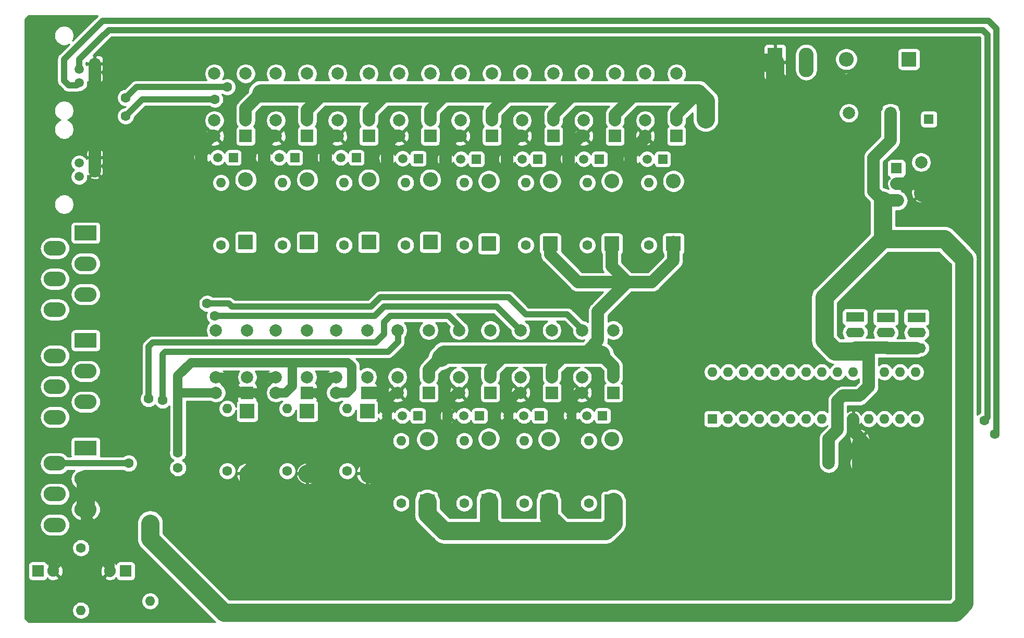
<source format=gtl>
%TF.GenerationSoftware,KiCad,Pcbnew,(5.1.6)-1*%
%TF.CreationDate,2020-10-13T15:42:58+02:00*%
%TF.ProjectId,Elektriciteitskast-Relaissturing,456c656b-7472-4696-9369-74656974736b,rev?*%
%TF.SameCoordinates,Original*%
%TF.FileFunction,Copper,L1,Top*%
%TF.FilePolarity,Positive*%
%FSLAX46Y46*%
G04 Gerber Fmt 4.6, Leading zero omitted, Abs format (unit mm)*
G04 Created by KiCad (PCBNEW (5.1.6)-1) date 2020-10-13 15:42:58*
%MOMM*%
%LPD*%
G01*
G04 APERTURE LIST*
%TA.AperFunction,ComponentPad*%
%ADD10R,1.500000X1.500000*%
%TD*%
%TA.AperFunction,ComponentPad*%
%ADD11C,1.500000*%
%TD*%
%TA.AperFunction,ComponentPad*%
%ADD12C,2.000000*%
%TD*%
%TA.AperFunction,ComponentPad*%
%ADD13R,2.000000X2.000000*%
%TD*%
%TA.AperFunction,ComponentPad*%
%ADD14O,3.000000X1.600000*%
%TD*%
%TA.AperFunction,ComponentPad*%
%ADD15R,3.000000X1.600000*%
%TD*%
%TA.AperFunction,ComponentPad*%
%ADD16O,2.400000X2.400000*%
%TD*%
%TA.AperFunction,ComponentPad*%
%ADD17R,2.400000X2.400000*%
%TD*%
%TA.AperFunction,ComponentPad*%
%ADD18O,1.600000X1.600000*%
%TD*%
%TA.AperFunction,ComponentPad*%
%ADD19R,1.600000X1.600000*%
%TD*%
%TA.AperFunction,ComponentPad*%
%ADD20C,1.600000*%
%TD*%
%TA.AperFunction,ComponentPad*%
%ADD21C,1.800000*%
%TD*%
%TA.AperFunction,ComponentPad*%
%ADD22R,1.800000X1.800000*%
%TD*%
%TA.AperFunction,ComponentPad*%
%ADD23O,2.400000X4.800000*%
%TD*%
%TA.AperFunction,ComponentPad*%
%ADD24R,2.400000X4.800000*%
%TD*%
%TA.AperFunction,ComponentPad*%
%ADD25R,1.520000X1.520000*%
%TD*%
%TA.AperFunction,ComponentPad*%
%ADD26C,1.520000*%
%TD*%
%TA.AperFunction,ComponentPad*%
%ADD27C,1.900000*%
%TD*%
%TA.AperFunction,ComponentPad*%
%ADD28R,1.900000X1.900000*%
%TD*%
%TA.AperFunction,ComponentPad*%
%ADD29O,3.600000X2.400000*%
%TD*%
%TA.AperFunction,ComponentPad*%
%ADD30C,0.100000*%
%TD*%
%TA.AperFunction,ViaPad*%
%ADD31C,1.600000*%
%TD*%
%TA.AperFunction,Conductor*%
%ADD32C,2.000000*%
%TD*%
%TA.AperFunction,Conductor*%
%ADD33C,3.000000*%
%TD*%
%TA.AperFunction,Conductor*%
%ADD34C,1.500000*%
%TD*%
%TA.AperFunction,Conductor*%
%ADD35C,1.000000*%
%TD*%
%TA.AperFunction,Conductor*%
%ADD36C,0.254000*%
%TD*%
G04 APERTURE END LIST*
D10*
%TO.P,Q12,1*%
%TO.N,Net-(D12-Pad2)*%
X136500000Y-105750000D03*
D11*
%TO.P,Q12,3*%
%TO.N,GND*%
X131420000Y-105750000D03*
%TO.P,Q12,2*%
%TO.N,Net-(Q12-Pad2)*%
X133960000Y-105750000D03*
%TD*%
D10*
%TO.P,Q11,1*%
%TO.N,Net-(D11-Pad2)*%
X146500000Y-105750000D03*
D11*
%TO.P,Q11,3*%
%TO.N,GND*%
X141420000Y-105750000D03*
%TO.P,Q11,2*%
%TO.N,Net-(Q11-Pad2)*%
X143960000Y-105750000D03*
%TD*%
D10*
%TO.P,Q10,1*%
%TO.N,Net-(D10-Pad2)*%
X156250000Y-105750000D03*
D11*
%TO.P,Q10,3*%
%TO.N,GND*%
X151170000Y-105750000D03*
%TO.P,Q10,2*%
%TO.N,Net-(Q10-Pad2)*%
X153710000Y-105750000D03*
%TD*%
D10*
%TO.P,Q9,1*%
%TO.N,Net-(D9-Pad2)*%
X166500000Y-105750000D03*
D11*
%TO.P,Q9,3*%
%TO.N,GND*%
X161420000Y-105750000D03*
%TO.P,Q9,2*%
%TO.N,Net-(Q9-Pad2)*%
X163960000Y-105750000D03*
%TD*%
D10*
%TO.P,Q8,1*%
%TO.N,Net-(D8-Pad2)*%
X106500000Y-63750000D03*
D11*
%TO.P,Q8,3*%
%TO.N,GND*%
X101420000Y-63750000D03*
%TO.P,Q8,2*%
%TO.N,Net-(Q8-Pad2)*%
X103960000Y-63750000D03*
%TD*%
D10*
%TO.P,Q7,1*%
%TO.N,Net-(D7-Pad2)*%
X116500000Y-63750000D03*
D11*
%TO.P,Q7,3*%
%TO.N,GND*%
X111420000Y-63750000D03*
%TO.P,Q7,2*%
%TO.N,Net-(Q7-Pad2)*%
X113960000Y-63750000D03*
%TD*%
D10*
%TO.P,Q6,1*%
%TO.N,Net-(D6-Pad2)*%
X126500000Y-63750000D03*
D11*
%TO.P,Q6,3*%
%TO.N,GND*%
X121420000Y-63750000D03*
%TO.P,Q6,2*%
%TO.N,Net-(Q6-Pad2)*%
X123960000Y-63750000D03*
%TD*%
D10*
%TO.P,Q5,1*%
%TO.N,Net-(D5-Pad2)*%
X136550000Y-63900000D03*
D11*
%TO.P,Q5,3*%
%TO.N,GND*%
X131470000Y-63900000D03*
%TO.P,Q5,2*%
%TO.N,Net-(Q5-Pad2)*%
X134010000Y-63900000D03*
%TD*%
D10*
%TO.P,Q4,1*%
%TO.N,Net-(D4-Pad2)*%
X146000000Y-64000000D03*
D11*
%TO.P,Q4,3*%
%TO.N,GND*%
X140920000Y-64000000D03*
%TO.P,Q4,2*%
%TO.N,Net-(Q4-Pad2)*%
X143460000Y-64000000D03*
%TD*%
D10*
%TO.P,Q3,1*%
%TO.N,Net-(D3-Pad2)*%
X156000000Y-64000000D03*
D11*
%TO.P,Q3,3*%
%TO.N,GND*%
X150920000Y-64000000D03*
%TO.P,Q3,2*%
%TO.N,Net-(Q3-Pad2)*%
X153460000Y-64000000D03*
%TD*%
D10*
%TO.P,Q2,1*%
%TO.N,Net-(D2-Pad2)*%
X166000000Y-64000000D03*
D11*
%TO.P,Q2,3*%
%TO.N,GND*%
X160920000Y-64000000D03*
%TO.P,Q2,2*%
%TO.N,Net-(Q2-Pad2)*%
X163460000Y-64000000D03*
%TD*%
D10*
%TO.P,Q1,1*%
%TO.N,Net-(D1-Pad2)*%
X176250000Y-64000000D03*
D11*
%TO.P,Q1,3*%
%TO.N,GND*%
X171170000Y-64000000D03*
%TO.P,Q1,2*%
%TO.N,Net-(Q1-Pad2)*%
X173710000Y-64000000D03*
%TD*%
D12*
%TO.P,Re14,5*%
%TO.N,Net-(R14-Pad2)*%
X118500000Y-91840000D03*
%TO.P,Re14,6*%
X113420000Y-91840000D03*
%TO.P,Re14,2*%
%TO.N,Net-(D14-Pad1)*%
X118500000Y-99460000D03*
D13*
%TO.P,Re14,1*%
%TO.N,GND*%
X118500000Y-102000000D03*
D12*
%TO.P,Re14,9*%
X113420000Y-99460000D03*
%TO.P,Re14,10*%
%TO.N,VCC*%
X113420000Y-102000000D03*
%TD*%
D14*
%TO.P,JP3,3*%
%TO.N,VCC*%
X217500000Y-94750000D03*
%TO.P,JP3,2*%
%TO.N,Net-(JP3-Pad2)*%
X217500000Y-92250000D03*
D15*
%TO.P,JP3,1*%
%TO.N,GND*%
X217500000Y-89750000D03*
%TD*%
D16*
%TO.P,D3,2*%
%TO.N,Net-(D3-Pad2)*%
X158000000Y-67590000D03*
D17*
%TO.P,D3,1*%
%TO.N,+12V*%
X158000000Y-77750000D03*
%TD*%
D16*
%TO.P,D1,2*%
%TO.N,Net-(D1-Pad2)*%
X178000000Y-67590000D03*
D17*
%TO.P,D1,1*%
%TO.N,+12V*%
X178000000Y-77750000D03*
%TD*%
D16*
%TO.P,D2,2*%
%TO.N,Net-(D2-Pad2)*%
X168000000Y-67590000D03*
D17*
%TO.P,D2,1*%
%TO.N,+12V*%
X168000000Y-77750000D03*
%TD*%
D16*
%TO.P,D10,2*%
%TO.N,Net-(D10-Pad2)*%
X157750000Y-109590000D03*
D17*
%TO.P,D10,1*%
%TO.N,+12V*%
X157750000Y-119750000D03*
%TD*%
D16*
%TO.P,D9,2*%
%TO.N,Net-(D9-Pad2)*%
X168000000Y-109590000D03*
D17*
%TO.P,D9,1*%
%TO.N,+12V*%
X168000000Y-119750000D03*
%TD*%
D16*
%TO.P,D8,2*%
%TO.N,Net-(D8-Pad2)*%
X108500000Y-67340000D03*
D17*
%TO.P,D8,1*%
%TO.N,+12V*%
X108500000Y-77500000D03*
%TD*%
D16*
%TO.P,D7,2*%
%TO.N,Net-(D7-Pad2)*%
X118500000Y-67340000D03*
D17*
%TO.P,D7,1*%
%TO.N,+12V*%
X118500000Y-77500000D03*
%TD*%
D16*
%TO.P,D6,2*%
%TO.N,Net-(D6-Pad2)*%
X128500000Y-67340000D03*
D17*
%TO.P,D6,1*%
%TO.N,+12V*%
X128500000Y-77500000D03*
%TD*%
D16*
%TO.P,D4,2*%
%TO.N,Net-(D4-Pad2)*%
X148000000Y-67590000D03*
D17*
%TO.P,D4,1*%
%TO.N,+12V*%
X148000000Y-77750000D03*
%TD*%
D16*
%TO.P,D5,2*%
%TO.N,Net-(D5-Pad2)*%
X138500000Y-67340000D03*
D17*
%TO.P,D5,1*%
%TO.N,+12V*%
X138500000Y-77500000D03*
%TD*%
D16*
%TO.P,D12,2*%
%TO.N,Net-(D12-Pad2)*%
X138000000Y-109590000D03*
D17*
%TO.P,D12,1*%
%TO.N,+12V*%
X138000000Y-119750000D03*
%TD*%
D16*
%TO.P,D11,2*%
%TO.N,Net-(D11-Pad2)*%
X148000000Y-109500000D03*
D17*
%TO.P,D11,1*%
%TO.N,+12V*%
X148000000Y-119660000D03*
%TD*%
D12*
%TO.P,C5,2*%
%TO.N,GND*%
X208250000Y-113500000D03*
%TO.P,C5,1*%
%TO.N,VCC*%
X203250000Y-113500000D03*
%TD*%
%TO.P,Re15,5*%
%TO.N,Net-(R15-Pad2)*%
X108750000Y-91840000D03*
%TO.P,Re15,6*%
X103670000Y-91840000D03*
%TO.P,Re15,2*%
%TO.N,Net-(D15-Pad1)*%
X108750000Y-99460000D03*
D13*
%TO.P,Re15,1*%
%TO.N,GND*%
X108750000Y-102000000D03*
D12*
%TO.P,Re15,9*%
X103670000Y-99460000D03*
%TO.P,Re15,10*%
%TO.N,VCC*%
X103670000Y-102000000D03*
%TD*%
%TO.P,C6,2*%
%TO.N,GND*%
X208250000Y-109500000D03*
%TO.P,C6,1*%
%TO.N,VCC*%
X203250000Y-109500000D03*
%TD*%
D18*
%TO.P,U1,28*%
%TO.N,Net-(R8-Pad1)*%
X184350000Y-98630000D03*
%TO.P,U1,14*%
%TO.N,N/C*%
X217370000Y-106250000D03*
%TO.P,U1,27*%
%TO.N,Net-(R7-Pad1)*%
X186890000Y-98630000D03*
%TO.P,U1,13*%
%TO.N,Net-(J4-Pad4)*%
X214830000Y-106250000D03*
%TO.P,U1,26*%
%TO.N,Net-(R6-Pad1)*%
X189430000Y-98630000D03*
%TO.P,U1,12*%
%TO.N,Net-(J4-Pad2)*%
X212290000Y-106250000D03*
%TO.P,U1,25*%
%TO.N,Net-(R5-Pad1)*%
X191970000Y-98630000D03*
%TO.P,U1,11*%
%TO.N,N/C*%
X209750000Y-106250000D03*
%TO.P,U1,24*%
%TO.N,Net-(R4-Pad1)*%
X194510000Y-98630000D03*
%TO.P,U1,10*%
%TO.N,GND*%
X207210000Y-106250000D03*
%TO.P,U1,23*%
%TO.N,Net-(R3-Pad1)*%
X197050000Y-98630000D03*
%TO.P,U1,9*%
%TO.N,VCC*%
X204670000Y-106250000D03*
%TO.P,U1,22*%
%TO.N,Net-(R2-Pad1)*%
X199590000Y-98630000D03*
%TO.P,U1,8*%
%TO.N,Net-(R17-Pad1)*%
X202130000Y-106250000D03*
%TO.P,U1,21*%
%TO.N,Net-(R1-Pad1)*%
X202130000Y-98630000D03*
%TO.P,U1,7*%
%TO.N,Net-(R15-Pad1)*%
X199590000Y-106250000D03*
%TO.P,U1,20*%
%TO.N,N/C*%
X204670000Y-98630000D03*
%TO.P,U1,6*%
%TO.N,Net-(R14-Pad1)*%
X197050000Y-106250000D03*
%TO.P,U1,19*%
%TO.N,N/C*%
X207210000Y-98630000D03*
%TO.P,U1,5*%
%TO.N,Net-(R13-Pad1)*%
X194510000Y-106250000D03*
%TO.P,U1,18*%
%TO.N,VCC*%
X209750000Y-98630000D03*
%TO.P,U1,4*%
%TO.N,Net-(R12-Pad1)*%
X191970000Y-106250000D03*
%TO.P,U1,17*%
%TO.N,Net-(JP1-Pad2)*%
X212290000Y-98630000D03*
%TO.P,U1,3*%
%TO.N,Net-(R11-Pad1)*%
X189430000Y-106250000D03*
%TO.P,U1,16*%
%TO.N,Net-(JP2-Pad2)*%
X214830000Y-98630000D03*
%TO.P,U1,2*%
%TO.N,Net-(R10-Pad1)*%
X186890000Y-106250000D03*
%TO.P,U1,15*%
%TO.N,Net-(JP3-Pad2)*%
X217370000Y-98630000D03*
D19*
%TO.P,U1,1*%
%TO.N,Net-(R9-Pad1)*%
X184350000Y-106250000D03*
%TD*%
D14*
%TO.P,JP1,3*%
%TO.N,VCC*%
X207500000Y-94700000D03*
%TO.P,JP1,2*%
%TO.N,Net-(JP1-Pad2)*%
X207500000Y-92200000D03*
D15*
%TO.P,JP1,1*%
%TO.N,GND*%
X207500000Y-89700000D03*
%TD*%
D14*
%TO.P,JP2,3*%
%TO.N,VCC*%
X212500000Y-94750000D03*
%TO.P,JP2,2*%
%TO.N,Net-(JP2-Pad2)*%
X212500000Y-92250000D03*
D15*
%TO.P,JP2,1*%
%TO.N,GND*%
X212500000Y-89750000D03*
%TD*%
D12*
%TO.P,Re11,5*%
%TO.N,Net-(J2-Pad5)*%
X148250000Y-91840000D03*
%TO.P,Re11,6*%
X143170000Y-91840000D03*
%TO.P,Re11,2*%
%TO.N,+12V*%
X148250000Y-99460000D03*
D13*
%TO.P,Re11,1*%
%TO.N,N/C*%
X148250000Y-102000000D03*
D12*
%TO.P,Re11,9*%
%TO.N,Net-(D11-Pad2)*%
X143170000Y-99460000D03*
%TO.P,Re11,10*%
%TO.N,GND*%
X143170000Y-102000000D03*
%TD*%
%TO.P,Re13,5*%
%TO.N,Net-(R13-Pad2)*%
X128250000Y-91840000D03*
%TO.P,Re13,6*%
X123170000Y-91840000D03*
%TO.P,Re13,2*%
%TO.N,Net-(D13-Pad1)*%
X128250000Y-99460000D03*
D13*
%TO.P,Re13,1*%
%TO.N,GND*%
X128250000Y-102000000D03*
D12*
%TO.P,Re13,9*%
X123170000Y-99460000D03*
%TO.P,Re13,10*%
%TO.N,VCC*%
X123170000Y-102000000D03*
%TD*%
%TO.P,Re10,5*%
%TO.N,Net-(J2-Pad4)*%
X158250000Y-91840000D03*
%TO.P,Re10,6*%
X153170000Y-91840000D03*
%TO.P,Re10,2*%
%TO.N,+12V*%
X158250000Y-99460000D03*
D13*
%TO.P,Re10,1*%
%TO.N,N/C*%
X158250000Y-102000000D03*
D12*
%TO.P,Re10,9*%
%TO.N,Net-(D10-Pad2)*%
X153170000Y-99460000D03*
%TO.P,Re10,10*%
%TO.N,GND*%
X153170000Y-102000000D03*
%TD*%
%TO.P,Re12,5*%
%TO.N,Net-(J2-Pad6)*%
X138250000Y-91840000D03*
%TO.P,Re12,6*%
X133170000Y-91840000D03*
%TO.P,Re12,2*%
%TO.N,+12V*%
X138250000Y-99460000D03*
D13*
%TO.P,Re12,1*%
%TO.N,N/C*%
X138250000Y-102000000D03*
D12*
%TO.P,Re12,9*%
%TO.N,Net-(D12-Pad2)*%
X133170000Y-99460000D03*
%TO.P,Re12,10*%
%TO.N,GND*%
X133170000Y-102000000D03*
%TD*%
%TO.P,Re9,5*%
%TO.N,Net-(J2-Pad3)*%
X168250000Y-91840000D03*
%TO.P,Re9,6*%
X163170000Y-91840000D03*
%TO.P,Re9,2*%
%TO.N,+12V*%
X168250000Y-99460000D03*
D13*
%TO.P,Re9,1*%
%TO.N,N/C*%
X168250000Y-102000000D03*
D12*
%TO.P,Re9,9*%
%TO.N,Net-(D9-Pad2)*%
X163170000Y-99460000D03*
%TO.P,Re9,10*%
%TO.N,GND*%
X163170000Y-102000000D03*
%TD*%
%TO.P,Re5,5*%
%TO.N,Net-(J1-Pad5)*%
X138500000Y-50090000D03*
%TO.P,Re5,6*%
X133420000Y-50090000D03*
%TO.P,Re5,2*%
%TO.N,+12V*%
X138500000Y-57710000D03*
D13*
%TO.P,Re5,1*%
%TO.N,N/C*%
X138500000Y-60250000D03*
D12*
%TO.P,Re5,9*%
%TO.N,Net-(D5-Pad2)*%
X133420000Y-57710000D03*
%TO.P,Re5,10*%
%TO.N,GND*%
X133420000Y-60250000D03*
%TD*%
D16*
%TO.P,D15,2*%
%TO.N,GND*%
X108750000Y-115160000D03*
D17*
%TO.P,D15,1*%
%TO.N,Net-(D15-Pad1)*%
X108750000Y-105000000D03*
%TD*%
D12*
%TO.P,Re6,5*%
%TO.N,Net-(J1-Pad6)*%
X128500000Y-50090000D03*
%TO.P,Re6,6*%
X123420000Y-50090000D03*
%TO.P,Re6,2*%
%TO.N,+12V*%
X128500000Y-57710000D03*
D13*
%TO.P,Re6,1*%
%TO.N,N/C*%
X128500000Y-60250000D03*
D12*
%TO.P,Re6,9*%
%TO.N,Net-(D6-Pad2)*%
X123420000Y-57710000D03*
%TO.P,Re6,10*%
%TO.N,GND*%
X123420000Y-60250000D03*
%TD*%
%TO.P,Re1,5*%
%TO.N,Net-(J1-Pad1)*%
X178500000Y-50090000D03*
%TO.P,Re1,6*%
X173420000Y-50090000D03*
%TO.P,Re1,2*%
%TO.N,+12V*%
X178500000Y-57710000D03*
D13*
%TO.P,Re1,1*%
%TO.N,N/C*%
X178500000Y-60250000D03*
D12*
%TO.P,Re1,9*%
%TO.N,Net-(D1-Pad2)*%
X173420000Y-57710000D03*
%TO.P,Re1,10*%
%TO.N,GND*%
X173420000Y-60250000D03*
%TD*%
D16*
%TO.P,D14,2*%
%TO.N,GND*%
X118500000Y-115160000D03*
D17*
%TO.P,D14,1*%
%TO.N,Net-(D14-Pad1)*%
X118500000Y-105000000D03*
%TD*%
D12*
%TO.P,Re4,5*%
%TO.N,Net-(J1-Pad4)*%
X148500000Y-50090000D03*
%TO.P,Re4,6*%
X143420000Y-50090000D03*
%TO.P,Re4,2*%
%TO.N,+12V*%
X148500000Y-57710000D03*
D13*
%TO.P,Re4,1*%
%TO.N,N/C*%
X148500000Y-60250000D03*
D12*
%TO.P,Re4,9*%
%TO.N,Net-(D4-Pad2)*%
X143420000Y-57710000D03*
%TO.P,Re4,10*%
%TO.N,GND*%
X143420000Y-60250000D03*
%TD*%
%TO.P,Re7,5*%
%TO.N,Net-(J2-Pad1)*%
X118500000Y-50090000D03*
%TO.P,Re7,6*%
X113420000Y-50090000D03*
%TO.P,Re7,2*%
%TO.N,+12V*%
X118500000Y-57710000D03*
D13*
%TO.P,Re7,1*%
%TO.N,N/C*%
X118500000Y-60250000D03*
D12*
%TO.P,Re7,9*%
%TO.N,Net-(D7-Pad2)*%
X113420000Y-57710000D03*
%TO.P,Re7,10*%
%TO.N,GND*%
X113420000Y-60250000D03*
%TD*%
%TO.P,Re3,5*%
%TO.N,Net-(J1-Pad3)*%
X158500000Y-50090000D03*
%TO.P,Re3,6*%
X153420000Y-50090000D03*
%TO.P,Re3,2*%
%TO.N,+12V*%
X158500000Y-57710000D03*
D13*
%TO.P,Re3,1*%
%TO.N,N/C*%
X158500000Y-60250000D03*
D12*
%TO.P,Re3,9*%
%TO.N,Net-(D3-Pad2)*%
X153420000Y-57710000D03*
%TO.P,Re3,10*%
%TO.N,GND*%
X153420000Y-60250000D03*
%TD*%
%TO.P,Re8,5*%
%TO.N,Net-(J2-Pad2)*%
X108500000Y-50090000D03*
%TO.P,Re8,6*%
X103420000Y-50090000D03*
%TO.P,Re8,2*%
%TO.N,+12V*%
X108500000Y-57710000D03*
D13*
%TO.P,Re8,1*%
%TO.N,N/C*%
X108500000Y-60250000D03*
D12*
%TO.P,Re8,9*%
%TO.N,Net-(D8-Pad2)*%
X103420000Y-57710000D03*
%TO.P,Re8,10*%
%TO.N,GND*%
X103420000Y-60250000D03*
%TD*%
%TO.P,Re2,5*%
%TO.N,Net-(J1-Pad2)*%
X168500000Y-50090000D03*
%TO.P,Re2,6*%
X163420000Y-50090000D03*
%TO.P,Re2,2*%
%TO.N,+12V*%
X168500000Y-57710000D03*
D13*
%TO.P,Re2,1*%
%TO.N,N/C*%
X168500000Y-60250000D03*
D12*
%TO.P,Re2,9*%
%TO.N,Net-(D2-Pad2)*%
X163420000Y-57710000D03*
%TO.P,Re2,10*%
%TO.N,GND*%
X163420000Y-60250000D03*
%TD*%
D16*
%TO.P,D13,2*%
%TO.N,GND*%
X128250000Y-115160000D03*
D17*
%TO.P,D13,1*%
%TO.N,Net-(D13-Pad1)*%
X128250000Y-105000000D03*
%TD*%
D18*
%TO.P,R9,2*%
%TO.N,Net-(Q9-Pad2)*%
X164250000Y-109840000D03*
D20*
%TO.P,R9,1*%
%TO.N,Net-(R9-Pad1)*%
X164250000Y-120000000D03*
%TD*%
D18*
%TO.P,R11,2*%
%TO.N,Net-(Q11-Pad2)*%
X144000000Y-109840000D03*
D20*
%TO.P,R11,1*%
%TO.N,Net-(R11-Pad1)*%
X144000000Y-120000000D03*
%TD*%
D18*
%TO.P,R14,2*%
%TO.N,Net-(R14-Pad2)*%
X115250000Y-104590000D03*
D20*
%TO.P,R14,1*%
%TO.N,Net-(R14-Pad1)*%
X115250000Y-114750000D03*
%TD*%
D18*
%TO.P,R13,2*%
%TO.N,Net-(R13-Pad2)*%
X125000000Y-104590000D03*
D20*
%TO.P,R13,1*%
%TO.N,Net-(R13-Pad1)*%
X125000000Y-114750000D03*
%TD*%
D18*
%TO.P,R6,2*%
%TO.N,Net-(Q6-Pad2)*%
X124500000Y-67840000D03*
D20*
%TO.P,R6,1*%
%TO.N,Net-(R6-Pad1)*%
X124500000Y-78000000D03*
%TD*%
D18*
%TO.P,R10,2*%
%TO.N,Net-(Q10-Pad2)*%
X153750000Y-109840000D03*
D20*
%TO.P,R10,1*%
%TO.N,Net-(R10-Pad1)*%
X153750000Y-120000000D03*
%TD*%
D18*
%TO.P,R4,2*%
%TO.N,Net-(Q4-Pad2)*%
X144000000Y-67840000D03*
D20*
%TO.P,R4,1*%
%TO.N,Net-(R4-Pad1)*%
X144000000Y-78000000D03*
%TD*%
D18*
%TO.P,R5,2*%
%TO.N,Net-(Q5-Pad2)*%
X134500000Y-67840000D03*
D20*
%TO.P,R5,1*%
%TO.N,Net-(R5-Pad1)*%
X134500000Y-78000000D03*
%TD*%
D18*
%TO.P,R7,2*%
%TO.N,Net-(Q7-Pad2)*%
X114500000Y-67840000D03*
D20*
%TO.P,R7,1*%
%TO.N,Net-(R7-Pad1)*%
X114500000Y-78000000D03*
%TD*%
D18*
%TO.P,R8,2*%
%TO.N,Net-(Q8-Pad2)*%
X104500000Y-67840000D03*
D20*
%TO.P,R8,1*%
%TO.N,Net-(R8-Pad1)*%
X104500000Y-78000000D03*
%TD*%
D18*
%TO.P,R12,2*%
%TO.N,Net-(Q12-Pad2)*%
X133750000Y-109840000D03*
D20*
%TO.P,R12,1*%
%TO.N,Net-(R12-Pad1)*%
X133750000Y-120000000D03*
%TD*%
D18*
%TO.P,R15,2*%
%TO.N,Net-(R15-Pad2)*%
X105500000Y-104590000D03*
D20*
%TO.P,R15,1*%
%TO.N,Net-(R15-Pad1)*%
X105500000Y-114750000D03*
%TD*%
D18*
%TO.P,R1,2*%
%TO.N,Net-(Q1-Pad2)*%
X174000000Y-67840000D03*
D20*
%TO.P,R1,1*%
%TO.N,Net-(R1-Pad1)*%
X174000000Y-78000000D03*
%TD*%
D18*
%TO.P,R2,2*%
%TO.N,Net-(Q2-Pad2)*%
X164000000Y-67840000D03*
D20*
%TO.P,R2,1*%
%TO.N,Net-(R2-Pad1)*%
X164000000Y-78000000D03*
%TD*%
D18*
%TO.P,R3,2*%
%TO.N,Net-(Q3-Pad2)*%
X154000000Y-67840000D03*
D20*
%TO.P,R3,1*%
%TO.N,Net-(R3-Pad1)*%
X154000000Y-78000000D03*
%TD*%
D18*
%TO.P,R17,2*%
%TO.N,Net-(D18-Pad2)*%
X81750000Y-137410000D03*
D20*
%TO.P,R17,1*%
%TO.N,Net-(R17-Pad1)*%
X81750000Y-127250000D03*
%TD*%
D18*
%TO.P,R16,2*%
%TO.N,Net-(D17-Pad2)*%
X93000000Y-135910000D03*
D20*
%TO.P,R16,1*%
%TO.N,VCC*%
X93000000Y-125750000D03*
%TD*%
D16*
%TO.P,D16,2*%
%TO.N,Net-(D16-Pad2)*%
X206090000Y-47750000D03*
D17*
%TO.P,D16,1*%
%TO.N,+12V*%
X216250000Y-47750000D03*
%TD*%
D12*
%TO.P,C3,2*%
%TO.N,GND*%
X218250000Y-69500000D03*
%TO.P,C3,1*%
%TO.N,+12V*%
X218250000Y-64500000D03*
%TD*%
%TO.P,C1,2*%
%TO.N,GND*%
X206500000Y-51500000D03*
%TO.P,C1,1*%
%TO.N,VCC*%
X206500000Y-56500000D03*
%TD*%
D21*
%TO.P,U2,3*%
%TO.N,VCC*%
X214250000Y-70580000D03*
%TO.P,U2,2*%
%TO.N,GND*%
X214250000Y-68040000D03*
D22*
%TO.P,U2,1*%
%TO.N,+12V*%
X214250000Y-65500000D03*
%TD*%
D23*
%TO.P,J6,2*%
%TO.N,Net-(D16-Pad2)*%
X199580000Y-48250000D03*
D24*
%TO.P,J6,1*%
%TO.N,GND*%
X194500000Y-48250000D03*
%TD*%
D25*
%TO.P,J5,1*%
%TO.N,GND*%
X84000000Y-63750000D03*
D26*
%TO.P,J5,2*%
%TO.N,Net-(J4-Pad2)*%
X81460000Y-64650000D03*
%TO.P,J5,3*%
%TO.N,GND*%
X84000000Y-65950000D03*
%TO.P,J5,4*%
%TO.N,Net-(J4-Pad4)*%
X81460000Y-66850000D03*
%TD*%
D25*
%TO.P,J4,1*%
%TO.N,GND*%
X84000000Y-48500000D03*
D26*
%TO.P,J4,2*%
%TO.N,Net-(J4-Pad2)*%
X81460000Y-49400000D03*
%TO.P,J4,3*%
%TO.N,GND*%
X84000000Y-50700000D03*
%TO.P,J4,4*%
%TO.N,Net-(J4-Pad4)*%
X81460000Y-51600000D03*
%TD*%
D27*
%TO.P,D18,1*%
%TO.N,GND*%
X77250000Y-131000000D03*
D28*
%TO.P,D18,2*%
%TO.N,Net-(D18-Pad2)*%
X74750000Y-131000000D03*
%TD*%
D27*
%TO.P,D17,1*%
%TO.N,GND*%
X86500000Y-131000000D03*
D28*
%TO.P,D17,2*%
%TO.N,Net-(D17-Pad2)*%
X89000000Y-131000000D03*
%TD*%
D20*
%TO.P,C4,2*%
%TO.N,GND*%
X213250000Y-51500000D03*
D19*
%TO.P,C4,1*%
%TO.N,VCC*%
X213250000Y-56500000D03*
%TD*%
D20*
%TO.P,C2,2*%
%TO.N,GND*%
X224500000Y-57500000D03*
D19*
%TO.P,C2,1*%
%TO.N,+12V*%
X219500000Y-57500000D03*
%TD*%
D29*
%TO.P,J3,2*%
%TO.N,Net-(D13-Pad1)*%
X77500000Y-113500000D03*
%TA.AperFunction,ComponentPad*%
D30*
%TO.P,J3,1*%
%TO.N,GND*%
G36*
X80700000Y-112200000D02*
G01*
X80700000Y-109800000D01*
X84300000Y-109800000D01*
X84300000Y-112200000D01*
X80700000Y-112200000D01*
G37*
%TD.AperFunction*%
D29*
%TO.P,J3,3*%
X82500000Y-116000000D03*
%TO.P,J3,4*%
%TO.N,Net-(D14-Pad1)*%
X77500000Y-118500000D03*
%TO.P,J3,5*%
%TO.N,GND*%
X82500000Y-121000000D03*
%TO.P,J3,6*%
%TO.N,Net-(D15-Pad1)*%
X77500000Y-123500000D03*
%TD*%
%TO.P,J2,2*%
%TO.N,Net-(J2-Pad2)*%
X77500000Y-96000000D03*
%TA.AperFunction,ComponentPad*%
D30*
%TO.P,J2,1*%
%TO.N,Net-(J2-Pad1)*%
G36*
X80700000Y-94700000D02*
G01*
X80700000Y-92300000D01*
X84300000Y-92300000D01*
X84300000Y-94700000D01*
X80700000Y-94700000D01*
G37*
%TD.AperFunction*%
D29*
%TO.P,J2,3*%
%TO.N,Net-(J2-Pad3)*%
X82500000Y-98500000D03*
%TO.P,J2,4*%
%TO.N,Net-(J2-Pad4)*%
X77500000Y-101000000D03*
%TO.P,J2,5*%
%TO.N,Net-(J2-Pad5)*%
X82500000Y-103500000D03*
%TO.P,J2,6*%
%TO.N,Net-(J2-Pad6)*%
X77500000Y-106000000D03*
%TD*%
%TO.P,J1,2*%
%TO.N,Net-(J1-Pad2)*%
X77500000Y-78500000D03*
%TA.AperFunction,ComponentPad*%
D30*
%TO.P,J1,1*%
%TO.N,Net-(J1-Pad1)*%
G36*
X80700000Y-77200000D02*
G01*
X80700000Y-74800000D01*
X84300000Y-74800000D01*
X84300000Y-77200000D01*
X80700000Y-77200000D01*
G37*
%TD.AperFunction*%
D29*
%TO.P,J1,3*%
%TO.N,Net-(J1-Pad3)*%
X82500000Y-81000000D03*
%TO.P,J1,4*%
%TO.N,Net-(J1-Pad4)*%
X77500000Y-83500000D03*
%TO.P,J1,5*%
%TO.N,Net-(J1-Pad5)*%
X82500000Y-86000000D03*
%TO.P,J1,6*%
%TO.N,Net-(J1-Pad6)*%
X77500000Y-88500000D03*
%TD*%
D31*
%TO.N,GND*%
X185000000Y-76250000D03*
%TO.N,VCC*%
X97500000Y-114250000D03*
X97500000Y-111750000D03*
X93000000Y-123250000D03*
%TO.N,+12V*%
X183250000Y-57500000D03*
X183250000Y-54500000D03*
X166750000Y-95750000D03*
%TO.N,Net-(J1-Pad2)*%
X105500000Y-52250000D03*
X89000000Y-54000000D03*
%TO.N,Net-(J1-Pad1)*%
X103500000Y-54250000D03*
X89000000Y-57000000D03*
%TO.N,Net-(J2-Pad3)*%
X102250000Y-87500000D03*
%TO.N,Net-(J2-Pad4)*%
X103500000Y-89500000D03*
%TO.N,Net-(J2-Pad5)*%
X92750000Y-103000000D03*
%TO.N,Net-(J2-Pad6)*%
X95000000Y-103250000D03*
%TO.N,Net-(J4-Pad2)*%
X228500000Y-106500000D03*
%TO.N,Net-(J4-Pad4)*%
X230250000Y-108750000D03*
%TO.N,Net-(D13-Pad1)*%
X89500000Y-113500000D03*
%TD*%
D32*
%TO.N,GND*%
X207210000Y-106250000D02*
X207210000Y-108210000D01*
X207210000Y-108210000D02*
X208500000Y-109500000D01*
X208500000Y-109500000D02*
X208250000Y-109750000D01*
X208250000Y-109500000D02*
X208250000Y-114000000D01*
X208250000Y-114000000D02*
X208250000Y-113750000D01*
X84000000Y-48500000D02*
X84000000Y-50750000D01*
X84000000Y-63500000D02*
X84000000Y-66000000D01*
X84000000Y-58750000D02*
X84000000Y-63500000D01*
D33*
X84000000Y-58750000D02*
X84750000Y-58750000D01*
D32*
X84000000Y-50750000D02*
X84000000Y-58750000D01*
D33*
X84750000Y-58750000D02*
X87000000Y-61000000D01*
X87000000Y-61000000D02*
X95250000Y-61000000D01*
X95250000Y-61000000D02*
X96500000Y-62250000D01*
X96500000Y-62250000D02*
X96500000Y-66000000D01*
X181000000Y-71000000D02*
X187500000Y-64500000D01*
X187500000Y-64500000D02*
X187500000Y-51750000D01*
X187500000Y-51750000D02*
X191000000Y-48250000D01*
X191000000Y-48250000D02*
X194250000Y-48250000D01*
D32*
X103420000Y-60250000D02*
X103000000Y-60250000D01*
X103000000Y-60250000D02*
X101250000Y-62000000D01*
X101250000Y-65750000D02*
X98750000Y-68250000D01*
X101250000Y-62000000D02*
X101250000Y-65750000D01*
D33*
X96500000Y-66000000D02*
X98750000Y-68250000D01*
X98750000Y-68250000D02*
X101500000Y-71000000D01*
D32*
X113420000Y-60250000D02*
X112750000Y-60250000D01*
X112750000Y-60250000D02*
X111500000Y-61500000D01*
X111500000Y-61500000D02*
X111500000Y-70250000D01*
D33*
X101500000Y-71000000D02*
X112250000Y-71000000D01*
D32*
X111500000Y-70250000D02*
X112250000Y-71000000D01*
X121500000Y-70750000D02*
X121750000Y-71000000D01*
X123420000Y-60250000D02*
X121500000Y-60250000D01*
D33*
X112250000Y-71000000D02*
X121750000Y-71000000D01*
D32*
X121500000Y-60250000D02*
X121500000Y-70750000D01*
X133420000Y-60250000D02*
X132750000Y-60250000D01*
X132750000Y-60250000D02*
X131500000Y-61500000D01*
X131500000Y-61500000D02*
X131500000Y-71000000D01*
D33*
X121750000Y-71000000D02*
X131500000Y-71000000D01*
D32*
X143420000Y-60250000D02*
X142250000Y-60250000D01*
X142250000Y-60250000D02*
X141000000Y-61500000D01*
X141000000Y-61500000D02*
X141000000Y-65250000D01*
X141250000Y-65500000D02*
X141250000Y-71000000D01*
X141000000Y-65250000D02*
X141250000Y-65500000D01*
D33*
X131500000Y-71000000D02*
X141250000Y-71000000D01*
D32*
X153420000Y-60250000D02*
X152750000Y-60250000D01*
X152750000Y-60250000D02*
X151000000Y-62000000D01*
X151000000Y-62000000D02*
X151000000Y-70750000D01*
X151000000Y-70750000D02*
X150750000Y-71000000D01*
D33*
X141250000Y-71000000D02*
X150750000Y-71000000D01*
D32*
X163420000Y-60250000D02*
X163000000Y-60250000D01*
X163000000Y-60250000D02*
X161000000Y-62250000D01*
X161000000Y-62250000D02*
X161000000Y-70750000D01*
D33*
X150750000Y-71000000D02*
X161250000Y-71000000D01*
D32*
X161000000Y-70750000D02*
X161250000Y-71000000D01*
X173420000Y-60250000D02*
X173420000Y-60580000D01*
X173420000Y-60580000D02*
X171000000Y-63000000D01*
D33*
X161250000Y-71000000D02*
X170750000Y-71000000D01*
D32*
X171000000Y-70750000D02*
X170750000Y-71000000D01*
X171000000Y-63000000D02*
X171000000Y-70750000D01*
D33*
X170750000Y-71000000D02*
X181000000Y-71000000D01*
X181000000Y-71000000D02*
X182500000Y-71000000D01*
X182500000Y-71000000D02*
X185000000Y-73500000D01*
X185000000Y-80750000D02*
X173750000Y-92000000D01*
X173750000Y-92000000D02*
X173750000Y-112250000D01*
X173750000Y-112250000D02*
X170750000Y-115250000D01*
X128500000Y-115250000D02*
X128500000Y-112250000D01*
X128500000Y-112250000D02*
X127750000Y-111500000D01*
X112750000Y-111500000D02*
X109000000Y-115250000D01*
X118500000Y-115160000D02*
X119090000Y-115160000D01*
X127750000Y-111500000D02*
X122750000Y-111500000D01*
X122750000Y-111500000D02*
X112750000Y-111500000D01*
X82500000Y-121000000D02*
X82750000Y-121000000D01*
X82500000Y-116000000D02*
X82500000Y-119250000D01*
X82500000Y-119250000D02*
X82500000Y-121000000D01*
X82500000Y-116000000D02*
X84000000Y-116000000D01*
X84000000Y-116000000D02*
X87500000Y-119500000D01*
X87500000Y-119500000D02*
X107000000Y-119500000D01*
X107000000Y-119500000D02*
X109000000Y-117500000D01*
X109000000Y-117500000D02*
X109000000Y-115250000D01*
D34*
X103670000Y-99460000D02*
X104960000Y-99460000D01*
X104960000Y-99460000D02*
X107500000Y-102000000D01*
X107500000Y-102000000D02*
X108750000Y-102000000D01*
X108750000Y-102000000D02*
X110250000Y-102000000D01*
X110250000Y-102000000D02*
X111250000Y-103000000D01*
X111250000Y-103000000D02*
X111250000Y-104750000D01*
X112750000Y-106250000D02*
X112750000Y-111500000D01*
X111250000Y-104750000D02*
X112750000Y-106250000D01*
X118500000Y-102000000D02*
X120500000Y-102000000D01*
X120500000Y-102000000D02*
X120500000Y-102500000D01*
X120500000Y-102500000D02*
X121000000Y-103000000D01*
X121000000Y-111250000D02*
X122000000Y-112250000D01*
D33*
X119090000Y-115160000D02*
X122000000Y-112250000D01*
D34*
X121000000Y-103000000D02*
X121000000Y-111250000D01*
D33*
X122000000Y-112250000D02*
X122750000Y-111500000D01*
D34*
X131500000Y-109250000D02*
X128500000Y-112250000D01*
X131500000Y-103250000D02*
X131500000Y-109250000D01*
X132750000Y-102000000D02*
X131500000Y-103250000D01*
X133170000Y-102000000D02*
X132750000Y-102000000D01*
X143170000Y-102000000D02*
X142750000Y-102000000D01*
X142750000Y-102000000D02*
X141250000Y-103500000D01*
X141250000Y-114500000D02*
X140500000Y-115250000D01*
X141250000Y-103500000D02*
X141250000Y-114500000D01*
D33*
X140500000Y-115250000D02*
X128500000Y-115250000D01*
D34*
X153170000Y-102000000D02*
X152750000Y-102000000D01*
X152750000Y-102000000D02*
X151250000Y-103500000D01*
X151250000Y-103500000D02*
X151250000Y-114500000D01*
X151250000Y-114500000D02*
X150500000Y-115250000D01*
D33*
X150500000Y-115250000D02*
X140500000Y-115250000D01*
D34*
X163170000Y-102000000D02*
X162500000Y-102000000D01*
X162500000Y-102000000D02*
X161500000Y-103000000D01*
X161500000Y-114250000D02*
X162500000Y-115250000D01*
D33*
X170750000Y-115250000D02*
X162500000Y-115250000D01*
D34*
X161500000Y-103000000D02*
X161500000Y-114250000D01*
D33*
X162500000Y-115250000D02*
X150500000Y-115250000D01*
X173750000Y-112250000D02*
X173750000Y-113000000D01*
X173750000Y-113000000D02*
X179000000Y-118250000D01*
X179000000Y-118250000D02*
X207000000Y-118250000D01*
X207000000Y-118250000D02*
X208500000Y-116750000D01*
X208500000Y-116750000D02*
X208500000Y-110250000D01*
X185000000Y-73500000D02*
X185000000Y-76250000D01*
X185000000Y-76250000D02*
X185000000Y-80750000D01*
X194500000Y-48250000D02*
X194500000Y-50750000D01*
X194500000Y-50750000D02*
X197500000Y-53750000D01*
X197500000Y-53750000D02*
X204250000Y-53750000D01*
X204250000Y-53750000D02*
X206500000Y-51500000D01*
X206500000Y-51500000D02*
X213250000Y-51500000D01*
X213250000Y-51500000D02*
X221250000Y-51500000D01*
X221250000Y-51500000D02*
X224500000Y-54750000D01*
X224500000Y-54750000D02*
X224500000Y-57750000D01*
X224500000Y-57750000D02*
X224500000Y-66500000D01*
X224500000Y-66500000D02*
X221500000Y-69500000D01*
X221500000Y-69500000D02*
X218500000Y-69500000D01*
D32*
X214250000Y-68040000D02*
X217460000Y-68040000D01*
X217460000Y-68040000D02*
X218500000Y-69080000D01*
X218500000Y-69080000D02*
X218500000Y-69750000D01*
D34*
X82500000Y-121000000D02*
X82500000Y-122250000D01*
X82500000Y-122250000D02*
X86500000Y-126250000D01*
X86500000Y-126250000D02*
X86500000Y-131250000D01*
X82500000Y-121000000D02*
X82500000Y-123250000D01*
X82500000Y-123250000D02*
X77250000Y-128500000D01*
X77250000Y-128500000D02*
X77250000Y-131000000D01*
X123170000Y-99460000D02*
X121830002Y-99460000D01*
X120919999Y-100370003D02*
X120919999Y-103000000D01*
X121830002Y-99460000D02*
X120919999Y-100370003D01*
X113420000Y-99460000D02*
X111790000Y-99460000D01*
X111169999Y-100080001D02*
X111169999Y-103000000D01*
X111790000Y-99460000D02*
X111169999Y-100080001D01*
D32*
X130250000Y-102000000D02*
X131500000Y-103250000D01*
X128250000Y-102000000D02*
X130250000Y-102000000D01*
%TO.N,VCC*%
X204670000Y-106250000D02*
X204670000Y-108080000D01*
X204670000Y-108080000D02*
X203250000Y-109500000D01*
X203250000Y-109500000D02*
X203250000Y-113500000D01*
X212700000Y-94700000D02*
X212750000Y-94750000D01*
X212750000Y-94750000D02*
X217500000Y-94750000D01*
X208250000Y-102500000D02*
X209750000Y-101000000D01*
X209450000Y-94700000D02*
X212700000Y-94700000D01*
X209750000Y-101000000D02*
X209750000Y-95000000D01*
X207500000Y-94700000D02*
X209450000Y-94700000D01*
X204670000Y-106250000D02*
X204670000Y-103330000D01*
X204670000Y-103330000D02*
X205500000Y-102500000D01*
X209750000Y-95000000D02*
X209450000Y-94700000D01*
X205500000Y-102500000D02*
X208250000Y-102500000D01*
X213250000Y-56500000D02*
X213250000Y-61000000D01*
X213250000Y-61000000D02*
X210500000Y-63750000D01*
X210500000Y-63750000D02*
X210500000Y-69250000D01*
X210500000Y-69250000D02*
X212000000Y-70750000D01*
X212000000Y-70750000D02*
X214500000Y-70750000D01*
D33*
X212000000Y-70750000D02*
X212000000Y-77000000D01*
X212000000Y-77000000D02*
X202500000Y-86500000D01*
X202500000Y-86500000D02*
X202500000Y-93500000D01*
X202500000Y-93500000D02*
X204250000Y-95250000D01*
X204250000Y-95250000D02*
X208500000Y-95250000D01*
D34*
X123170000Y-102000000D02*
X125000000Y-102000000D01*
X125000000Y-102000000D02*
X125750000Y-101250000D01*
X125750000Y-101250000D02*
X125750000Y-97750000D01*
X125750000Y-97750000D02*
X125090021Y-97090021D01*
X100250000Y-97090021D02*
X99659979Y-97090021D01*
X99659979Y-97090021D02*
X97500000Y-99250000D01*
X103670000Y-102000000D02*
X101250000Y-102000000D01*
X101250000Y-102000000D02*
X97500000Y-102000000D01*
X97500000Y-99250000D02*
X97500000Y-102000000D01*
X116090021Y-100909979D02*
X116090021Y-97090021D01*
X115000000Y-102000000D02*
X116090021Y-100909979D01*
X113420000Y-102000000D02*
X115000000Y-102000000D01*
X125090021Y-97090021D02*
X116090021Y-97090021D01*
X116090021Y-97090021D02*
X100250000Y-97090021D01*
X97500000Y-102000000D02*
X97500000Y-111750000D01*
X93000000Y-123250000D02*
X93000000Y-125750000D01*
D33*
X93000000Y-123250000D02*
X93000000Y-125500000D01*
X93000000Y-125500000D02*
X93000000Y-125750000D01*
X93000000Y-125750000D02*
X105000000Y-137750000D01*
X105000000Y-137750000D02*
X223750000Y-137750000D01*
X223750000Y-137750000D02*
X225250000Y-136250000D01*
X225250000Y-136250000D02*
X225250000Y-80250000D01*
X222000000Y-77000000D02*
X212000000Y-77000000D01*
X225250000Y-80250000D02*
X222000000Y-77000000D01*
D32*
%TO.N,+12V*%
X138250000Y-99460000D02*
X138250000Y-98250000D01*
X138250000Y-98250000D02*
X140250000Y-96250000D01*
D33*
X140250000Y-96250000D02*
X140750000Y-95750000D01*
D32*
X148250000Y-98250000D02*
X150750000Y-95750000D01*
X148250000Y-99460000D02*
X148250000Y-98250000D01*
D33*
X140750000Y-95750000D02*
X150750000Y-95750000D01*
D32*
X158250000Y-99460000D02*
X158250000Y-98000000D01*
D33*
X150750000Y-95750000D02*
X160500000Y-95750000D01*
D32*
X158250000Y-98000000D02*
X160500000Y-95750000D01*
X168250000Y-97750000D02*
X166250000Y-95750000D01*
X168250000Y-99460000D02*
X168250000Y-97750000D01*
X163500000Y-95750000D02*
X165000000Y-94250000D01*
D33*
X163500000Y-95750000D02*
X166250000Y-95750000D01*
X160500000Y-95750000D02*
X163500000Y-95750000D01*
D32*
X165000000Y-94250000D02*
X165750000Y-93500000D01*
X165750000Y-93500000D02*
X165750000Y-88750000D01*
X165750000Y-88750000D02*
X170500000Y-84000000D01*
X170500000Y-84000000D02*
X174500000Y-84000000D01*
X174500000Y-84000000D02*
X178000000Y-80500000D01*
X178000000Y-80500000D02*
X178000000Y-77500000D01*
X168000000Y-81500000D02*
X170500000Y-84000000D01*
X168000000Y-77750000D02*
X168000000Y-81500000D01*
X158000000Y-77750000D02*
X158000000Y-79500000D01*
X162500000Y-84000000D02*
X170500000Y-84000000D01*
X158000000Y-79500000D02*
X162500000Y-84000000D01*
X108500000Y-57710000D02*
X108500000Y-55750000D01*
X108500000Y-55750000D02*
X111000000Y-53250000D01*
D33*
X182000000Y-53250000D02*
X183250000Y-54500000D01*
X183250000Y-54500000D02*
X183250000Y-57500000D01*
D32*
X118500000Y-56000000D02*
X121250000Y-53250000D01*
X118500000Y-57710000D02*
X118500000Y-56000000D01*
D33*
X111000000Y-53250000D02*
X121250000Y-53250000D01*
D32*
X128500000Y-57710000D02*
X128500000Y-56250000D01*
X128500000Y-56250000D02*
X131500000Y-53250000D01*
D33*
X121250000Y-53250000D02*
X131500000Y-53250000D01*
D32*
X138500000Y-57710000D02*
X138500000Y-56000000D01*
D33*
X131500000Y-53250000D02*
X141250000Y-53250000D01*
D32*
X138500000Y-56000000D02*
X141250000Y-53250000D01*
X148500000Y-56250000D02*
X151500000Y-53250000D01*
X148500000Y-57710000D02*
X148500000Y-56250000D01*
D33*
X141250000Y-53250000D02*
X151500000Y-53250000D01*
D32*
X158500000Y-57710000D02*
X158500000Y-56750000D01*
D33*
X151500000Y-53250000D02*
X162000000Y-53250000D01*
D32*
X158500000Y-56750000D02*
X162000000Y-53250000D01*
X168500000Y-56750000D02*
X172000000Y-53250000D01*
D33*
X162000000Y-53250000D02*
X172000000Y-53250000D01*
D32*
X168500000Y-57710000D02*
X168500000Y-56750000D01*
D33*
X172000000Y-53250000D02*
X182000000Y-53250000D01*
D32*
X178500000Y-56750000D02*
X182000000Y-53250000D01*
X178500000Y-57710000D02*
X178500000Y-56750000D01*
D33*
X138000000Y-119750000D02*
X138000000Y-121750000D01*
X138000000Y-121750000D02*
X140750000Y-124500000D01*
X167000000Y-124500000D02*
X168250000Y-123250000D01*
X168250000Y-123250000D02*
X168250000Y-119750000D01*
X157750000Y-122250000D02*
X160000000Y-124500000D01*
X157750000Y-119750000D02*
X157750000Y-122250000D01*
X160000000Y-124500000D02*
X167000000Y-124500000D01*
X148000000Y-119660000D02*
X148000000Y-123250000D01*
X148000000Y-123250000D02*
X149250000Y-124500000D01*
X140750000Y-124500000D02*
X149250000Y-124500000D01*
X149250000Y-124500000D02*
X160000000Y-124500000D01*
D35*
%TO.N,Net-(J1-Pad2)*%
X105500000Y-52250000D02*
X90750000Y-52250000D01*
X90750000Y-52250000D02*
X89000000Y-54000000D01*
%TO.N,Net-(J1-Pad1)*%
X103500000Y-54250000D02*
X91750000Y-54250000D01*
X91750000Y-54250000D02*
X89000000Y-57000000D01*
%TO.N,Net-(J2-Pad3)*%
X102250000Y-87500000D02*
X105250000Y-87500000D01*
X105250000Y-87500000D02*
X105750010Y-87500000D01*
X105750010Y-87500000D02*
X106250010Y-88000000D01*
X106250010Y-88000000D02*
X128878666Y-88000000D01*
X128878666Y-88000000D02*
X130378676Y-86499990D01*
X130378676Y-86499990D02*
X151249990Y-86499990D01*
X151249990Y-86499990D02*
X154000000Y-89250000D01*
X154000000Y-89250000D02*
X160750000Y-89250000D01*
X160750000Y-89250000D02*
X163250000Y-91750000D01*
%TO.N,Net-(J2-Pad4)*%
X103500000Y-89500000D02*
X129500000Y-89500000D01*
X129500000Y-89500000D02*
X131000000Y-88000000D01*
X131000000Y-88000000D02*
X149250000Y-88000000D01*
X149250000Y-88000000D02*
X153250000Y-92000000D01*
%TO.N,Net-(J2-Pad5)*%
X92750000Y-103000000D02*
X92750000Y-94500000D01*
X92750000Y-94500000D02*
X93409999Y-93840001D01*
X93409999Y-93840001D02*
X129659999Y-93840001D01*
X129659999Y-93840001D02*
X131000000Y-92500000D01*
X131000000Y-92500000D02*
X131000000Y-90500000D01*
X131000000Y-90500000D02*
X132000000Y-89500000D01*
X132000000Y-89500000D02*
X141500000Y-89500000D01*
X141500000Y-89500000D02*
X143250000Y-91250000D01*
X143250000Y-91250000D02*
X143250000Y-92000000D01*
%TO.N,Net-(J2-Pad6)*%
X95000000Y-103250000D02*
X95000000Y-95750000D01*
X95000000Y-95750000D02*
X95409989Y-95340011D01*
X95409989Y-95340011D02*
X113250000Y-95340011D01*
X113250000Y-95340011D02*
X131659989Y-95340011D01*
X131659989Y-95340011D02*
X133250000Y-93750000D01*
X133250000Y-93750000D02*
X133250000Y-91750000D01*
%TO.N,Net-(J4-Pad2)*%
X81460000Y-49400000D02*
X81460000Y-47790000D01*
X81460000Y-47790000D02*
X84750000Y-44500000D01*
X84750000Y-44500000D02*
X84750010Y-44500000D01*
X84750010Y-44500000D02*
X86250000Y-43000010D01*
X86250000Y-43000010D02*
X228000010Y-43000010D01*
X228000010Y-43000010D02*
X228250010Y-43000010D01*
X228250010Y-43000010D02*
X228999990Y-43749990D01*
X228999990Y-43749990D02*
X228999990Y-105999990D01*
X228999990Y-105999990D02*
X228500000Y-106499980D01*
X228500000Y-106499980D02*
X228500000Y-106500000D01*
%TO.N,Net-(J4-Pad4)*%
X81460000Y-51600000D02*
X81400000Y-51600000D01*
X81400000Y-51600000D02*
X81000000Y-52000000D01*
X81000000Y-52000000D02*
X79750000Y-52000000D01*
X79750000Y-52000000D02*
X79000000Y-51250000D01*
X79000000Y-51250000D02*
X79000000Y-47750000D01*
X79000000Y-47750000D02*
X85250000Y-41500000D01*
X85250000Y-41500000D02*
X229250000Y-41500000D01*
X229250000Y-41500000D02*
X230500000Y-42750000D01*
X230500000Y-42750000D02*
X230500000Y-108500000D01*
X230500000Y-108500000D02*
X230250000Y-108750000D01*
%TO.N,Net-(D13-Pad1)*%
X89500000Y-113500000D02*
X77500000Y-113500000D01*
%TD*%
D36*
%TO.N,GND*%
G36*
X84443551Y-40693551D02*
G01*
X84408009Y-40736859D01*
X80405649Y-44739220D01*
X80448918Y-44674463D01*
X80572168Y-44376912D01*
X80635000Y-44061033D01*
X80635000Y-43738967D01*
X80572168Y-43423088D01*
X80448918Y-43125537D01*
X80269987Y-42857748D01*
X80042252Y-42630013D01*
X79774463Y-42451082D01*
X79476912Y-42327832D01*
X79161033Y-42265000D01*
X78838967Y-42265000D01*
X78523088Y-42327832D01*
X78225537Y-42451082D01*
X77957748Y-42630013D01*
X77730013Y-42857748D01*
X77551082Y-43125537D01*
X77427832Y-43423088D01*
X77365000Y-43738967D01*
X77365000Y-44061033D01*
X77427832Y-44376912D01*
X77551082Y-44674463D01*
X77730013Y-44942252D01*
X77957748Y-45169987D01*
X78225537Y-45348918D01*
X78523088Y-45472168D01*
X78838967Y-45535000D01*
X79161033Y-45535000D01*
X79476912Y-45472168D01*
X79774463Y-45348918D01*
X79839220Y-45305649D01*
X78236860Y-46908009D01*
X78193552Y-46943551D01*
X78051717Y-47116377D01*
X78001962Y-47209463D01*
X77946324Y-47313554D01*
X77881423Y-47527502D01*
X77859509Y-47750000D01*
X77865001Y-47805761D01*
X77865000Y-51194248D01*
X77859509Y-51250000D01*
X77865000Y-51305751D01*
X77881423Y-51472498D01*
X77946324Y-51686446D01*
X78051716Y-51883623D01*
X78193551Y-52056449D01*
X78236865Y-52091996D01*
X78908004Y-52763135D01*
X78943551Y-52806449D01*
X79116377Y-52948284D01*
X79313553Y-53053676D01*
X79459540Y-53097961D01*
X79527500Y-53118577D01*
X79548493Y-53120644D01*
X79694248Y-53135000D01*
X79694255Y-53135000D01*
X79749999Y-53140490D01*
X79805743Y-53135000D01*
X80944249Y-53135000D01*
X81000000Y-53140491D01*
X81055751Y-53135000D01*
X81055752Y-53135000D01*
X81222499Y-53118577D01*
X81436447Y-53053676D01*
X81546223Y-52995000D01*
X81597396Y-52995000D01*
X81866907Y-52941391D01*
X82120780Y-52836233D01*
X82349261Y-52683567D01*
X82543567Y-52489261D01*
X82696233Y-52260780D01*
X82801391Y-52006907D01*
X82855000Y-51737396D01*
X82855000Y-51664137D01*
X83215469Y-51664137D01*
X83282206Y-51904025D01*
X83530892Y-52020924D01*
X83797606Y-52087061D01*
X84072097Y-52099895D01*
X84343817Y-52058931D01*
X84602326Y-51965744D01*
X84717794Y-51904025D01*
X84784531Y-51664137D01*
X84000000Y-50879605D01*
X83215469Y-51664137D01*
X82855000Y-51664137D01*
X82855000Y-51462604D01*
X82849022Y-51432552D01*
X83035863Y-51484531D01*
X83820395Y-50700000D01*
X83806252Y-50685858D01*
X83985858Y-50506252D01*
X84000000Y-50520395D01*
X84014142Y-50506252D01*
X84193748Y-50685858D01*
X84179605Y-50700000D01*
X84964137Y-51484531D01*
X85204025Y-51417794D01*
X85320924Y-51169108D01*
X85387061Y-50902394D01*
X85399895Y-50627903D01*
X85358931Y-50356183D01*
X85265744Y-50097674D01*
X85204025Y-49982206D01*
X84964139Y-49915469D01*
X85059877Y-49819731D01*
X85114494Y-49790537D01*
X85211185Y-49711185D01*
X85290537Y-49614494D01*
X85349502Y-49504180D01*
X85385812Y-49384482D01*
X85398072Y-49260000D01*
X85395000Y-48785750D01*
X85236250Y-48627000D01*
X84127000Y-48627000D01*
X84127000Y-48647000D01*
X83873000Y-48647000D01*
X83873000Y-48627000D01*
X82763750Y-48627000D01*
X82678327Y-48712423D01*
X82595000Y-48587714D01*
X82595000Y-48260131D01*
X82622941Y-48232191D01*
X82763750Y-48373000D01*
X83873000Y-48373000D01*
X83873000Y-47263750D01*
X84127000Y-47263750D01*
X84127000Y-48373000D01*
X85236250Y-48373000D01*
X85395000Y-48214250D01*
X85398072Y-47740000D01*
X85385812Y-47615518D01*
X85349502Y-47495820D01*
X85290537Y-47385506D01*
X85211185Y-47288815D01*
X85114494Y-47209463D01*
X85004180Y-47150498D01*
X84884482Y-47114188D01*
X84760000Y-47101928D01*
X84285750Y-47105000D01*
X84127000Y-47263750D01*
X83873000Y-47263750D01*
X83732191Y-47122941D01*
X85005132Y-45850000D01*
X192661928Y-45850000D01*
X192665000Y-47964250D01*
X192823750Y-48123000D01*
X194373000Y-48123000D01*
X194373000Y-45373750D01*
X194627000Y-45373750D01*
X194627000Y-48123000D01*
X196176250Y-48123000D01*
X196335000Y-47964250D01*
X196336459Y-46959862D01*
X197745000Y-46959862D01*
X197745001Y-49540139D01*
X197771553Y-49809723D01*
X197876480Y-50155622D01*
X198046872Y-50474404D01*
X198276182Y-50753819D01*
X198555597Y-50983129D01*
X198874379Y-51153521D01*
X199220278Y-51258448D01*
X199580000Y-51293878D01*
X199939723Y-51258448D01*
X200285622Y-51153521D01*
X200604404Y-50983129D01*
X200883819Y-50753819D01*
X201113129Y-50474404D01*
X201171827Y-50364587D01*
X205544192Y-50364587D01*
X206500000Y-51320395D01*
X207313097Y-50507298D01*
X212436903Y-50507298D01*
X213250000Y-51320395D01*
X214063097Y-50507298D01*
X213991514Y-50263329D01*
X213736004Y-50142429D01*
X213461816Y-50073700D01*
X213179488Y-50059783D01*
X212899870Y-50101213D01*
X212633708Y-50196397D01*
X212508486Y-50263329D01*
X212436903Y-50507298D01*
X207313097Y-50507298D01*
X207455808Y-50364587D01*
X207360044Y-50100186D01*
X207070429Y-49959296D01*
X206758892Y-49877616D01*
X206437405Y-49858282D01*
X206118325Y-49902039D01*
X205813912Y-50007205D01*
X205639956Y-50100186D01*
X205544192Y-50364587D01*
X201171827Y-50364587D01*
X201283521Y-50155622D01*
X201388448Y-49809723D01*
X201415000Y-49540139D01*
X201415000Y-47569268D01*
X204255000Y-47569268D01*
X204255000Y-47930732D01*
X204325518Y-48285250D01*
X204463844Y-48619199D01*
X204664662Y-48919744D01*
X204920256Y-49175338D01*
X205220801Y-49376156D01*
X205554750Y-49514482D01*
X205909268Y-49585000D01*
X206270732Y-49585000D01*
X206625250Y-49514482D01*
X206959199Y-49376156D01*
X207259744Y-49175338D01*
X207515338Y-48919744D01*
X207716156Y-48619199D01*
X207854482Y-48285250D01*
X207925000Y-47930732D01*
X207925000Y-47569268D01*
X207854482Y-47214750D01*
X207716156Y-46880801D01*
X207515338Y-46580256D01*
X207485082Y-46550000D01*
X214411928Y-46550000D01*
X214411928Y-48950000D01*
X214424188Y-49074482D01*
X214460498Y-49194180D01*
X214519463Y-49304494D01*
X214598815Y-49401185D01*
X214695506Y-49480537D01*
X214805820Y-49539502D01*
X214925518Y-49575812D01*
X215050000Y-49588072D01*
X217450000Y-49588072D01*
X217574482Y-49575812D01*
X217694180Y-49539502D01*
X217804494Y-49480537D01*
X217901185Y-49401185D01*
X217980537Y-49304494D01*
X218039502Y-49194180D01*
X218075812Y-49074482D01*
X218088072Y-48950000D01*
X218088072Y-46550000D01*
X218075812Y-46425518D01*
X218039502Y-46305820D01*
X217980537Y-46195506D01*
X217901185Y-46098815D01*
X217804494Y-46019463D01*
X217694180Y-45960498D01*
X217574482Y-45924188D01*
X217450000Y-45911928D01*
X215050000Y-45911928D01*
X214925518Y-45924188D01*
X214805820Y-45960498D01*
X214695506Y-46019463D01*
X214598815Y-46098815D01*
X214519463Y-46195506D01*
X214460498Y-46305820D01*
X214424188Y-46425518D01*
X214411928Y-46550000D01*
X207485082Y-46550000D01*
X207259744Y-46324662D01*
X206959199Y-46123844D01*
X206625250Y-45985518D01*
X206270732Y-45915000D01*
X205909268Y-45915000D01*
X205554750Y-45985518D01*
X205220801Y-46123844D01*
X204920256Y-46324662D01*
X204664662Y-46580256D01*
X204463844Y-46880801D01*
X204325518Y-47214750D01*
X204255000Y-47569268D01*
X201415000Y-47569268D01*
X201415000Y-46959861D01*
X201388448Y-46690277D01*
X201283521Y-46344378D01*
X201113129Y-46025596D01*
X200883819Y-45746181D01*
X200604403Y-45516871D01*
X200285621Y-45346479D01*
X199939722Y-45241552D01*
X199580000Y-45206122D01*
X199220277Y-45241552D01*
X198874378Y-45346479D01*
X198555596Y-45516871D01*
X198276181Y-45746181D01*
X198046871Y-46025597D01*
X197876479Y-46344379D01*
X197771552Y-46690278D01*
X197745000Y-46959862D01*
X196336459Y-46959862D01*
X196338072Y-45850000D01*
X196325812Y-45725518D01*
X196289502Y-45605820D01*
X196230537Y-45495506D01*
X196151185Y-45398815D01*
X196054494Y-45319463D01*
X195944180Y-45260498D01*
X195824482Y-45224188D01*
X195700000Y-45211928D01*
X194785750Y-45215000D01*
X194627000Y-45373750D01*
X194373000Y-45373750D01*
X194214250Y-45215000D01*
X193300000Y-45211928D01*
X193175518Y-45224188D01*
X193055820Y-45260498D01*
X192945506Y-45319463D01*
X192848815Y-45398815D01*
X192769463Y-45495506D01*
X192710498Y-45605820D01*
X192674188Y-45725518D01*
X192661928Y-45850000D01*
X85005132Y-45850000D01*
X85513100Y-45342033D01*
X85556459Y-45306449D01*
X85592006Y-45263135D01*
X86720132Y-44135010D01*
X227779879Y-44135010D01*
X227864990Y-44220121D01*
X227864991Y-105209797D01*
X227820273Y-105228320D01*
X227585241Y-105385363D01*
X227385363Y-105585241D01*
X227385000Y-105585784D01*
X227385000Y-80354871D01*
X227395329Y-80249999D01*
X227385000Y-80145127D01*
X227385000Y-80145118D01*
X227354108Y-79831467D01*
X227232026Y-79429018D01*
X227033777Y-79058119D01*
X226945046Y-78950000D01*
X226833835Y-78814489D01*
X226833833Y-78814487D01*
X226766977Y-78733023D01*
X226685513Y-78666167D01*
X223583837Y-75564492D01*
X223516977Y-75483023D01*
X223191881Y-75216223D01*
X222820982Y-75017974D01*
X222418533Y-74895892D01*
X222104882Y-74865000D01*
X222104872Y-74865000D01*
X222000000Y-74854671D01*
X221895128Y-74865000D01*
X214135000Y-74865000D01*
X214135000Y-72385000D01*
X214580322Y-72385000D01*
X214820516Y-72361343D01*
X215128715Y-72267852D01*
X215412752Y-72116031D01*
X215661714Y-71911714D01*
X215866031Y-71662752D01*
X216017852Y-71378715D01*
X216111343Y-71070516D01*
X216142911Y-70750000D01*
X216131626Y-70635413D01*
X217294192Y-70635413D01*
X217389956Y-70899814D01*
X217679571Y-71040704D01*
X217991108Y-71122384D01*
X218312595Y-71141718D01*
X218631675Y-71097961D01*
X218936088Y-70992795D01*
X219110044Y-70899814D01*
X219205808Y-70635413D01*
X218250000Y-69679605D01*
X217294192Y-70635413D01*
X216131626Y-70635413D01*
X216111343Y-70429484D01*
X216017852Y-70121285D01*
X215866031Y-69837248D01*
X215661714Y-69588286D01*
X215630410Y-69562595D01*
X216608282Y-69562595D01*
X216652039Y-69881675D01*
X216757205Y-70186088D01*
X216850186Y-70360044D01*
X217114587Y-70455808D01*
X218070395Y-69500000D01*
X218429605Y-69500000D01*
X219385413Y-70455808D01*
X219649814Y-70360044D01*
X219790704Y-70070429D01*
X219872384Y-69758892D01*
X219891718Y-69437405D01*
X219847961Y-69118325D01*
X219742795Y-68813912D01*
X219649814Y-68639956D01*
X219385413Y-68544192D01*
X218429605Y-69500000D01*
X218070395Y-69500000D01*
X217114587Y-68544192D01*
X216850186Y-68639956D01*
X216709296Y-68929571D01*
X216627616Y-69241108D01*
X216608282Y-69562595D01*
X215630410Y-69562595D01*
X215412752Y-69383969D01*
X215128715Y-69232148D01*
X215095617Y-69222108D01*
X215134475Y-69104080D01*
X214250000Y-68219605D01*
X214235858Y-68233748D01*
X214056253Y-68054143D01*
X214070395Y-68040000D01*
X214056253Y-68025858D01*
X214235858Y-67846253D01*
X214250000Y-67860395D01*
X214264143Y-67846253D01*
X214443748Y-68025858D01*
X214429605Y-68040000D01*
X215314080Y-68924475D01*
X215568261Y-68840792D01*
X215699158Y-68568225D01*
X215751451Y-68364587D01*
X217294192Y-68364587D01*
X218250000Y-69320395D01*
X219205808Y-68364587D01*
X219110044Y-68100186D01*
X218820429Y-67959296D01*
X218508892Y-67877616D01*
X218187405Y-67858282D01*
X217868325Y-67902039D01*
X217563912Y-68007205D01*
X217389956Y-68100186D01*
X217294192Y-68364587D01*
X215751451Y-68364587D01*
X215774365Y-68275358D01*
X215790991Y-67973447D01*
X215748397Y-67674093D01*
X215648222Y-67388801D01*
X215568261Y-67239208D01*
X215314082Y-67155526D01*
X215430030Y-67039578D01*
X215383265Y-66992813D01*
X215394180Y-66989502D01*
X215504494Y-66930537D01*
X215601185Y-66851185D01*
X215680537Y-66754494D01*
X215739502Y-66644180D01*
X215775812Y-66524482D01*
X215788072Y-66400000D01*
X215788072Y-64600000D01*
X215775812Y-64475518D01*
X215739502Y-64355820D01*
X215730494Y-64338967D01*
X216615000Y-64338967D01*
X216615000Y-64661033D01*
X216677832Y-64976912D01*
X216801082Y-65274463D01*
X216980013Y-65542252D01*
X217207748Y-65769987D01*
X217475537Y-65948918D01*
X217773088Y-66072168D01*
X218088967Y-66135000D01*
X218411033Y-66135000D01*
X218726912Y-66072168D01*
X219024463Y-65948918D01*
X219292252Y-65769987D01*
X219519987Y-65542252D01*
X219698918Y-65274463D01*
X219822168Y-64976912D01*
X219885000Y-64661033D01*
X219885000Y-64338967D01*
X219822168Y-64023088D01*
X219698918Y-63725537D01*
X219519987Y-63457748D01*
X219292252Y-63230013D01*
X219024463Y-63051082D01*
X218726912Y-62927832D01*
X218411033Y-62865000D01*
X218088967Y-62865000D01*
X217773088Y-62927832D01*
X217475537Y-63051082D01*
X217207748Y-63230013D01*
X216980013Y-63457748D01*
X216801082Y-63725537D01*
X216677832Y-64023088D01*
X216615000Y-64338967D01*
X215730494Y-64338967D01*
X215680537Y-64245506D01*
X215601185Y-64148815D01*
X215504494Y-64069463D01*
X215394180Y-64010498D01*
X215274482Y-63974188D01*
X215150000Y-63961928D01*
X213350000Y-63961928D01*
X213225518Y-63974188D01*
X213105820Y-64010498D01*
X212995506Y-64069463D01*
X212898815Y-64148815D01*
X212819463Y-64245506D01*
X212760498Y-64355820D01*
X212724188Y-64475518D01*
X212711928Y-64600000D01*
X212711928Y-66400000D01*
X212724188Y-66524482D01*
X212760498Y-66644180D01*
X212819463Y-66754494D01*
X212898815Y-66851185D01*
X212995506Y-66930537D01*
X213105820Y-66989502D01*
X213116735Y-66992813D01*
X213069970Y-67039578D01*
X213185918Y-67155526D01*
X212931739Y-67239208D01*
X212800842Y-67511775D01*
X212725635Y-67804642D01*
X212709009Y-68106553D01*
X212751603Y-68405907D01*
X212851778Y-68691199D01*
X212921549Y-68821728D01*
X212820981Y-68767974D01*
X212418532Y-68645892D01*
X212185143Y-68622905D01*
X212135000Y-68572762D01*
X212135000Y-64427238D01*
X214349319Y-62212920D01*
X214411714Y-62161714D01*
X214616031Y-61912752D01*
X214767852Y-61628715D01*
X214861343Y-61320516D01*
X214885000Y-61080322D01*
X214885000Y-61080320D01*
X214892911Y-61000001D01*
X214885000Y-60919681D01*
X214885000Y-56700000D01*
X218061928Y-56700000D01*
X218061928Y-58300000D01*
X218074188Y-58424482D01*
X218110498Y-58544180D01*
X218169463Y-58654494D01*
X218248815Y-58751185D01*
X218345506Y-58830537D01*
X218455820Y-58889502D01*
X218575518Y-58925812D01*
X218700000Y-58938072D01*
X220300000Y-58938072D01*
X220424482Y-58925812D01*
X220544180Y-58889502D01*
X220654494Y-58830537D01*
X220751185Y-58751185D01*
X220830537Y-58654494D01*
X220889502Y-58544180D01*
X220905117Y-58492702D01*
X223686903Y-58492702D01*
X223758486Y-58736671D01*
X224013996Y-58857571D01*
X224288184Y-58926300D01*
X224570512Y-58940217D01*
X224850130Y-58898787D01*
X225116292Y-58803603D01*
X225241514Y-58736671D01*
X225313097Y-58492702D01*
X224500000Y-57679605D01*
X223686903Y-58492702D01*
X220905117Y-58492702D01*
X220925812Y-58424482D01*
X220938072Y-58300000D01*
X220938072Y-57570512D01*
X223059783Y-57570512D01*
X223101213Y-57850130D01*
X223196397Y-58116292D01*
X223263329Y-58241514D01*
X223507298Y-58313097D01*
X224320395Y-57500000D01*
X224679605Y-57500000D01*
X225492702Y-58313097D01*
X225736671Y-58241514D01*
X225857571Y-57986004D01*
X225926300Y-57711816D01*
X225940217Y-57429488D01*
X225898787Y-57149870D01*
X225803603Y-56883708D01*
X225736671Y-56758486D01*
X225492702Y-56686903D01*
X224679605Y-57500000D01*
X224320395Y-57500000D01*
X223507298Y-56686903D01*
X223263329Y-56758486D01*
X223142429Y-57013996D01*
X223073700Y-57288184D01*
X223059783Y-57570512D01*
X220938072Y-57570512D01*
X220938072Y-56700000D01*
X220925812Y-56575518D01*
X220905118Y-56507298D01*
X223686903Y-56507298D01*
X224500000Y-57320395D01*
X225313097Y-56507298D01*
X225241514Y-56263329D01*
X224986004Y-56142429D01*
X224711816Y-56073700D01*
X224429488Y-56059783D01*
X224149870Y-56101213D01*
X223883708Y-56196397D01*
X223758486Y-56263329D01*
X223686903Y-56507298D01*
X220905118Y-56507298D01*
X220889502Y-56455820D01*
X220830537Y-56345506D01*
X220751185Y-56248815D01*
X220654494Y-56169463D01*
X220544180Y-56110498D01*
X220424482Y-56074188D01*
X220300000Y-56061928D01*
X218700000Y-56061928D01*
X218575518Y-56074188D01*
X218455820Y-56110498D01*
X218345506Y-56169463D01*
X218248815Y-56248815D01*
X218169463Y-56345506D01*
X218110498Y-56455820D01*
X218074188Y-56575518D01*
X218061928Y-56700000D01*
X214885000Y-56700000D01*
X214885000Y-56419678D01*
X214861343Y-56179484D01*
X214767852Y-55871285D01*
X214688072Y-55722027D01*
X214688072Y-55700000D01*
X214675812Y-55575518D01*
X214639502Y-55455820D01*
X214580537Y-55345506D01*
X214501185Y-55248815D01*
X214404494Y-55169463D01*
X214294180Y-55110498D01*
X214174482Y-55074188D01*
X214050000Y-55061928D01*
X214027972Y-55061928D01*
X213878714Y-54982148D01*
X213570515Y-54888657D01*
X213250000Y-54857089D01*
X212929484Y-54888657D01*
X212621285Y-54982148D01*
X212472027Y-55061928D01*
X212450000Y-55061928D01*
X212325518Y-55074188D01*
X212205820Y-55110498D01*
X212095506Y-55169463D01*
X211998815Y-55248815D01*
X211919463Y-55345506D01*
X211860498Y-55455820D01*
X211824188Y-55575518D01*
X211811928Y-55700000D01*
X211811928Y-55722028D01*
X211732148Y-55871286D01*
X211638657Y-56179485D01*
X211615000Y-56419679D01*
X211615001Y-60322760D01*
X209400687Y-62537075D01*
X209338286Y-62588286D01*
X209133969Y-62837249D01*
X208982148Y-63121286D01*
X208888657Y-63429485D01*
X208866174Y-63657762D01*
X208857089Y-63750000D01*
X208865000Y-63830320D01*
X208865001Y-69169671D01*
X208857089Y-69250000D01*
X208888658Y-69570516D01*
X208982148Y-69878714D01*
X209009037Y-69929019D01*
X209133970Y-70162752D01*
X209338287Y-70411714D01*
X209400682Y-70462920D01*
X209865000Y-70927238D01*
X209865001Y-76115653D01*
X201064492Y-84916163D01*
X200983023Y-84983023D01*
X200716223Y-85308119D01*
X200517974Y-85679019D01*
X200395892Y-86081468D01*
X200365000Y-86395119D01*
X200365000Y-86395128D01*
X200354671Y-86500000D01*
X200365000Y-86604872D01*
X200365001Y-93395118D01*
X200354671Y-93500000D01*
X200395893Y-93918533D01*
X200517975Y-94320982D01*
X200716224Y-94691881D01*
X200916165Y-94935510D01*
X200916168Y-94935513D01*
X200983024Y-95016977D01*
X201064487Y-95083832D01*
X202666167Y-96685513D01*
X202733023Y-96766977D01*
X202814487Y-96833833D01*
X202814489Y-96833835D01*
X202909384Y-96911713D01*
X203058119Y-97033777D01*
X203359747Y-97195000D01*
X203429018Y-97232026D01*
X203831466Y-97354108D01*
X203869001Y-97357805D01*
X203975366Y-97368281D01*
X203755241Y-97515363D01*
X203555363Y-97715241D01*
X203400000Y-97947759D01*
X203244637Y-97715241D01*
X203044759Y-97515363D01*
X202809727Y-97358320D01*
X202548574Y-97250147D01*
X202271335Y-97195000D01*
X201988665Y-97195000D01*
X201711426Y-97250147D01*
X201450273Y-97358320D01*
X201215241Y-97515363D01*
X201015363Y-97715241D01*
X200860000Y-97947759D01*
X200704637Y-97715241D01*
X200504759Y-97515363D01*
X200269727Y-97358320D01*
X200008574Y-97250147D01*
X199731335Y-97195000D01*
X199448665Y-97195000D01*
X199171426Y-97250147D01*
X198910273Y-97358320D01*
X198675241Y-97515363D01*
X198475363Y-97715241D01*
X198320000Y-97947759D01*
X198164637Y-97715241D01*
X197964759Y-97515363D01*
X197729727Y-97358320D01*
X197468574Y-97250147D01*
X197191335Y-97195000D01*
X196908665Y-97195000D01*
X196631426Y-97250147D01*
X196370273Y-97358320D01*
X196135241Y-97515363D01*
X195935363Y-97715241D01*
X195780000Y-97947759D01*
X195624637Y-97715241D01*
X195424759Y-97515363D01*
X195189727Y-97358320D01*
X194928574Y-97250147D01*
X194651335Y-97195000D01*
X194368665Y-97195000D01*
X194091426Y-97250147D01*
X193830273Y-97358320D01*
X193595241Y-97515363D01*
X193395363Y-97715241D01*
X193240000Y-97947759D01*
X193084637Y-97715241D01*
X192884759Y-97515363D01*
X192649727Y-97358320D01*
X192388574Y-97250147D01*
X192111335Y-97195000D01*
X191828665Y-97195000D01*
X191551426Y-97250147D01*
X191290273Y-97358320D01*
X191055241Y-97515363D01*
X190855363Y-97715241D01*
X190700000Y-97947759D01*
X190544637Y-97715241D01*
X190344759Y-97515363D01*
X190109727Y-97358320D01*
X189848574Y-97250147D01*
X189571335Y-97195000D01*
X189288665Y-97195000D01*
X189011426Y-97250147D01*
X188750273Y-97358320D01*
X188515241Y-97515363D01*
X188315363Y-97715241D01*
X188160000Y-97947759D01*
X188004637Y-97715241D01*
X187804759Y-97515363D01*
X187569727Y-97358320D01*
X187308574Y-97250147D01*
X187031335Y-97195000D01*
X186748665Y-97195000D01*
X186471426Y-97250147D01*
X186210273Y-97358320D01*
X185975241Y-97515363D01*
X185775363Y-97715241D01*
X185620000Y-97947759D01*
X185464637Y-97715241D01*
X185264759Y-97515363D01*
X185029727Y-97358320D01*
X184768574Y-97250147D01*
X184491335Y-97195000D01*
X184208665Y-97195000D01*
X183931426Y-97250147D01*
X183670273Y-97358320D01*
X183435241Y-97515363D01*
X183235363Y-97715241D01*
X183078320Y-97950273D01*
X182970147Y-98211426D01*
X182915000Y-98488665D01*
X182915000Y-98771335D01*
X182970147Y-99048574D01*
X183078320Y-99309727D01*
X183235363Y-99544759D01*
X183435241Y-99744637D01*
X183670273Y-99901680D01*
X183931426Y-100009853D01*
X184208665Y-100065000D01*
X184491335Y-100065000D01*
X184768574Y-100009853D01*
X185029727Y-99901680D01*
X185264759Y-99744637D01*
X185464637Y-99544759D01*
X185620000Y-99312241D01*
X185775363Y-99544759D01*
X185975241Y-99744637D01*
X186210273Y-99901680D01*
X186471426Y-100009853D01*
X186748665Y-100065000D01*
X187031335Y-100065000D01*
X187308574Y-100009853D01*
X187569727Y-99901680D01*
X187804759Y-99744637D01*
X188004637Y-99544759D01*
X188160000Y-99312241D01*
X188315363Y-99544759D01*
X188515241Y-99744637D01*
X188750273Y-99901680D01*
X189011426Y-100009853D01*
X189288665Y-100065000D01*
X189571335Y-100065000D01*
X189848574Y-100009853D01*
X190109727Y-99901680D01*
X190344759Y-99744637D01*
X190544637Y-99544759D01*
X190700000Y-99312241D01*
X190855363Y-99544759D01*
X191055241Y-99744637D01*
X191290273Y-99901680D01*
X191551426Y-100009853D01*
X191828665Y-100065000D01*
X192111335Y-100065000D01*
X192388574Y-100009853D01*
X192649727Y-99901680D01*
X192884759Y-99744637D01*
X193084637Y-99544759D01*
X193240000Y-99312241D01*
X193395363Y-99544759D01*
X193595241Y-99744637D01*
X193830273Y-99901680D01*
X194091426Y-100009853D01*
X194368665Y-100065000D01*
X194651335Y-100065000D01*
X194928574Y-100009853D01*
X195189727Y-99901680D01*
X195424759Y-99744637D01*
X195624637Y-99544759D01*
X195780000Y-99312241D01*
X195935363Y-99544759D01*
X196135241Y-99744637D01*
X196370273Y-99901680D01*
X196631426Y-100009853D01*
X196908665Y-100065000D01*
X197191335Y-100065000D01*
X197468574Y-100009853D01*
X197729727Y-99901680D01*
X197964759Y-99744637D01*
X198164637Y-99544759D01*
X198320000Y-99312241D01*
X198475363Y-99544759D01*
X198675241Y-99744637D01*
X198910273Y-99901680D01*
X199171426Y-100009853D01*
X199448665Y-100065000D01*
X199731335Y-100065000D01*
X200008574Y-100009853D01*
X200269727Y-99901680D01*
X200504759Y-99744637D01*
X200704637Y-99544759D01*
X200860000Y-99312241D01*
X201015363Y-99544759D01*
X201215241Y-99744637D01*
X201450273Y-99901680D01*
X201711426Y-100009853D01*
X201988665Y-100065000D01*
X202271335Y-100065000D01*
X202548574Y-100009853D01*
X202809727Y-99901680D01*
X203044759Y-99744637D01*
X203244637Y-99544759D01*
X203400000Y-99312241D01*
X203555363Y-99544759D01*
X203755241Y-99744637D01*
X203990273Y-99901680D01*
X204251426Y-100009853D01*
X204528665Y-100065000D01*
X204811335Y-100065000D01*
X205088574Y-100009853D01*
X205349727Y-99901680D01*
X205584759Y-99744637D01*
X205784637Y-99544759D01*
X205940000Y-99312241D01*
X206095363Y-99544759D01*
X206295241Y-99744637D01*
X206530273Y-99901680D01*
X206791426Y-100009853D01*
X207068665Y-100065000D01*
X207351335Y-100065000D01*
X207628574Y-100009853D01*
X207889727Y-99901680D01*
X208115000Y-99751158D01*
X208115000Y-100322761D01*
X207572762Y-100865000D01*
X205580319Y-100865000D01*
X205499999Y-100857089D01*
X205419680Y-100865000D01*
X205419678Y-100865000D01*
X205179484Y-100888657D01*
X204871285Y-100982148D01*
X204587248Y-101133969D01*
X204338286Y-101338286D01*
X204287075Y-101400687D01*
X203570682Y-102117080D01*
X203508287Y-102168286D01*
X203383555Y-102320273D01*
X203303970Y-102417248D01*
X203152148Y-102701286D01*
X203058658Y-103009484D01*
X203027089Y-103330000D01*
X203035001Y-103410329D01*
X203035000Y-105128843D01*
X202809727Y-104978320D01*
X202548574Y-104870147D01*
X202271335Y-104815000D01*
X201988665Y-104815000D01*
X201711426Y-104870147D01*
X201450273Y-104978320D01*
X201215241Y-105135363D01*
X201015363Y-105335241D01*
X200860000Y-105567759D01*
X200704637Y-105335241D01*
X200504759Y-105135363D01*
X200269727Y-104978320D01*
X200008574Y-104870147D01*
X199731335Y-104815000D01*
X199448665Y-104815000D01*
X199171426Y-104870147D01*
X198910273Y-104978320D01*
X198675241Y-105135363D01*
X198475363Y-105335241D01*
X198320000Y-105567759D01*
X198164637Y-105335241D01*
X197964759Y-105135363D01*
X197729727Y-104978320D01*
X197468574Y-104870147D01*
X197191335Y-104815000D01*
X196908665Y-104815000D01*
X196631426Y-104870147D01*
X196370273Y-104978320D01*
X196135241Y-105135363D01*
X195935363Y-105335241D01*
X195780000Y-105567759D01*
X195624637Y-105335241D01*
X195424759Y-105135363D01*
X195189727Y-104978320D01*
X194928574Y-104870147D01*
X194651335Y-104815000D01*
X194368665Y-104815000D01*
X194091426Y-104870147D01*
X193830273Y-104978320D01*
X193595241Y-105135363D01*
X193395363Y-105335241D01*
X193240000Y-105567759D01*
X193084637Y-105335241D01*
X192884759Y-105135363D01*
X192649727Y-104978320D01*
X192388574Y-104870147D01*
X192111335Y-104815000D01*
X191828665Y-104815000D01*
X191551426Y-104870147D01*
X191290273Y-104978320D01*
X191055241Y-105135363D01*
X190855363Y-105335241D01*
X190700000Y-105567759D01*
X190544637Y-105335241D01*
X190344759Y-105135363D01*
X190109727Y-104978320D01*
X189848574Y-104870147D01*
X189571335Y-104815000D01*
X189288665Y-104815000D01*
X189011426Y-104870147D01*
X188750273Y-104978320D01*
X188515241Y-105135363D01*
X188315363Y-105335241D01*
X188160000Y-105567759D01*
X188004637Y-105335241D01*
X187804759Y-105135363D01*
X187569727Y-104978320D01*
X187308574Y-104870147D01*
X187031335Y-104815000D01*
X186748665Y-104815000D01*
X186471426Y-104870147D01*
X186210273Y-104978320D01*
X185975241Y-105135363D01*
X185776643Y-105333961D01*
X185775812Y-105325518D01*
X185739502Y-105205820D01*
X185680537Y-105095506D01*
X185601185Y-104998815D01*
X185504494Y-104919463D01*
X185394180Y-104860498D01*
X185274482Y-104824188D01*
X185150000Y-104811928D01*
X183550000Y-104811928D01*
X183425518Y-104824188D01*
X183305820Y-104860498D01*
X183195506Y-104919463D01*
X183098815Y-104998815D01*
X183019463Y-105095506D01*
X182960498Y-105205820D01*
X182924188Y-105325518D01*
X182911928Y-105450000D01*
X182911928Y-107050000D01*
X182924188Y-107174482D01*
X182960498Y-107294180D01*
X183019463Y-107404494D01*
X183098815Y-107501185D01*
X183195506Y-107580537D01*
X183305820Y-107639502D01*
X183425518Y-107675812D01*
X183550000Y-107688072D01*
X185150000Y-107688072D01*
X185274482Y-107675812D01*
X185394180Y-107639502D01*
X185504494Y-107580537D01*
X185601185Y-107501185D01*
X185680537Y-107404494D01*
X185739502Y-107294180D01*
X185775812Y-107174482D01*
X185776643Y-107166039D01*
X185975241Y-107364637D01*
X186210273Y-107521680D01*
X186471426Y-107629853D01*
X186748665Y-107685000D01*
X187031335Y-107685000D01*
X187308574Y-107629853D01*
X187569727Y-107521680D01*
X187804759Y-107364637D01*
X188004637Y-107164759D01*
X188160000Y-106932241D01*
X188315363Y-107164759D01*
X188515241Y-107364637D01*
X188750273Y-107521680D01*
X189011426Y-107629853D01*
X189288665Y-107685000D01*
X189571335Y-107685000D01*
X189848574Y-107629853D01*
X190109727Y-107521680D01*
X190344759Y-107364637D01*
X190544637Y-107164759D01*
X190700000Y-106932241D01*
X190855363Y-107164759D01*
X191055241Y-107364637D01*
X191290273Y-107521680D01*
X191551426Y-107629853D01*
X191828665Y-107685000D01*
X192111335Y-107685000D01*
X192388574Y-107629853D01*
X192649727Y-107521680D01*
X192884759Y-107364637D01*
X193084637Y-107164759D01*
X193240000Y-106932241D01*
X193395363Y-107164759D01*
X193595241Y-107364637D01*
X193830273Y-107521680D01*
X194091426Y-107629853D01*
X194368665Y-107685000D01*
X194651335Y-107685000D01*
X194928574Y-107629853D01*
X195189727Y-107521680D01*
X195424759Y-107364637D01*
X195624637Y-107164759D01*
X195780000Y-106932241D01*
X195935363Y-107164759D01*
X196135241Y-107364637D01*
X196370273Y-107521680D01*
X196631426Y-107629853D01*
X196908665Y-107685000D01*
X197191335Y-107685000D01*
X197468574Y-107629853D01*
X197729727Y-107521680D01*
X197964759Y-107364637D01*
X198164637Y-107164759D01*
X198320000Y-106932241D01*
X198475363Y-107164759D01*
X198675241Y-107364637D01*
X198910273Y-107521680D01*
X199171426Y-107629853D01*
X199448665Y-107685000D01*
X199731335Y-107685000D01*
X200008574Y-107629853D01*
X200269727Y-107521680D01*
X200504759Y-107364637D01*
X200704637Y-107164759D01*
X200860000Y-106932241D01*
X201015363Y-107164759D01*
X201215241Y-107364637D01*
X201450273Y-107521680D01*
X201711426Y-107629853D01*
X201988665Y-107685000D01*
X202271335Y-107685000D01*
X202548574Y-107629853D01*
X202809727Y-107521680D01*
X203035001Y-107371157D01*
X203035001Y-107402761D01*
X202207751Y-108230011D01*
X202207748Y-108230013D01*
X202150681Y-108287080D01*
X202088286Y-108338286D01*
X202037081Y-108400680D01*
X201980013Y-108457748D01*
X201935171Y-108524858D01*
X201883969Y-108587249D01*
X201845924Y-108658427D01*
X201801082Y-108725537D01*
X201770194Y-108800107D01*
X201732148Y-108871286D01*
X201708720Y-108948518D01*
X201677832Y-109023088D01*
X201662085Y-109102252D01*
X201638657Y-109179485D01*
X201630746Y-109259806D01*
X201615000Y-109338967D01*
X201615000Y-109419678D01*
X201607089Y-109500000D01*
X201615000Y-109580320D01*
X201615001Y-113338962D01*
X201615000Y-113338967D01*
X201615000Y-113661033D01*
X201630748Y-113740203D01*
X201638658Y-113820516D01*
X201662084Y-113897742D01*
X201677832Y-113976912D01*
X201708722Y-114051488D01*
X201732149Y-114128715D01*
X201770192Y-114199889D01*
X201801082Y-114274463D01*
X201845926Y-114341577D01*
X201883970Y-114412752D01*
X201935170Y-114475139D01*
X201980013Y-114542252D01*
X202037085Y-114599324D01*
X202088287Y-114661714D01*
X202150677Y-114712916D01*
X202207748Y-114769987D01*
X202274860Y-114814830D01*
X202337249Y-114866031D01*
X202408427Y-114904076D01*
X202475537Y-114948918D01*
X202550107Y-114979806D01*
X202621286Y-115017852D01*
X202698518Y-115041280D01*
X202773088Y-115072168D01*
X202852252Y-115087915D01*
X202929485Y-115111343D01*
X203009806Y-115119254D01*
X203088967Y-115135000D01*
X203169678Y-115135000D01*
X203250000Y-115142911D01*
X203330322Y-115135000D01*
X203411033Y-115135000D01*
X203490193Y-115119254D01*
X203570516Y-115111343D01*
X203647751Y-115087914D01*
X203726912Y-115072168D01*
X203801479Y-115041281D01*
X203878715Y-115017852D01*
X203949898Y-114979804D01*
X204024463Y-114948918D01*
X204091569Y-114904079D01*
X204162752Y-114866031D01*
X204225146Y-114814826D01*
X204292252Y-114769987D01*
X204349319Y-114712920D01*
X204411714Y-114661714D01*
X204433298Y-114635413D01*
X207294192Y-114635413D01*
X207389956Y-114899814D01*
X207679571Y-115040704D01*
X207991108Y-115122384D01*
X208312595Y-115141718D01*
X208631675Y-115097961D01*
X208936088Y-114992795D01*
X209110044Y-114899814D01*
X209205808Y-114635413D01*
X208250000Y-113679605D01*
X207294192Y-114635413D01*
X204433298Y-114635413D01*
X204462920Y-114599319D01*
X204519987Y-114542252D01*
X204564826Y-114475146D01*
X204616031Y-114412752D01*
X204654079Y-114341569D01*
X204698918Y-114274463D01*
X204729804Y-114199898D01*
X204767852Y-114128715D01*
X204791281Y-114051479D01*
X204822168Y-113976912D01*
X204837914Y-113897751D01*
X204861343Y-113820516D01*
X204869254Y-113740193D01*
X204885000Y-113661033D01*
X204885000Y-113562595D01*
X206608282Y-113562595D01*
X206652039Y-113881675D01*
X206757205Y-114186088D01*
X206850186Y-114360044D01*
X207114587Y-114455808D01*
X208070395Y-113500000D01*
X208429605Y-113500000D01*
X209385413Y-114455808D01*
X209649814Y-114360044D01*
X209790704Y-114070429D01*
X209872384Y-113758892D01*
X209891718Y-113437405D01*
X209847961Y-113118325D01*
X209742795Y-112813912D01*
X209649814Y-112639956D01*
X209385413Y-112544192D01*
X208429605Y-113500000D01*
X208070395Y-113500000D01*
X207114587Y-112544192D01*
X206850186Y-112639956D01*
X206709296Y-112929571D01*
X206627616Y-113241108D01*
X206608282Y-113562595D01*
X204885000Y-113562595D01*
X204885000Y-112364587D01*
X207294192Y-112364587D01*
X208250000Y-113320395D01*
X209205808Y-112364587D01*
X209110044Y-112100186D01*
X208820429Y-111959296D01*
X208508892Y-111877616D01*
X208187405Y-111858282D01*
X207868325Y-111902039D01*
X207563912Y-112007205D01*
X207389956Y-112100186D01*
X207294192Y-112364587D01*
X204885000Y-112364587D01*
X204885000Y-110635413D01*
X207294192Y-110635413D01*
X207389956Y-110899814D01*
X207679571Y-111040704D01*
X207991108Y-111122384D01*
X208312595Y-111141718D01*
X208631675Y-111097961D01*
X208936088Y-110992795D01*
X209110044Y-110899814D01*
X209205808Y-110635413D01*
X208250000Y-109679605D01*
X207294192Y-110635413D01*
X204885000Y-110635413D01*
X204885000Y-110177238D01*
X205499643Y-109562595D01*
X206608282Y-109562595D01*
X206652039Y-109881675D01*
X206757205Y-110186088D01*
X206850186Y-110360044D01*
X207114587Y-110455808D01*
X208070395Y-109500000D01*
X208429605Y-109500000D01*
X209385413Y-110455808D01*
X209649814Y-110360044D01*
X209790704Y-110070429D01*
X209872384Y-109758892D01*
X209891718Y-109437405D01*
X209847961Y-109118325D01*
X209742795Y-108813912D01*
X209649814Y-108639956D01*
X209385413Y-108544192D01*
X208429605Y-109500000D01*
X208070395Y-109500000D01*
X207114587Y-108544192D01*
X206850186Y-108639956D01*
X206709296Y-108929571D01*
X206627616Y-109241108D01*
X206608282Y-109562595D01*
X205499643Y-109562595D01*
X205769318Y-109292921D01*
X205831714Y-109241714D01*
X206036031Y-108992752D01*
X206187852Y-108708715D01*
X206281343Y-108400516D01*
X206284881Y-108364587D01*
X207294192Y-108364587D01*
X208250000Y-109320395D01*
X209205808Y-108364587D01*
X209110044Y-108100186D01*
X208820429Y-107959296D01*
X208508892Y-107877616D01*
X208187405Y-107858282D01*
X207868325Y-107902039D01*
X207563912Y-108007205D01*
X207389956Y-108100186D01*
X207294192Y-108364587D01*
X206284881Y-108364587D01*
X206305000Y-108160322D01*
X206305000Y-108160320D01*
X206312911Y-108080001D01*
X206305000Y-107999681D01*
X206305000Y-107356818D01*
X206472580Y-107481037D01*
X206726913Y-107601246D01*
X206860961Y-107641904D01*
X207083000Y-107519915D01*
X207083000Y-106377000D01*
X207063000Y-106377000D01*
X207063000Y-106123000D01*
X207083000Y-106123000D01*
X207083000Y-104980085D01*
X207337000Y-104980085D01*
X207337000Y-106123000D01*
X207357000Y-106123000D01*
X207357000Y-106377000D01*
X207337000Y-106377000D01*
X207337000Y-107519915D01*
X207559039Y-107641904D01*
X207693087Y-107601246D01*
X207947420Y-107481037D01*
X208173414Y-107313519D01*
X208362385Y-107105131D01*
X208473933Y-106919135D01*
X208478320Y-106929727D01*
X208635363Y-107164759D01*
X208835241Y-107364637D01*
X209070273Y-107521680D01*
X209331426Y-107629853D01*
X209608665Y-107685000D01*
X209891335Y-107685000D01*
X210168574Y-107629853D01*
X210429727Y-107521680D01*
X210664759Y-107364637D01*
X210864637Y-107164759D01*
X211020000Y-106932241D01*
X211175363Y-107164759D01*
X211375241Y-107364637D01*
X211610273Y-107521680D01*
X211871426Y-107629853D01*
X212148665Y-107685000D01*
X212431335Y-107685000D01*
X212708574Y-107629853D01*
X212969727Y-107521680D01*
X213204759Y-107364637D01*
X213404637Y-107164759D01*
X213560000Y-106932241D01*
X213715363Y-107164759D01*
X213915241Y-107364637D01*
X214150273Y-107521680D01*
X214411426Y-107629853D01*
X214688665Y-107685000D01*
X214971335Y-107685000D01*
X215248574Y-107629853D01*
X215509727Y-107521680D01*
X215744759Y-107364637D01*
X215944637Y-107164759D01*
X216100000Y-106932241D01*
X216255363Y-107164759D01*
X216455241Y-107364637D01*
X216690273Y-107521680D01*
X216951426Y-107629853D01*
X217228665Y-107685000D01*
X217511335Y-107685000D01*
X217788574Y-107629853D01*
X218049727Y-107521680D01*
X218284759Y-107364637D01*
X218484637Y-107164759D01*
X218641680Y-106929727D01*
X218749853Y-106668574D01*
X218805000Y-106391335D01*
X218805000Y-106108665D01*
X218749853Y-105831426D01*
X218641680Y-105570273D01*
X218484637Y-105335241D01*
X218284759Y-105135363D01*
X218049727Y-104978320D01*
X217788574Y-104870147D01*
X217511335Y-104815000D01*
X217228665Y-104815000D01*
X216951426Y-104870147D01*
X216690273Y-104978320D01*
X216455241Y-105135363D01*
X216255363Y-105335241D01*
X216100000Y-105567759D01*
X215944637Y-105335241D01*
X215744759Y-105135363D01*
X215509727Y-104978320D01*
X215248574Y-104870147D01*
X214971335Y-104815000D01*
X214688665Y-104815000D01*
X214411426Y-104870147D01*
X214150273Y-104978320D01*
X213915241Y-105135363D01*
X213715363Y-105335241D01*
X213560000Y-105567759D01*
X213404637Y-105335241D01*
X213204759Y-105135363D01*
X212969727Y-104978320D01*
X212708574Y-104870147D01*
X212431335Y-104815000D01*
X212148665Y-104815000D01*
X211871426Y-104870147D01*
X211610273Y-104978320D01*
X211375241Y-105135363D01*
X211175363Y-105335241D01*
X211020000Y-105567759D01*
X210864637Y-105335241D01*
X210664759Y-105135363D01*
X210429727Y-104978320D01*
X210168574Y-104870147D01*
X209891335Y-104815000D01*
X209608665Y-104815000D01*
X209331426Y-104870147D01*
X209070273Y-104978320D01*
X208835241Y-105135363D01*
X208635363Y-105335241D01*
X208478320Y-105570273D01*
X208473933Y-105580865D01*
X208362385Y-105394869D01*
X208173414Y-105186481D01*
X207947420Y-105018963D01*
X207693087Y-104898754D01*
X207559039Y-104858096D01*
X207337000Y-104980085D01*
X207083000Y-104980085D01*
X206860961Y-104858096D01*
X206726913Y-104898754D01*
X206472580Y-105018963D01*
X206305000Y-105143182D01*
X206305000Y-104135000D01*
X208169681Y-104135000D01*
X208250000Y-104142911D01*
X208330319Y-104135000D01*
X208330322Y-104135000D01*
X208570516Y-104111343D01*
X208878715Y-104017852D01*
X209162752Y-103866031D01*
X209411714Y-103661714D01*
X209462925Y-103599314D01*
X210849320Y-102212919D01*
X210911714Y-102161714D01*
X211116031Y-101912752D01*
X211267852Y-101628715D01*
X211361343Y-101320516D01*
X211385000Y-101080322D01*
X211385000Y-101080320D01*
X211392911Y-101000001D01*
X211385000Y-100919681D01*
X211385000Y-99751158D01*
X211610273Y-99901680D01*
X211871426Y-100009853D01*
X212148665Y-100065000D01*
X212431335Y-100065000D01*
X212708574Y-100009853D01*
X212969727Y-99901680D01*
X213204759Y-99744637D01*
X213404637Y-99544759D01*
X213560000Y-99312241D01*
X213715363Y-99544759D01*
X213915241Y-99744637D01*
X214150273Y-99901680D01*
X214411426Y-100009853D01*
X214688665Y-100065000D01*
X214971335Y-100065000D01*
X215248574Y-100009853D01*
X215509727Y-99901680D01*
X215744759Y-99744637D01*
X215944637Y-99544759D01*
X216100000Y-99312241D01*
X216255363Y-99544759D01*
X216455241Y-99744637D01*
X216690273Y-99901680D01*
X216951426Y-100009853D01*
X217228665Y-100065000D01*
X217511335Y-100065000D01*
X217788574Y-100009853D01*
X218049727Y-99901680D01*
X218284759Y-99744637D01*
X218484637Y-99544759D01*
X218641680Y-99309727D01*
X218749853Y-99048574D01*
X218805000Y-98771335D01*
X218805000Y-98488665D01*
X218749853Y-98211426D01*
X218641680Y-97950273D01*
X218484637Y-97715241D01*
X218284759Y-97515363D01*
X218049727Y-97358320D01*
X217788574Y-97250147D01*
X217511335Y-97195000D01*
X217228665Y-97195000D01*
X216951426Y-97250147D01*
X216690273Y-97358320D01*
X216455241Y-97515363D01*
X216255363Y-97715241D01*
X216100000Y-97947759D01*
X215944637Y-97715241D01*
X215744759Y-97515363D01*
X215509727Y-97358320D01*
X215248574Y-97250147D01*
X214971335Y-97195000D01*
X214688665Y-97195000D01*
X214411426Y-97250147D01*
X214150273Y-97358320D01*
X213915241Y-97515363D01*
X213715363Y-97715241D01*
X213560000Y-97947759D01*
X213404637Y-97715241D01*
X213204759Y-97515363D01*
X212969727Y-97358320D01*
X212708574Y-97250147D01*
X212431335Y-97195000D01*
X212148665Y-97195000D01*
X211871426Y-97250147D01*
X211610273Y-97358320D01*
X211385000Y-97508842D01*
X211385000Y-96335000D01*
X212342643Y-96335000D01*
X212429484Y-96361343D01*
X212750000Y-96392911D01*
X212830322Y-96385000D01*
X217580322Y-96385000D01*
X217820516Y-96361343D01*
X218128715Y-96267852D01*
X218286708Y-96183403D01*
X218481309Y-96164236D01*
X218751808Y-96082182D01*
X219001101Y-95948932D01*
X219219608Y-95769608D01*
X219398932Y-95551101D01*
X219532182Y-95301808D01*
X219614236Y-95031309D01*
X219641943Y-94750000D01*
X219614236Y-94468691D01*
X219532182Y-94198192D01*
X219398932Y-93948899D01*
X219219608Y-93730392D01*
X219001101Y-93551068D01*
X218905560Y-93500000D01*
X219001101Y-93448932D01*
X219219608Y-93269608D01*
X219398932Y-93051101D01*
X219532182Y-92801808D01*
X219614236Y-92531309D01*
X219641943Y-92250000D01*
X219614236Y-91968691D01*
X219532182Y-91698192D01*
X219398932Y-91448899D01*
X219219608Y-91230392D01*
X219145378Y-91169473D01*
X219244180Y-91139502D01*
X219354494Y-91080537D01*
X219451185Y-91001185D01*
X219530537Y-90904494D01*
X219589502Y-90794180D01*
X219625812Y-90674482D01*
X219638072Y-90550000D01*
X219638072Y-88950000D01*
X219625812Y-88825518D01*
X219589502Y-88705820D01*
X219530537Y-88595506D01*
X219451185Y-88498815D01*
X219354494Y-88419463D01*
X219244180Y-88360498D01*
X219124482Y-88324188D01*
X219000000Y-88311928D01*
X216000000Y-88311928D01*
X215875518Y-88324188D01*
X215755820Y-88360498D01*
X215645506Y-88419463D01*
X215548815Y-88498815D01*
X215469463Y-88595506D01*
X215410498Y-88705820D01*
X215374188Y-88825518D01*
X215361928Y-88950000D01*
X215361928Y-90550000D01*
X215374188Y-90674482D01*
X215410498Y-90794180D01*
X215469463Y-90904494D01*
X215548815Y-91001185D01*
X215645506Y-91080537D01*
X215755820Y-91139502D01*
X215854622Y-91169473D01*
X215780392Y-91230392D01*
X215601068Y-91448899D01*
X215467818Y-91698192D01*
X215385764Y-91968691D01*
X215358057Y-92250000D01*
X215385764Y-92531309D01*
X215467818Y-92801808D01*
X215601068Y-93051101D01*
X215653509Y-93115000D01*
X214346491Y-93115000D01*
X214398932Y-93051101D01*
X214532182Y-92801808D01*
X214614236Y-92531309D01*
X214641943Y-92250000D01*
X214614236Y-91968691D01*
X214532182Y-91698192D01*
X214398932Y-91448899D01*
X214219608Y-91230392D01*
X214145378Y-91169473D01*
X214244180Y-91139502D01*
X214354494Y-91080537D01*
X214451185Y-91001185D01*
X214530537Y-90904494D01*
X214589502Y-90794180D01*
X214625812Y-90674482D01*
X214638072Y-90550000D01*
X214638072Y-88950000D01*
X214625812Y-88825518D01*
X214589502Y-88705820D01*
X214530537Y-88595506D01*
X214451185Y-88498815D01*
X214354494Y-88419463D01*
X214244180Y-88360498D01*
X214124482Y-88324188D01*
X214000000Y-88311928D01*
X211000000Y-88311928D01*
X210875518Y-88324188D01*
X210755820Y-88360498D01*
X210645506Y-88419463D01*
X210548815Y-88498815D01*
X210469463Y-88595506D01*
X210410498Y-88705820D01*
X210374188Y-88825518D01*
X210361928Y-88950000D01*
X210361928Y-90550000D01*
X210374188Y-90674482D01*
X210410498Y-90794180D01*
X210469463Y-90904494D01*
X210548815Y-91001185D01*
X210645506Y-91080537D01*
X210755820Y-91139502D01*
X210854622Y-91169473D01*
X210780392Y-91230392D01*
X210601068Y-91448899D01*
X210467818Y-91698192D01*
X210385764Y-91968691D01*
X210358057Y-92250000D01*
X210385764Y-92531309D01*
X210467818Y-92801808D01*
X210601068Y-93051101D01*
X210612475Y-93065000D01*
X209530319Y-93065000D01*
X209450000Y-93057089D01*
X209369681Y-93065000D01*
X209346491Y-93065000D01*
X209398932Y-93001101D01*
X209532182Y-92751808D01*
X209614236Y-92481309D01*
X209641943Y-92200000D01*
X209614236Y-91918691D01*
X209532182Y-91648192D01*
X209398932Y-91398899D01*
X209219608Y-91180392D01*
X209145378Y-91119473D01*
X209244180Y-91089502D01*
X209354494Y-91030537D01*
X209451185Y-90951185D01*
X209530537Y-90854494D01*
X209589502Y-90744180D01*
X209625812Y-90624482D01*
X209638072Y-90500000D01*
X209638072Y-88900000D01*
X209625812Y-88775518D01*
X209589502Y-88655820D01*
X209530537Y-88545506D01*
X209451185Y-88448815D01*
X209354494Y-88369463D01*
X209244180Y-88310498D01*
X209124482Y-88274188D01*
X209000000Y-88261928D01*
X206000000Y-88261928D01*
X205875518Y-88274188D01*
X205755820Y-88310498D01*
X205645506Y-88369463D01*
X205548815Y-88448815D01*
X205469463Y-88545506D01*
X205410498Y-88655820D01*
X205374188Y-88775518D01*
X205361928Y-88900000D01*
X205361928Y-90500000D01*
X205374188Y-90624482D01*
X205410498Y-90744180D01*
X205469463Y-90854494D01*
X205548815Y-90951185D01*
X205645506Y-91030537D01*
X205755820Y-91089502D01*
X205854622Y-91119473D01*
X205780392Y-91180392D01*
X205601068Y-91398899D01*
X205467818Y-91648192D01*
X205385764Y-91918691D01*
X205358057Y-92200000D01*
X205385764Y-92481309D01*
X205467818Y-92751808D01*
X205601068Y-93001101D01*
X205694542Y-93115000D01*
X205134346Y-93115000D01*
X204635000Y-92615655D01*
X204635000Y-87384345D01*
X212884346Y-79135000D01*
X221115655Y-79135000D01*
X223115001Y-81134347D01*
X223115000Y-135365654D01*
X222865655Y-135615000D01*
X105884346Y-135615000D01*
X95135000Y-124865655D01*
X95135000Y-123145118D01*
X95104108Y-122831467D01*
X94982026Y-122429018D01*
X94783777Y-122058119D01*
X94530910Y-121750000D01*
X135854671Y-121750000D01*
X135865000Y-121854872D01*
X135865000Y-121854882D01*
X135895892Y-122168533D01*
X135989040Y-122475596D01*
X136017975Y-122570982D01*
X136216224Y-122941881D01*
X136416165Y-123185510D01*
X136416168Y-123185513D01*
X136483024Y-123266977D01*
X136564487Y-123333832D01*
X139166167Y-125935513D01*
X139233023Y-126016977D01*
X139314487Y-126083833D01*
X139314489Y-126083835D01*
X139377276Y-126135363D01*
X139558119Y-126283777D01*
X139929018Y-126482026D01*
X140331467Y-126604108D01*
X140645118Y-126635000D01*
X140645127Y-126635000D01*
X140749999Y-126645329D01*
X140854871Y-126635000D01*
X149145128Y-126635000D01*
X149250000Y-126645329D01*
X149354872Y-126635000D01*
X159895125Y-126635000D01*
X160000000Y-126645329D01*
X160104875Y-126635000D01*
X166895128Y-126635000D01*
X167000000Y-126645329D01*
X167104872Y-126635000D01*
X167104882Y-126635000D01*
X167418533Y-126604108D01*
X167820982Y-126482026D01*
X168191881Y-126283777D01*
X168516977Y-126016977D01*
X168583837Y-125935508D01*
X169685508Y-124833837D01*
X169766977Y-124766977D01*
X170033777Y-124441881D01*
X170232026Y-124070982D01*
X170354108Y-123668533D01*
X170385000Y-123354882D01*
X170385000Y-123354872D01*
X170395329Y-123250000D01*
X170385000Y-123145128D01*
X170385000Y-119645118D01*
X170354108Y-119331467D01*
X170232026Y-118929018D01*
X170033777Y-118558119D01*
X169766977Y-118233023D01*
X169737785Y-118209066D01*
X169730537Y-118195506D01*
X169651185Y-118098815D01*
X169554494Y-118019463D01*
X169444180Y-117960498D01*
X169414098Y-117951373D01*
X169070982Y-117767974D01*
X168668533Y-117645892D01*
X168250000Y-117604670D01*
X167831468Y-117645892D01*
X167429019Y-117767974D01*
X167159699Y-117911928D01*
X166800000Y-117911928D01*
X166675518Y-117924188D01*
X166555820Y-117960498D01*
X166445506Y-118019463D01*
X166348815Y-118098815D01*
X166269463Y-118195506D01*
X166210498Y-118305820D01*
X166174188Y-118425518D01*
X166161928Y-118550000D01*
X166161928Y-119278607D01*
X166145893Y-119331467D01*
X166115000Y-119645118D01*
X166115000Y-122365000D01*
X160884346Y-122365000D01*
X159885000Y-121365655D01*
X159885000Y-119858665D01*
X162815000Y-119858665D01*
X162815000Y-120141335D01*
X162870147Y-120418574D01*
X162978320Y-120679727D01*
X163135363Y-120914759D01*
X163335241Y-121114637D01*
X163570273Y-121271680D01*
X163831426Y-121379853D01*
X164108665Y-121435000D01*
X164391335Y-121435000D01*
X164668574Y-121379853D01*
X164929727Y-121271680D01*
X165164759Y-121114637D01*
X165364637Y-120914759D01*
X165521680Y-120679727D01*
X165629853Y-120418574D01*
X165685000Y-120141335D01*
X165685000Y-119858665D01*
X165629853Y-119581426D01*
X165521680Y-119320273D01*
X165364637Y-119085241D01*
X165164759Y-118885363D01*
X164929727Y-118728320D01*
X164668574Y-118620147D01*
X164391335Y-118565000D01*
X164108665Y-118565000D01*
X163831426Y-118620147D01*
X163570273Y-118728320D01*
X163335241Y-118885363D01*
X163135363Y-119085241D01*
X162978320Y-119320273D01*
X162870147Y-119581426D01*
X162815000Y-119858665D01*
X159885000Y-119858665D01*
X159885000Y-119645118D01*
X159854108Y-119331467D01*
X159732026Y-118929018D01*
X159588072Y-118659698D01*
X159588072Y-118550000D01*
X159575812Y-118425518D01*
X159539502Y-118305820D01*
X159480537Y-118195506D01*
X159401185Y-118098815D01*
X159304494Y-118019463D01*
X159194180Y-117960498D01*
X159074482Y-117924188D01*
X158950000Y-117911928D01*
X158840302Y-117911928D01*
X158570981Y-117767974D01*
X158168532Y-117645892D01*
X157750000Y-117604670D01*
X157331467Y-117645892D01*
X156929018Y-117767974D01*
X156659698Y-117911928D01*
X156550000Y-117911928D01*
X156425518Y-117924188D01*
X156305820Y-117960498D01*
X156195506Y-118019463D01*
X156098815Y-118098815D01*
X156019463Y-118195506D01*
X155960498Y-118305820D01*
X155924188Y-118425518D01*
X155911928Y-118550000D01*
X155911928Y-118659698D01*
X155767974Y-118929019D01*
X155645892Y-119331468D01*
X155615000Y-119645119D01*
X155615000Y-122145128D01*
X155604671Y-122250000D01*
X155615000Y-122354872D01*
X155615000Y-122354882D01*
X155615997Y-122365000D01*
X150135000Y-122365000D01*
X150135000Y-119858665D01*
X152315000Y-119858665D01*
X152315000Y-120141335D01*
X152370147Y-120418574D01*
X152478320Y-120679727D01*
X152635363Y-120914759D01*
X152835241Y-121114637D01*
X153070273Y-121271680D01*
X153331426Y-121379853D01*
X153608665Y-121435000D01*
X153891335Y-121435000D01*
X154168574Y-121379853D01*
X154429727Y-121271680D01*
X154664759Y-121114637D01*
X154864637Y-120914759D01*
X155021680Y-120679727D01*
X155129853Y-120418574D01*
X155185000Y-120141335D01*
X155185000Y-119858665D01*
X155129853Y-119581426D01*
X155021680Y-119320273D01*
X154864637Y-119085241D01*
X154664759Y-118885363D01*
X154429727Y-118728320D01*
X154168574Y-118620147D01*
X153891335Y-118565000D01*
X153608665Y-118565000D01*
X153331426Y-118620147D01*
X153070273Y-118728320D01*
X152835241Y-118885363D01*
X152635363Y-119085241D01*
X152478320Y-119320273D01*
X152370147Y-119581426D01*
X152315000Y-119858665D01*
X150135000Y-119858665D01*
X150135000Y-119555118D01*
X150104108Y-119241467D01*
X149982026Y-118839018D01*
X149838072Y-118569698D01*
X149838072Y-118460000D01*
X149825812Y-118335518D01*
X149789502Y-118215820D01*
X149730537Y-118105506D01*
X149651185Y-118008815D01*
X149554494Y-117929463D01*
X149444180Y-117870498D01*
X149324482Y-117834188D01*
X149200000Y-117821928D01*
X149090302Y-117821928D01*
X148820981Y-117677974D01*
X148418532Y-117555892D01*
X148000000Y-117514670D01*
X147581467Y-117555892D01*
X147179018Y-117677974D01*
X146909698Y-117821928D01*
X146800000Y-117821928D01*
X146675518Y-117834188D01*
X146555820Y-117870498D01*
X146445506Y-117929463D01*
X146348815Y-118008815D01*
X146269463Y-118105506D01*
X146210498Y-118215820D01*
X146174188Y-118335518D01*
X146161928Y-118460000D01*
X146161928Y-118569698D01*
X146017974Y-118839019D01*
X145895892Y-119241468D01*
X145865000Y-119555119D01*
X145865000Y-122365000D01*
X141634346Y-122365000D01*
X140135000Y-120865655D01*
X140135000Y-119858665D01*
X142565000Y-119858665D01*
X142565000Y-120141335D01*
X142620147Y-120418574D01*
X142728320Y-120679727D01*
X142885363Y-120914759D01*
X143085241Y-121114637D01*
X143320273Y-121271680D01*
X143581426Y-121379853D01*
X143858665Y-121435000D01*
X144141335Y-121435000D01*
X144418574Y-121379853D01*
X144679727Y-121271680D01*
X144914759Y-121114637D01*
X145114637Y-120914759D01*
X145271680Y-120679727D01*
X145379853Y-120418574D01*
X145435000Y-120141335D01*
X145435000Y-119858665D01*
X145379853Y-119581426D01*
X145271680Y-119320273D01*
X145114637Y-119085241D01*
X144914759Y-118885363D01*
X144679727Y-118728320D01*
X144418574Y-118620147D01*
X144141335Y-118565000D01*
X143858665Y-118565000D01*
X143581426Y-118620147D01*
X143320273Y-118728320D01*
X143085241Y-118885363D01*
X142885363Y-119085241D01*
X142728320Y-119320273D01*
X142620147Y-119581426D01*
X142565000Y-119858665D01*
X140135000Y-119858665D01*
X140135000Y-119645118D01*
X140104108Y-119331467D01*
X139982026Y-118929018D01*
X139838072Y-118659698D01*
X139838072Y-118550000D01*
X139825812Y-118425518D01*
X139789502Y-118305820D01*
X139730537Y-118195506D01*
X139651185Y-118098815D01*
X139554494Y-118019463D01*
X139444180Y-117960498D01*
X139324482Y-117924188D01*
X139200000Y-117911928D01*
X139090302Y-117911928D01*
X138820981Y-117767974D01*
X138418532Y-117645892D01*
X138000000Y-117604670D01*
X137581467Y-117645892D01*
X137179018Y-117767974D01*
X136909698Y-117911928D01*
X136800000Y-117911928D01*
X136675518Y-117924188D01*
X136555820Y-117960498D01*
X136445506Y-118019463D01*
X136348815Y-118098815D01*
X136269463Y-118195506D01*
X136210498Y-118305820D01*
X136174188Y-118425518D01*
X136161928Y-118550000D01*
X136161928Y-118659698D01*
X136017974Y-118929019D01*
X135895892Y-119331468D01*
X135865000Y-119645119D01*
X135865000Y-121645128D01*
X135854671Y-121750000D01*
X94530910Y-121750000D01*
X94516977Y-121733023D01*
X94191881Y-121466223D01*
X93820981Y-121267974D01*
X93418532Y-121145892D01*
X93000000Y-121104670D01*
X92581467Y-121145892D01*
X92179018Y-121267974D01*
X91808119Y-121466223D01*
X91483023Y-121733023D01*
X91216223Y-122058119D01*
X91017974Y-122429019D01*
X90895892Y-122831468D01*
X90865000Y-123145119D01*
X90865000Y-125645128D01*
X90854671Y-125750000D01*
X90865000Y-125854872D01*
X90865000Y-125854882D01*
X90895892Y-126168533D01*
X91017974Y-126570982D01*
X91216223Y-126941881D01*
X91483023Y-127266977D01*
X91564491Y-127333836D01*
X103416167Y-139185513D01*
X103483023Y-139266977D01*
X103541539Y-139315000D01*
X73244606Y-139315000D01*
X72685000Y-138755394D01*
X72685000Y-137268665D01*
X80315000Y-137268665D01*
X80315000Y-137551335D01*
X80370147Y-137828574D01*
X80478320Y-138089727D01*
X80635363Y-138324759D01*
X80835241Y-138524637D01*
X81070273Y-138681680D01*
X81331426Y-138789853D01*
X81608665Y-138845000D01*
X81891335Y-138845000D01*
X82168574Y-138789853D01*
X82429727Y-138681680D01*
X82664759Y-138524637D01*
X82864637Y-138324759D01*
X83021680Y-138089727D01*
X83129853Y-137828574D01*
X83185000Y-137551335D01*
X83185000Y-137268665D01*
X83129853Y-136991426D01*
X83021680Y-136730273D01*
X82864637Y-136495241D01*
X82664759Y-136295363D01*
X82429727Y-136138320D01*
X82168574Y-136030147D01*
X81891335Y-135975000D01*
X81608665Y-135975000D01*
X81331426Y-136030147D01*
X81070273Y-136138320D01*
X80835241Y-136295363D01*
X80635363Y-136495241D01*
X80478320Y-136730273D01*
X80370147Y-136991426D01*
X80315000Y-137268665D01*
X72685000Y-137268665D01*
X72685000Y-135768665D01*
X91565000Y-135768665D01*
X91565000Y-136051335D01*
X91620147Y-136328574D01*
X91728320Y-136589727D01*
X91885363Y-136824759D01*
X92085241Y-137024637D01*
X92320273Y-137181680D01*
X92581426Y-137289853D01*
X92858665Y-137345000D01*
X93141335Y-137345000D01*
X93418574Y-137289853D01*
X93679727Y-137181680D01*
X93914759Y-137024637D01*
X94114637Y-136824759D01*
X94271680Y-136589727D01*
X94379853Y-136328574D01*
X94435000Y-136051335D01*
X94435000Y-135768665D01*
X94379853Y-135491426D01*
X94271680Y-135230273D01*
X94114637Y-134995241D01*
X93914759Y-134795363D01*
X93679727Y-134638320D01*
X93418574Y-134530147D01*
X93141335Y-134475000D01*
X92858665Y-134475000D01*
X92581426Y-134530147D01*
X92320273Y-134638320D01*
X92085241Y-134795363D01*
X91885363Y-134995241D01*
X91728320Y-135230273D01*
X91620147Y-135491426D01*
X91565000Y-135768665D01*
X72685000Y-135768665D01*
X72685000Y-130050000D01*
X73161928Y-130050000D01*
X73161928Y-131950000D01*
X73174188Y-132074482D01*
X73210498Y-132194180D01*
X73269463Y-132304494D01*
X73348815Y-132401185D01*
X73445506Y-132480537D01*
X73555820Y-132539502D01*
X73675518Y-132575812D01*
X73800000Y-132588072D01*
X75700000Y-132588072D01*
X75824482Y-132575812D01*
X75944180Y-132539502D01*
X76054494Y-132480537D01*
X76151185Y-132401185D01*
X76230537Y-132304494D01*
X76289502Y-132194180D01*
X76313048Y-132116560D01*
X76329854Y-132099754D01*
X76419579Y-132359042D01*
X76700671Y-132494935D01*
X77002873Y-132573379D01*
X77314573Y-132591359D01*
X77623791Y-132548184D01*
X77918644Y-132445513D01*
X78080421Y-132359042D01*
X78170147Y-132099752D01*
X77250000Y-131179605D01*
X77235858Y-131193748D01*
X77056253Y-131014143D01*
X77070395Y-131000000D01*
X77429605Y-131000000D01*
X78349752Y-131920147D01*
X78609042Y-131830421D01*
X78744935Y-131549329D01*
X78823379Y-131247127D01*
X78833909Y-131064573D01*
X84908641Y-131064573D01*
X84951816Y-131373791D01*
X85054487Y-131668644D01*
X85140958Y-131830421D01*
X85400248Y-131920147D01*
X86320395Y-131000000D01*
X85400248Y-130079853D01*
X85140958Y-130169579D01*
X85005065Y-130450671D01*
X84926621Y-130752873D01*
X84908641Y-131064573D01*
X78833909Y-131064573D01*
X78841359Y-130935427D01*
X78798184Y-130626209D01*
X78695513Y-130331356D01*
X78609042Y-130169579D01*
X78349752Y-130079853D01*
X77429605Y-131000000D01*
X77070395Y-131000000D01*
X77056253Y-130985858D01*
X77235858Y-130806253D01*
X77250000Y-130820395D01*
X78170147Y-129900248D01*
X85579853Y-129900248D01*
X86500000Y-130820395D01*
X86514143Y-130806253D01*
X86693748Y-130985858D01*
X86679605Y-131000000D01*
X86693748Y-131014143D01*
X86514143Y-131193748D01*
X86500000Y-131179605D01*
X85579853Y-132099752D01*
X85669579Y-132359042D01*
X85950671Y-132494935D01*
X86252873Y-132573379D01*
X86564573Y-132591359D01*
X86873791Y-132548184D01*
X87168644Y-132445513D01*
X87330421Y-132359042D01*
X87420146Y-132099754D01*
X87436952Y-132116560D01*
X87460498Y-132194180D01*
X87519463Y-132304494D01*
X87598815Y-132401185D01*
X87695506Y-132480537D01*
X87805820Y-132539502D01*
X87925518Y-132575812D01*
X88050000Y-132588072D01*
X89950000Y-132588072D01*
X90074482Y-132575812D01*
X90194180Y-132539502D01*
X90304494Y-132480537D01*
X90401185Y-132401185D01*
X90480537Y-132304494D01*
X90539502Y-132194180D01*
X90575812Y-132074482D01*
X90588072Y-131950000D01*
X90588072Y-130050000D01*
X90575812Y-129925518D01*
X90539502Y-129805820D01*
X90480537Y-129695506D01*
X90401185Y-129598815D01*
X90304494Y-129519463D01*
X90194180Y-129460498D01*
X90074482Y-129424188D01*
X89950000Y-129411928D01*
X88050000Y-129411928D01*
X87925518Y-129424188D01*
X87805820Y-129460498D01*
X87695506Y-129519463D01*
X87598815Y-129598815D01*
X87519463Y-129695506D01*
X87460498Y-129805820D01*
X87436952Y-129883440D01*
X87420146Y-129900246D01*
X87330421Y-129640958D01*
X87049329Y-129505065D01*
X86747127Y-129426621D01*
X86435427Y-129408641D01*
X86126209Y-129451816D01*
X85831356Y-129554487D01*
X85669579Y-129640958D01*
X85579853Y-129900248D01*
X78170147Y-129900248D01*
X78080421Y-129640958D01*
X77799329Y-129505065D01*
X77497127Y-129426621D01*
X77185427Y-129408641D01*
X76876209Y-129451816D01*
X76581356Y-129554487D01*
X76419579Y-129640958D01*
X76329854Y-129900246D01*
X76313048Y-129883440D01*
X76289502Y-129805820D01*
X76230537Y-129695506D01*
X76151185Y-129598815D01*
X76054494Y-129519463D01*
X75944180Y-129460498D01*
X75824482Y-129424188D01*
X75700000Y-129411928D01*
X73800000Y-129411928D01*
X73675518Y-129424188D01*
X73555820Y-129460498D01*
X73445506Y-129519463D01*
X73348815Y-129598815D01*
X73269463Y-129695506D01*
X73210498Y-129805820D01*
X73174188Y-129925518D01*
X73161928Y-130050000D01*
X72685000Y-130050000D01*
X72685000Y-127108665D01*
X80315000Y-127108665D01*
X80315000Y-127391335D01*
X80370147Y-127668574D01*
X80478320Y-127929727D01*
X80635363Y-128164759D01*
X80835241Y-128364637D01*
X81070273Y-128521680D01*
X81331426Y-128629853D01*
X81608665Y-128685000D01*
X81891335Y-128685000D01*
X82168574Y-128629853D01*
X82429727Y-128521680D01*
X82664759Y-128364637D01*
X82864637Y-128164759D01*
X83021680Y-127929727D01*
X83129853Y-127668574D01*
X83185000Y-127391335D01*
X83185000Y-127108665D01*
X83129853Y-126831426D01*
X83021680Y-126570273D01*
X82864637Y-126335241D01*
X82664759Y-126135363D01*
X82429727Y-125978320D01*
X82168574Y-125870147D01*
X81891335Y-125815000D01*
X81608665Y-125815000D01*
X81331426Y-125870147D01*
X81070273Y-125978320D01*
X80835241Y-126135363D01*
X80635363Y-126335241D01*
X80478320Y-126570273D01*
X80370147Y-126831426D01*
X80315000Y-127108665D01*
X72685000Y-127108665D01*
X72685000Y-123500000D01*
X75056122Y-123500000D01*
X75091552Y-123859723D01*
X75196479Y-124205622D01*
X75366871Y-124524404D01*
X75596181Y-124803819D01*
X75875596Y-125033129D01*
X76194378Y-125203521D01*
X76540277Y-125308448D01*
X76809861Y-125335000D01*
X78190139Y-125335000D01*
X78459723Y-125308448D01*
X78805622Y-125203521D01*
X79124404Y-125033129D01*
X79403819Y-124803819D01*
X79633129Y-124524404D01*
X79803521Y-124205622D01*
X79908448Y-123859723D01*
X79943878Y-123500000D01*
X79908448Y-123140277D01*
X79803521Y-122794378D01*
X79633129Y-122475596D01*
X79403819Y-122196181D01*
X79124404Y-121966871D01*
X78805622Y-121796479D01*
X78459723Y-121691552D01*
X78190139Y-121665000D01*
X76809861Y-121665000D01*
X76540277Y-121691552D01*
X76194378Y-121796479D01*
X75875596Y-121966871D01*
X75596181Y-122196181D01*
X75366871Y-122475596D01*
X75196479Y-122794378D01*
X75091552Y-123140277D01*
X75056122Y-123500000D01*
X72685000Y-123500000D01*
X72685000Y-121000000D01*
X80056122Y-121000000D01*
X80091552Y-121359723D01*
X80196479Y-121705622D01*
X80366871Y-122024404D01*
X80596181Y-122303819D01*
X80875596Y-122533129D01*
X81194378Y-122703521D01*
X81540277Y-122808448D01*
X81809861Y-122835000D01*
X83190139Y-122835000D01*
X83459723Y-122808448D01*
X83805622Y-122703521D01*
X84124404Y-122533129D01*
X84403819Y-122303819D01*
X84633129Y-122024404D01*
X84803521Y-121705622D01*
X84908448Y-121359723D01*
X84943878Y-121000000D01*
X84908448Y-120640277D01*
X84803521Y-120294378D01*
X84633129Y-119975596D01*
X84537167Y-119858665D01*
X132315000Y-119858665D01*
X132315000Y-120141335D01*
X132370147Y-120418574D01*
X132478320Y-120679727D01*
X132635363Y-120914759D01*
X132835241Y-121114637D01*
X133070273Y-121271680D01*
X133331426Y-121379853D01*
X133608665Y-121435000D01*
X133891335Y-121435000D01*
X134168574Y-121379853D01*
X134429727Y-121271680D01*
X134664759Y-121114637D01*
X134864637Y-120914759D01*
X135021680Y-120679727D01*
X135129853Y-120418574D01*
X135185000Y-120141335D01*
X135185000Y-119858665D01*
X135129853Y-119581426D01*
X135021680Y-119320273D01*
X134864637Y-119085241D01*
X134664759Y-118885363D01*
X134429727Y-118728320D01*
X134168574Y-118620147D01*
X133891335Y-118565000D01*
X133608665Y-118565000D01*
X133331426Y-118620147D01*
X133070273Y-118728320D01*
X132835241Y-118885363D01*
X132635363Y-119085241D01*
X132478320Y-119320273D01*
X132370147Y-119581426D01*
X132315000Y-119858665D01*
X84537167Y-119858665D01*
X84403819Y-119696181D01*
X84124404Y-119466871D01*
X83805622Y-119296479D01*
X83459723Y-119191552D01*
X83190139Y-119165000D01*
X81809861Y-119165000D01*
X81540277Y-119191552D01*
X81194378Y-119296479D01*
X80875596Y-119466871D01*
X80596181Y-119696181D01*
X80366871Y-119975596D01*
X80196479Y-120294378D01*
X80091552Y-120640277D01*
X80056122Y-121000000D01*
X72685000Y-121000000D01*
X72685000Y-118500000D01*
X75056122Y-118500000D01*
X75091552Y-118859723D01*
X75196479Y-119205622D01*
X75366871Y-119524404D01*
X75596181Y-119803819D01*
X75875596Y-120033129D01*
X76194378Y-120203521D01*
X76540277Y-120308448D01*
X76809861Y-120335000D01*
X78190139Y-120335000D01*
X78459723Y-120308448D01*
X78805622Y-120203521D01*
X79124404Y-120033129D01*
X79403819Y-119803819D01*
X79633129Y-119524404D01*
X79803521Y-119205622D01*
X79908448Y-118859723D01*
X79943878Y-118500000D01*
X79908448Y-118140277D01*
X79803521Y-117794378D01*
X79633129Y-117475596D01*
X79403819Y-117196181D01*
X79124404Y-116966871D01*
X78805622Y-116796479D01*
X78459723Y-116691552D01*
X78190139Y-116665000D01*
X76809861Y-116665000D01*
X76540277Y-116691552D01*
X76194378Y-116796479D01*
X75875596Y-116966871D01*
X75596181Y-117196181D01*
X75366871Y-117475596D01*
X75196479Y-117794378D01*
X75091552Y-118140277D01*
X75056122Y-118500000D01*
X72685000Y-118500000D01*
X72685000Y-113500000D01*
X75056122Y-113500000D01*
X75091552Y-113859723D01*
X75196479Y-114205622D01*
X75366871Y-114524404D01*
X75596181Y-114803819D01*
X75875596Y-115033129D01*
X76194378Y-115203521D01*
X76540277Y-115308448D01*
X76809861Y-115335000D01*
X78190139Y-115335000D01*
X78459723Y-115308448D01*
X78805622Y-115203521D01*
X79124404Y-115033129D01*
X79403819Y-114803819D01*
X79542365Y-114635000D01*
X80670730Y-114635000D01*
X80596181Y-114696181D01*
X80366871Y-114975596D01*
X80196479Y-115294378D01*
X80091552Y-115640277D01*
X80056122Y-116000000D01*
X80091552Y-116359723D01*
X80196479Y-116705622D01*
X80366871Y-117024404D01*
X80596181Y-117303819D01*
X80875596Y-117533129D01*
X81194378Y-117703521D01*
X81540277Y-117808448D01*
X81809861Y-117835000D01*
X83190139Y-117835000D01*
X83459723Y-117808448D01*
X83805622Y-117703521D01*
X84124404Y-117533129D01*
X84403819Y-117303819D01*
X84633129Y-117024404D01*
X84803521Y-116705622D01*
X84908448Y-116359723D01*
X84943878Y-116000000D01*
X84908448Y-115640277D01*
X84803521Y-115294378D01*
X84633129Y-114975596D01*
X84403819Y-114696181D01*
X84329270Y-114635000D01*
X88615716Y-114635000D01*
X88820273Y-114771680D01*
X89081426Y-114879853D01*
X89358665Y-114935000D01*
X89641335Y-114935000D01*
X89918574Y-114879853D01*
X90179727Y-114771680D01*
X90414759Y-114614637D01*
X90614637Y-114414759D01*
X90771680Y-114179727D01*
X90879853Y-113918574D01*
X90935000Y-113641335D01*
X90935000Y-113358665D01*
X90879853Y-113081426D01*
X90771680Y-112820273D01*
X90614637Y-112585241D01*
X90414759Y-112385363D01*
X90179727Y-112228320D01*
X89918574Y-112120147D01*
X89641335Y-112065000D01*
X89358665Y-112065000D01*
X89081426Y-112120147D01*
X88820273Y-112228320D01*
X88615716Y-112365000D01*
X84913521Y-112365000D01*
X84925812Y-112324482D01*
X84938072Y-112200000D01*
X84938072Y-109800000D01*
X84925812Y-109675518D01*
X84889502Y-109555820D01*
X84830537Y-109445506D01*
X84751185Y-109348815D01*
X84654494Y-109269463D01*
X84544180Y-109210498D01*
X84424482Y-109174188D01*
X84300000Y-109161928D01*
X80700000Y-109161928D01*
X80575518Y-109174188D01*
X80455820Y-109210498D01*
X80345506Y-109269463D01*
X80248815Y-109348815D01*
X80169463Y-109445506D01*
X80110498Y-109555820D01*
X80074188Y-109675518D01*
X80061928Y-109800000D01*
X80061928Y-112200000D01*
X80074188Y-112324482D01*
X80086479Y-112365000D01*
X79542365Y-112365000D01*
X79403819Y-112196181D01*
X79124404Y-111966871D01*
X78805622Y-111796479D01*
X78459723Y-111691552D01*
X78190139Y-111665000D01*
X76809861Y-111665000D01*
X76540277Y-111691552D01*
X76194378Y-111796479D01*
X75875596Y-111966871D01*
X75596181Y-112196181D01*
X75366871Y-112475596D01*
X75196479Y-112794378D01*
X75091552Y-113140277D01*
X75056122Y-113500000D01*
X72685000Y-113500000D01*
X72685000Y-106000000D01*
X75056122Y-106000000D01*
X75091552Y-106359723D01*
X75196479Y-106705622D01*
X75366871Y-107024404D01*
X75596181Y-107303819D01*
X75875596Y-107533129D01*
X76194378Y-107703521D01*
X76540277Y-107808448D01*
X76809861Y-107835000D01*
X78190139Y-107835000D01*
X78459723Y-107808448D01*
X78805622Y-107703521D01*
X79124404Y-107533129D01*
X79403819Y-107303819D01*
X79633129Y-107024404D01*
X79803521Y-106705622D01*
X79908448Y-106359723D01*
X79943878Y-106000000D01*
X79908448Y-105640277D01*
X79803521Y-105294378D01*
X79633129Y-104975596D01*
X79403819Y-104696181D01*
X79124404Y-104466871D01*
X78805622Y-104296479D01*
X78459723Y-104191552D01*
X78190139Y-104165000D01*
X76809861Y-104165000D01*
X76540277Y-104191552D01*
X76194378Y-104296479D01*
X75875596Y-104466871D01*
X75596181Y-104696181D01*
X75366871Y-104975596D01*
X75196479Y-105294378D01*
X75091552Y-105640277D01*
X75056122Y-106000000D01*
X72685000Y-106000000D01*
X72685000Y-103500000D01*
X80056122Y-103500000D01*
X80091552Y-103859723D01*
X80196479Y-104205622D01*
X80366871Y-104524404D01*
X80596181Y-104803819D01*
X80875596Y-105033129D01*
X81194378Y-105203521D01*
X81540277Y-105308448D01*
X81809861Y-105335000D01*
X83190139Y-105335000D01*
X83459723Y-105308448D01*
X83805622Y-105203521D01*
X84124404Y-105033129D01*
X84403819Y-104803819D01*
X84633129Y-104524404D01*
X84803521Y-104205622D01*
X84908448Y-103859723D01*
X84943878Y-103500000D01*
X84908448Y-103140277D01*
X84823023Y-102858665D01*
X91315000Y-102858665D01*
X91315000Y-103141335D01*
X91370147Y-103418574D01*
X91478320Y-103679727D01*
X91635363Y-103914759D01*
X91835241Y-104114637D01*
X92070273Y-104271680D01*
X92331426Y-104379853D01*
X92608665Y-104435000D01*
X92891335Y-104435000D01*
X93168574Y-104379853D01*
X93429727Y-104271680D01*
X93664759Y-104114637D01*
X93776926Y-104002470D01*
X93885363Y-104164759D01*
X94085241Y-104364637D01*
X94320273Y-104521680D01*
X94581426Y-104629853D01*
X94858665Y-104685000D01*
X95141335Y-104685000D01*
X95418574Y-104629853D01*
X95679727Y-104521680D01*
X95914759Y-104364637D01*
X96114637Y-104164759D01*
X96115000Y-104164215D01*
X96115001Y-111357297D01*
X96065000Y-111608665D01*
X96065000Y-111891335D01*
X96120147Y-112168574D01*
X96228320Y-112429727D01*
X96385363Y-112664759D01*
X96585241Y-112864637D01*
X96787827Y-113000000D01*
X96585241Y-113135363D01*
X96385363Y-113335241D01*
X96228320Y-113570273D01*
X96120147Y-113831426D01*
X96065000Y-114108665D01*
X96065000Y-114391335D01*
X96120147Y-114668574D01*
X96228320Y-114929727D01*
X96385363Y-115164759D01*
X96585241Y-115364637D01*
X96820273Y-115521680D01*
X97081426Y-115629853D01*
X97358665Y-115685000D01*
X97641335Y-115685000D01*
X97918574Y-115629853D01*
X98179727Y-115521680D01*
X98414759Y-115364637D01*
X98614637Y-115164759D01*
X98771680Y-114929727D01*
X98879853Y-114668574D01*
X98891769Y-114608665D01*
X104065000Y-114608665D01*
X104065000Y-114891335D01*
X104120147Y-115168574D01*
X104228320Y-115429727D01*
X104385363Y-115664759D01*
X104585241Y-115864637D01*
X104820273Y-116021680D01*
X105081426Y-116129853D01*
X105358665Y-116185000D01*
X105641335Y-116185000D01*
X105918574Y-116129853D01*
X106179727Y-116021680D01*
X106414759Y-115864637D01*
X106614637Y-115664759D01*
X106676746Y-115571806D01*
X106961801Y-115571806D01*
X107076500Y-115912754D01*
X107255511Y-116224774D01*
X107491954Y-116495875D01*
X107776743Y-116715639D01*
X108098934Y-116875621D01*
X108338195Y-116948195D01*
X108623000Y-116831432D01*
X108623000Y-115287000D01*
X108877000Y-115287000D01*
X108877000Y-116831432D01*
X109161805Y-116948195D01*
X109401066Y-116875621D01*
X109723257Y-116715639D01*
X110008046Y-116495875D01*
X110244489Y-116224774D01*
X110423500Y-115912754D01*
X110538199Y-115571806D01*
X110421854Y-115287000D01*
X108877000Y-115287000D01*
X108623000Y-115287000D01*
X107078146Y-115287000D01*
X106961801Y-115571806D01*
X106676746Y-115571806D01*
X106771680Y-115429727D01*
X106879853Y-115168574D01*
X106935000Y-114891335D01*
X106935000Y-114748194D01*
X106961801Y-114748194D01*
X107078146Y-115033000D01*
X108623000Y-115033000D01*
X108623000Y-113488568D01*
X108877000Y-113488568D01*
X108877000Y-115033000D01*
X110421854Y-115033000D01*
X110538199Y-114748194D01*
X110491260Y-114608665D01*
X113815000Y-114608665D01*
X113815000Y-114891335D01*
X113870147Y-115168574D01*
X113978320Y-115429727D01*
X114135363Y-115664759D01*
X114335241Y-115864637D01*
X114570273Y-116021680D01*
X114831426Y-116129853D01*
X115108665Y-116185000D01*
X115391335Y-116185000D01*
X115668574Y-116129853D01*
X115929727Y-116021680D01*
X116164759Y-115864637D01*
X116364637Y-115664759D01*
X116426746Y-115571806D01*
X116711801Y-115571806D01*
X116826500Y-115912754D01*
X117005511Y-116224774D01*
X117241954Y-116495875D01*
X117526743Y-116715639D01*
X117848934Y-116875621D01*
X118088195Y-116948195D01*
X118373000Y-116831432D01*
X118373000Y-115287000D01*
X118627000Y-115287000D01*
X118627000Y-116831432D01*
X118911805Y-116948195D01*
X119151066Y-116875621D01*
X119473257Y-116715639D01*
X119758046Y-116495875D01*
X119994489Y-116224774D01*
X120173500Y-115912754D01*
X120288199Y-115571806D01*
X120171854Y-115287000D01*
X118627000Y-115287000D01*
X118373000Y-115287000D01*
X116828146Y-115287000D01*
X116711801Y-115571806D01*
X116426746Y-115571806D01*
X116521680Y-115429727D01*
X116629853Y-115168574D01*
X116685000Y-114891335D01*
X116685000Y-114748194D01*
X116711801Y-114748194D01*
X116828146Y-115033000D01*
X118373000Y-115033000D01*
X118373000Y-113488568D01*
X118627000Y-113488568D01*
X118627000Y-115033000D01*
X120171854Y-115033000D01*
X120288199Y-114748194D01*
X120241260Y-114608665D01*
X123565000Y-114608665D01*
X123565000Y-114891335D01*
X123620147Y-115168574D01*
X123728320Y-115429727D01*
X123885363Y-115664759D01*
X124085241Y-115864637D01*
X124320273Y-116021680D01*
X124581426Y-116129853D01*
X124858665Y-116185000D01*
X125141335Y-116185000D01*
X125418574Y-116129853D01*
X125679727Y-116021680D01*
X125914759Y-115864637D01*
X126114637Y-115664759D01*
X126176746Y-115571806D01*
X126461801Y-115571806D01*
X126576500Y-115912754D01*
X126755511Y-116224774D01*
X126991954Y-116495875D01*
X127276743Y-116715639D01*
X127598934Y-116875621D01*
X127838195Y-116948195D01*
X128123000Y-116831432D01*
X128123000Y-115287000D01*
X128377000Y-115287000D01*
X128377000Y-116831432D01*
X128661805Y-116948195D01*
X128901066Y-116875621D01*
X129223257Y-116715639D01*
X129508046Y-116495875D01*
X129744489Y-116224774D01*
X129923500Y-115912754D01*
X130038199Y-115571806D01*
X129921854Y-115287000D01*
X128377000Y-115287000D01*
X128123000Y-115287000D01*
X126578146Y-115287000D01*
X126461801Y-115571806D01*
X126176746Y-115571806D01*
X126271680Y-115429727D01*
X126379853Y-115168574D01*
X126435000Y-114891335D01*
X126435000Y-114748194D01*
X126461801Y-114748194D01*
X126578146Y-115033000D01*
X128123000Y-115033000D01*
X128123000Y-113488568D01*
X128377000Y-113488568D01*
X128377000Y-115033000D01*
X129921854Y-115033000D01*
X130038199Y-114748194D01*
X129923500Y-114407246D01*
X129744489Y-114095226D01*
X129508046Y-113824125D01*
X129223257Y-113604361D01*
X128901066Y-113444379D01*
X128661805Y-113371805D01*
X128377000Y-113488568D01*
X128123000Y-113488568D01*
X127838195Y-113371805D01*
X127598934Y-113444379D01*
X127276743Y-113604361D01*
X126991954Y-113824125D01*
X126755511Y-114095226D01*
X126576500Y-114407246D01*
X126461801Y-114748194D01*
X126435000Y-114748194D01*
X126435000Y-114608665D01*
X126379853Y-114331426D01*
X126271680Y-114070273D01*
X126114637Y-113835241D01*
X125914759Y-113635363D01*
X125679727Y-113478320D01*
X125418574Y-113370147D01*
X125141335Y-113315000D01*
X124858665Y-113315000D01*
X124581426Y-113370147D01*
X124320273Y-113478320D01*
X124085241Y-113635363D01*
X123885363Y-113835241D01*
X123728320Y-114070273D01*
X123620147Y-114331426D01*
X123565000Y-114608665D01*
X120241260Y-114608665D01*
X120173500Y-114407246D01*
X119994489Y-114095226D01*
X119758046Y-113824125D01*
X119473257Y-113604361D01*
X119151066Y-113444379D01*
X118911805Y-113371805D01*
X118627000Y-113488568D01*
X118373000Y-113488568D01*
X118088195Y-113371805D01*
X117848934Y-113444379D01*
X117526743Y-113604361D01*
X117241954Y-113824125D01*
X117005511Y-114095226D01*
X116826500Y-114407246D01*
X116711801Y-114748194D01*
X116685000Y-114748194D01*
X116685000Y-114608665D01*
X116629853Y-114331426D01*
X116521680Y-114070273D01*
X116364637Y-113835241D01*
X116164759Y-113635363D01*
X115929727Y-113478320D01*
X115668574Y-113370147D01*
X115391335Y-113315000D01*
X115108665Y-113315000D01*
X114831426Y-113370147D01*
X114570273Y-113478320D01*
X114335241Y-113635363D01*
X114135363Y-113835241D01*
X113978320Y-114070273D01*
X113870147Y-114331426D01*
X113815000Y-114608665D01*
X110491260Y-114608665D01*
X110423500Y-114407246D01*
X110244489Y-114095226D01*
X110008046Y-113824125D01*
X109723257Y-113604361D01*
X109401066Y-113444379D01*
X109161805Y-113371805D01*
X108877000Y-113488568D01*
X108623000Y-113488568D01*
X108338195Y-113371805D01*
X108098934Y-113444379D01*
X107776743Y-113604361D01*
X107491954Y-113824125D01*
X107255511Y-114095226D01*
X107076500Y-114407246D01*
X106961801Y-114748194D01*
X106935000Y-114748194D01*
X106935000Y-114608665D01*
X106879853Y-114331426D01*
X106771680Y-114070273D01*
X106614637Y-113835241D01*
X106414759Y-113635363D01*
X106179727Y-113478320D01*
X105918574Y-113370147D01*
X105641335Y-113315000D01*
X105358665Y-113315000D01*
X105081426Y-113370147D01*
X104820273Y-113478320D01*
X104585241Y-113635363D01*
X104385363Y-113835241D01*
X104228320Y-114070273D01*
X104120147Y-114331426D01*
X104065000Y-114608665D01*
X98891769Y-114608665D01*
X98935000Y-114391335D01*
X98935000Y-114108665D01*
X98879853Y-113831426D01*
X98771680Y-113570273D01*
X98614637Y-113335241D01*
X98414759Y-113135363D01*
X98212173Y-113000000D01*
X98414759Y-112864637D01*
X98614637Y-112664759D01*
X98771680Y-112429727D01*
X98879853Y-112168574D01*
X98935000Y-111891335D01*
X98935000Y-111608665D01*
X98885000Y-111357301D01*
X98885000Y-109698665D01*
X132315000Y-109698665D01*
X132315000Y-109981335D01*
X132370147Y-110258574D01*
X132478320Y-110519727D01*
X132635363Y-110754759D01*
X132835241Y-110954637D01*
X133070273Y-111111680D01*
X133331426Y-111219853D01*
X133608665Y-111275000D01*
X133891335Y-111275000D01*
X134168574Y-111219853D01*
X134429727Y-111111680D01*
X134664759Y-110954637D01*
X134864637Y-110754759D01*
X135021680Y-110519727D01*
X135129853Y-110258574D01*
X135185000Y-109981335D01*
X135185000Y-109698665D01*
X135129853Y-109421426D01*
X135124817Y-109409268D01*
X136165000Y-109409268D01*
X136165000Y-109770732D01*
X136235518Y-110125250D01*
X136373844Y-110459199D01*
X136574662Y-110759744D01*
X136830256Y-111015338D01*
X137130801Y-111216156D01*
X137464750Y-111354482D01*
X137819268Y-111425000D01*
X138180732Y-111425000D01*
X138535250Y-111354482D01*
X138869199Y-111216156D01*
X139169744Y-111015338D01*
X139425338Y-110759744D01*
X139626156Y-110459199D01*
X139764482Y-110125250D01*
X139835000Y-109770732D01*
X139835000Y-109698665D01*
X142565000Y-109698665D01*
X142565000Y-109981335D01*
X142620147Y-110258574D01*
X142728320Y-110519727D01*
X142885363Y-110754759D01*
X143085241Y-110954637D01*
X143320273Y-111111680D01*
X143581426Y-111219853D01*
X143858665Y-111275000D01*
X144141335Y-111275000D01*
X144418574Y-111219853D01*
X144679727Y-111111680D01*
X144914759Y-110954637D01*
X145114637Y-110754759D01*
X145271680Y-110519727D01*
X145379853Y-110258574D01*
X145435000Y-109981335D01*
X145435000Y-109698665D01*
X145379853Y-109421426D01*
X145337538Y-109319268D01*
X146165000Y-109319268D01*
X146165000Y-109680732D01*
X146235518Y-110035250D01*
X146373844Y-110369199D01*
X146574662Y-110669744D01*
X146830256Y-110925338D01*
X147130801Y-111126156D01*
X147464750Y-111264482D01*
X147819268Y-111335000D01*
X148180732Y-111335000D01*
X148535250Y-111264482D01*
X148869199Y-111126156D01*
X149169744Y-110925338D01*
X149425338Y-110669744D01*
X149626156Y-110369199D01*
X149764482Y-110035250D01*
X149831432Y-109698665D01*
X152315000Y-109698665D01*
X152315000Y-109981335D01*
X152370147Y-110258574D01*
X152478320Y-110519727D01*
X152635363Y-110754759D01*
X152835241Y-110954637D01*
X153070273Y-111111680D01*
X153331426Y-111219853D01*
X153608665Y-111275000D01*
X153891335Y-111275000D01*
X154168574Y-111219853D01*
X154429727Y-111111680D01*
X154664759Y-110954637D01*
X154864637Y-110754759D01*
X155021680Y-110519727D01*
X155129853Y-110258574D01*
X155185000Y-109981335D01*
X155185000Y-109698665D01*
X155129853Y-109421426D01*
X155124817Y-109409268D01*
X155915000Y-109409268D01*
X155915000Y-109770732D01*
X155985518Y-110125250D01*
X156123844Y-110459199D01*
X156324662Y-110759744D01*
X156580256Y-111015338D01*
X156880801Y-111216156D01*
X157214750Y-111354482D01*
X157569268Y-111425000D01*
X157930732Y-111425000D01*
X158285250Y-111354482D01*
X158619199Y-111216156D01*
X158919744Y-111015338D01*
X159175338Y-110759744D01*
X159376156Y-110459199D01*
X159514482Y-110125250D01*
X159585000Y-109770732D01*
X159585000Y-109698665D01*
X162815000Y-109698665D01*
X162815000Y-109981335D01*
X162870147Y-110258574D01*
X162978320Y-110519727D01*
X163135363Y-110754759D01*
X163335241Y-110954637D01*
X163570273Y-111111680D01*
X163831426Y-111219853D01*
X164108665Y-111275000D01*
X164391335Y-111275000D01*
X164668574Y-111219853D01*
X164929727Y-111111680D01*
X165164759Y-110954637D01*
X165364637Y-110754759D01*
X165521680Y-110519727D01*
X165629853Y-110258574D01*
X165685000Y-109981335D01*
X165685000Y-109698665D01*
X165629853Y-109421426D01*
X165624817Y-109409268D01*
X166165000Y-109409268D01*
X166165000Y-109770732D01*
X166235518Y-110125250D01*
X166373844Y-110459199D01*
X166574662Y-110759744D01*
X166830256Y-111015338D01*
X167130801Y-111216156D01*
X167464750Y-111354482D01*
X167819268Y-111425000D01*
X168180732Y-111425000D01*
X168535250Y-111354482D01*
X168869199Y-111216156D01*
X169169744Y-111015338D01*
X169425338Y-110759744D01*
X169626156Y-110459199D01*
X169764482Y-110125250D01*
X169835000Y-109770732D01*
X169835000Y-109409268D01*
X169764482Y-109054750D01*
X169626156Y-108720801D01*
X169425338Y-108420256D01*
X169169744Y-108164662D01*
X168869199Y-107963844D01*
X168535250Y-107825518D01*
X168180732Y-107755000D01*
X167819268Y-107755000D01*
X167464750Y-107825518D01*
X167130801Y-107963844D01*
X166830256Y-108164662D01*
X166574662Y-108420256D01*
X166373844Y-108720801D01*
X166235518Y-109054750D01*
X166165000Y-109409268D01*
X165624817Y-109409268D01*
X165521680Y-109160273D01*
X165364637Y-108925241D01*
X165164759Y-108725363D01*
X164929727Y-108568320D01*
X164668574Y-108460147D01*
X164391335Y-108405000D01*
X164108665Y-108405000D01*
X163831426Y-108460147D01*
X163570273Y-108568320D01*
X163335241Y-108725363D01*
X163135363Y-108925241D01*
X162978320Y-109160273D01*
X162870147Y-109421426D01*
X162815000Y-109698665D01*
X159585000Y-109698665D01*
X159585000Y-109409268D01*
X159514482Y-109054750D01*
X159376156Y-108720801D01*
X159175338Y-108420256D01*
X158919744Y-108164662D01*
X158619199Y-107963844D01*
X158285250Y-107825518D01*
X157930732Y-107755000D01*
X157569268Y-107755000D01*
X157214750Y-107825518D01*
X156880801Y-107963844D01*
X156580256Y-108164662D01*
X156324662Y-108420256D01*
X156123844Y-108720801D01*
X155985518Y-109054750D01*
X155915000Y-109409268D01*
X155124817Y-109409268D01*
X155021680Y-109160273D01*
X154864637Y-108925241D01*
X154664759Y-108725363D01*
X154429727Y-108568320D01*
X154168574Y-108460147D01*
X153891335Y-108405000D01*
X153608665Y-108405000D01*
X153331426Y-108460147D01*
X153070273Y-108568320D01*
X152835241Y-108725363D01*
X152635363Y-108925241D01*
X152478320Y-109160273D01*
X152370147Y-109421426D01*
X152315000Y-109698665D01*
X149831432Y-109698665D01*
X149835000Y-109680732D01*
X149835000Y-109319268D01*
X149764482Y-108964750D01*
X149626156Y-108630801D01*
X149425338Y-108330256D01*
X149169744Y-108074662D01*
X148869199Y-107873844D01*
X148535250Y-107735518D01*
X148180732Y-107665000D01*
X147819268Y-107665000D01*
X147464750Y-107735518D01*
X147130801Y-107873844D01*
X146830256Y-108074662D01*
X146574662Y-108330256D01*
X146373844Y-108630801D01*
X146235518Y-108964750D01*
X146165000Y-109319268D01*
X145337538Y-109319268D01*
X145271680Y-109160273D01*
X145114637Y-108925241D01*
X144914759Y-108725363D01*
X144679727Y-108568320D01*
X144418574Y-108460147D01*
X144141335Y-108405000D01*
X143858665Y-108405000D01*
X143581426Y-108460147D01*
X143320273Y-108568320D01*
X143085241Y-108725363D01*
X142885363Y-108925241D01*
X142728320Y-109160273D01*
X142620147Y-109421426D01*
X142565000Y-109698665D01*
X139835000Y-109698665D01*
X139835000Y-109409268D01*
X139764482Y-109054750D01*
X139626156Y-108720801D01*
X139425338Y-108420256D01*
X139169744Y-108164662D01*
X138869199Y-107963844D01*
X138535250Y-107825518D01*
X138180732Y-107755000D01*
X137819268Y-107755000D01*
X137464750Y-107825518D01*
X137130801Y-107963844D01*
X136830256Y-108164662D01*
X136574662Y-108420256D01*
X136373844Y-108720801D01*
X136235518Y-109054750D01*
X136165000Y-109409268D01*
X135124817Y-109409268D01*
X135021680Y-109160273D01*
X134864637Y-108925241D01*
X134664759Y-108725363D01*
X134429727Y-108568320D01*
X134168574Y-108460147D01*
X133891335Y-108405000D01*
X133608665Y-108405000D01*
X133331426Y-108460147D01*
X133070273Y-108568320D01*
X132835241Y-108725363D01*
X132635363Y-108925241D01*
X132478320Y-109160273D01*
X132370147Y-109421426D01*
X132315000Y-109698665D01*
X98885000Y-109698665D01*
X98885000Y-104448665D01*
X104065000Y-104448665D01*
X104065000Y-104731335D01*
X104120147Y-105008574D01*
X104228320Y-105269727D01*
X104385363Y-105504759D01*
X104585241Y-105704637D01*
X104820273Y-105861680D01*
X105081426Y-105969853D01*
X105358665Y-106025000D01*
X105641335Y-106025000D01*
X105918574Y-105969853D01*
X106179727Y-105861680D01*
X106414759Y-105704637D01*
X106614637Y-105504759D01*
X106771680Y-105269727D01*
X106879853Y-105008574D01*
X106911928Y-104847324D01*
X106911928Y-106200000D01*
X106924188Y-106324482D01*
X106960498Y-106444180D01*
X107019463Y-106554494D01*
X107098815Y-106651185D01*
X107195506Y-106730537D01*
X107305820Y-106789502D01*
X107425518Y-106825812D01*
X107550000Y-106838072D01*
X109950000Y-106838072D01*
X110074482Y-106825812D01*
X110194180Y-106789502D01*
X110304494Y-106730537D01*
X110401185Y-106651185D01*
X110480537Y-106554494D01*
X110539502Y-106444180D01*
X110575812Y-106324482D01*
X110588072Y-106200000D01*
X110588072Y-103800000D01*
X110575812Y-103675518D01*
X110539502Y-103555820D01*
X110480537Y-103445506D01*
X110401185Y-103348815D01*
X110319434Y-103281724D01*
X110339502Y-103244180D01*
X110375812Y-103124482D01*
X110388072Y-103000000D01*
X110385000Y-102285750D01*
X110226250Y-102127000D01*
X108877000Y-102127000D01*
X108877000Y-102147000D01*
X108623000Y-102147000D01*
X108623000Y-102127000D01*
X107273750Y-102127000D01*
X107115000Y-102285750D01*
X107111928Y-103000000D01*
X107124188Y-103124482D01*
X107160498Y-103244180D01*
X107180566Y-103281724D01*
X107098815Y-103348815D01*
X107019463Y-103445506D01*
X106960498Y-103555820D01*
X106924188Y-103675518D01*
X106911928Y-103800000D01*
X106911928Y-104332676D01*
X106879853Y-104171426D01*
X106771680Y-103910273D01*
X106614637Y-103675241D01*
X106414759Y-103475363D01*
X106179727Y-103318320D01*
X105918574Y-103210147D01*
X105641335Y-103155000D01*
X105358665Y-103155000D01*
X105081426Y-103210147D01*
X104820273Y-103318320D01*
X104585241Y-103475363D01*
X104385363Y-103675241D01*
X104228320Y-103910273D01*
X104120147Y-104171426D01*
X104065000Y-104448665D01*
X98885000Y-104448665D01*
X98885000Y-103385000D01*
X102799877Y-103385000D01*
X102895537Y-103448918D01*
X103193088Y-103572168D01*
X103508967Y-103635000D01*
X103831033Y-103635000D01*
X104146912Y-103572168D01*
X104444463Y-103448918D01*
X104712252Y-103269987D01*
X104939987Y-103042252D01*
X105118918Y-102774463D01*
X105242168Y-102476912D01*
X105305000Y-102161033D01*
X105305000Y-101838967D01*
X105242168Y-101523088D01*
X105118918Y-101225537D01*
X104939987Y-100957748D01*
X104712252Y-100730013D01*
X104603400Y-100657280D01*
X104625808Y-100595413D01*
X103670000Y-99639605D01*
X103655858Y-99653748D01*
X103476253Y-99474143D01*
X103490395Y-99460000D01*
X103476253Y-99445858D01*
X103655858Y-99266253D01*
X103670000Y-99280395D01*
X103684143Y-99266253D01*
X103863748Y-99445858D01*
X103849605Y-99460000D01*
X104805413Y-100415808D01*
X105069814Y-100320044D01*
X105210704Y-100030429D01*
X105292384Y-99718892D01*
X105311718Y-99397405D01*
X105267961Y-99078325D01*
X105162795Y-98773912D01*
X105069814Y-98599956D01*
X104805415Y-98504193D01*
X104834587Y-98475021D01*
X107441744Y-98475021D01*
X107301082Y-98685537D01*
X107177832Y-98983088D01*
X107115000Y-99298967D01*
X107115000Y-99621033D01*
X107177832Y-99936912D01*
X107301082Y-100234463D01*
X107441630Y-100444809D01*
X107395506Y-100469463D01*
X107298815Y-100548815D01*
X107219463Y-100645506D01*
X107160498Y-100755820D01*
X107124188Y-100875518D01*
X107111928Y-101000000D01*
X107115000Y-101714250D01*
X107273750Y-101873000D01*
X108623000Y-101873000D01*
X108623000Y-101853000D01*
X108877000Y-101853000D01*
X108877000Y-101873000D01*
X110226250Y-101873000D01*
X110385000Y-101714250D01*
X110388072Y-101000000D01*
X110375812Y-100875518D01*
X110339502Y-100755820D01*
X110280537Y-100645506D01*
X110201185Y-100548815D01*
X110104494Y-100469463D01*
X110058370Y-100444809D01*
X110198918Y-100234463D01*
X110322168Y-99936912D01*
X110385000Y-99621033D01*
X110385000Y-99298967D01*
X110322168Y-98983088D01*
X110198918Y-98685537D01*
X110058256Y-98475021D01*
X112255413Y-98475021D01*
X112284585Y-98504193D01*
X112020186Y-98599956D01*
X111879296Y-98889571D01*
X111797616Y-99201108D01*
X111778282Y-99522595D01*
X111822039Y-99841675D01*
X111927205Y-100146088D01*
X112020186Y-100320044D01*
X112284587Y-100415808D01*
X113240395Y-99460000D01*
X113226253Y-99445858D01*
X113405858Y-99266253D01*
X113420000Y-99280395D01*
X113434143Y-99266253D01*
X113613748Y-99445858D01*
X113599605Y-99460000D01*
X113613748Y-99474143D01*
X113434143Y-99653748D01*
X113420000Y-99639605D01*
X112464192Y-100595413D01*
X112486600Y-100657280D01*
X112377748Y-100730013D01*
X112150013Y-100957748D01*
X111971082Y-101225537D01*
X111847832Y-101523088D01*
X111785000Y-101838967D01*
X111785000Y-102161033D01*
X111847832Y-102476912D01*
X111971082Y-102774463D01*
X112150013Y-103042252D01*
X112377748Y-103269987D01*
X112645537Y-103448918D01*
X112943088Y-103572168D01*
X113258967Y-103635000D01*
X113581033Y-103635000D01*
X113896912Y-103572168D01*
X114194463Y-103448918D01*
X114290123Y-103385000D01*
X114470479Y-103385000D01*
X114335241Y-103475363D01*
X114135363Y-103675241D01*
X113978320Y-103910273D01*
X113870147Y-104171426D01*
X113815000Y-104448665D01*
X113815000Y-104731335D01*
X113870147Y-105008574D01*
X113978320Y-105269727D01*
X114135363Y-105504759D01*
X114335241Y-105704637D01*
X114570273Y-105861680D01*
X114831426Y-105969853D01*
X115108665Y-106025000D01*
X115391335Y-106025000D01*
X115668574Y-105969853D01*
X115929727Y-105861680D01*
X116164759Y-105704637D01*
X116364637Y-105504759D01*
X116521680Y-105269727D01*
X116629853Y-105008574D01*
X116661928Y-104847324D01*
X116661928Y-106200000D01*
X116674188Y-106324482D01*
X116710498Y-106444180D01*
X116769463Y-106554494D01*
X116848815Y-106651185D01*
X116945506Y-106730537D01*
X117055820Y-106789502D01*
X117175518Y-106825812D01*
X117300000Y-106838072D01*
X119700000Y-106838072D01*
X119824482Y-106825812D01*
X119944180Y-106789502D01*
X120054494Y-106730537D01*
X120151185Y-106651185D01*
X120230537Y-106554494D01*
X120289502Y-106444180D01*
X120325812Y-106324482D01*
X120338072Y-106200000D01*
X120338072Y-103800000D01*
X120325812Y-103675518D01*
X120289502Y-103555820D01*
X120230537Y-103445506D01*
X120151185Y-103348815D01*
X120069434Y-103281724D01*
X120089502Y-103244180D01*
X120125812Y-103124482D01*
X120138072Y-103000000D01*
X120135000Y-102285750D01*
X119976250Y-102127000D01*
X118627000Y-102127000D01*
X118627000Y-102147000D01*
X118373000Y-102147000D01*
X118373000Y-102127000D01*
X118353000Y-102127000D01*
X118353000Y-101873000D01*
X118373000Y-101873000D01*
X118373000Y-101853000D01*
X118627000Y-101853000D01*
X118627000Y-101873000D01*
X119976250Y-101873000D01*
X120135000Y-101714250D01*
X120138072Y-101000000D01*
X120125812Y-100875518D01*
X120089502Y-100755820D01*
X120030537Y-100645506D01*
X119951185Y-100548815D01*
X119854494Y-100469463D01*
X119808370Y-100444809D01*
X119948918Y-100234463D01*
X120072168Y-99936912D01*
X120135000Y-99621033D01*
X120135000Y-99298967D01*
X120072168Y-98983088D01*
X119948918Y-98685537D01*
X119808256Y-98475021D01*
X122005413Y-98475021D01*
X122034585Y-98504193D01*
X121770186Y-98599956D01*
X121629296Y-98889571D01*
X121547616Y-99201108D01*
X121528282Y-99522595D01*
X121572039Y-99841675D01*
X121677205Y-100146088D01*
X121770186Y-100320044D01*
X122034587Y-100415808D01*
X122990395Y-99460000D01*
X122976253Y-99445858D01*
X123155858Y-99266253D01*
X123170000Y-99280395D01*
X123184143Y-99266253D01*
X123363748Y-99445858D01*
X123349605Y-99460000D01*
X123363748Y-99474143D01*
X123184143Y-99653748D01*
X123170000Y-99639605D01*
X122214192Y-100595413D01*
X122236600Y-100657280D01*
X122127748Y-100730013D01*
X121900013Y-100957748D01*
X121721082Y-101225537D01*
X121597832Y-101523088D01*
X121535000Y-101838967D01*
X121535000Y-102161033D01*
X121597832Y-102476912D01*
X121721082Y-102774463D01*
X121900013Y-103042252D01*
X122127748Y-103269987D01*
X122395537Y-103448918D01*
X122693088Y-103572168D01*
X123008967Y-103635000D01*
X123331033Y-103635000D01*
X123646912Y-103572168D01*
X123944463Y-103448918D01*
X124040123Y-103385000D01*
X124220479Y-103385000D01*
X124085241Y-103475363D01*
X123885363Y-103675241D01*
X123728320Y-103910273D01*
X123620147Y-104171426D01*
X123565000Y-104448665D01*
X123565000Y-104731335D01*
X123620147Y-105008574D01*
X123728320Y-105269727D01*
X123885363Y-105504759D01*
X124085241Y-105704637D01*
X124320273Y-105861680D01*
X124581426Y-105969853D01*
X124858665Y-106025000D01*
X125141335Y-106025000D01*
X125418574Y-105969853D01*
X125679727Y-105861680D01*
X125914759Y-105704637D01*
X126114637Y-105504759D01*
X126271680Y-105269727D01*
X126379853Y-105008574D01*
X126411928Y-104847324D01*
X126411928Y-106200000D01*
X126424188Y-106324482D01*
X126460498Y-106444180D01*
X126519463Y-106554494D01*
X126598815Y-106651185D01*
X126695506Y-106730537D01*
X126805820Y-106789502D01*
X126925518Y-106825812D01*
X127050000Y-106838072D01*
X129450000Y-106838072D01*
X129574482Y-106825812D01*
X129694180Y-106789502D01*
X129804494Y-106730537D01*
X129833182Y-106706993D01*
X130642612Y-106706993D01*
X130708137Y-106945860D01*
X130955116Y-107061760D01*
X131219960Y-107127250D01*
X131492492Y-107139812D01*
X131762238Y-107098965D01*
X132018832Y-107006277D01*
X132131863Y-106945860D01*
X132197388Y-106706993D01*
X131420000Y-105929605D01*
X130642612Y-106706993D01*
X129833182Y-106706993D01*
X129901185Y-106651185D01*
X129980537Y-106554494D01*
X130039502Y-106444180D01*
X130075812Y-106324482D01*
X130088072Y-106200000D01*
X130088072Y-106139403D01*
X130163723Y-106348832D01*
X130224140Y-106461863D01*
X130463007Y-106527388D01*
X131240395Y-105750000D01*
X131599605Y-105750000D01*
X132376993Y-106527388D01*
X132615860Y-106461863D01*
X132690164Y-106303523D01*
X132732629Y-106406043D01*
X132884201Y-106632886D01*
X133077114Y-106825799D01*
X133303957Y-106977371D01*
X133556011Y-107081775D01*
X133823589Y-107135000D01*
X134096411Y-107135000D01*
X134363989Y-107081775D01*
X134616043Y-106977371D01*
X134842886Y-106825799D01*
X135035799Y-106632886D01*
X135113555Y-106516517D01*
X135124188Y-106624482D01*
X135160498Y-106744180D01*
X135219463Y-106854494D01*
X135298815Y-106951185D01*
X135395506Y-107030537D01*
X135505820Y-107089502D01*
X135625518Y-107125812D01*
X135750000Y-107138072D01*
X137250000Y-107138072D01*
X137374482Y-107125812D01*
X137494180Y-107089502D01*
X137604494Y-107030537D01*
X137701185Y-106951185D01*
X137780537Y-106854494D01*
X137839502Y-106744180D01*
X137850782Y-106706993D01*
X140642612Y-106706993D01*
X140708137Y-106945860D01*
X140955116Y-107061760D01*
X141219960Y-107127250D01*
X141492492Y-107139812D01*
X141762238Y-107098965D01*
X142018832Y-107006277D01*
X142131863Y-106945860D01*
X142197388Y-106706993D01*
X141420000Y-105929605D01*
X140642612Y-106706993D01*
X137850782Y-106706993D01*
X137875812Y-106624482D01*
X137888072Y-106500000D01*
X137888072Y-105822492D01*
X140030188Y-105822492D01*
X140071035Y-106092238D01*
X140163723Y-106348832D01*
X140224140Y-106461863D01*
X140463007Y-106527388D01*
X141240395Y-105750000D01*
X141599605Y-105750000D01*
X142376993Y-106527388D01*
X142615860Y-106461863D01*
X142690164Y-106303523D01*
X142732629Y-106406043D01*
X142884201Y-106632886D01*
X143077114Y-106825799D01*
X143303957Y-106977371D01*
X143556011Y-107081775D01*
X143823589Y-107135000D01*
X144096411Y-107135000D01*
X144363989Y-107081775D01*
X144616043Y-106977371D01*
X144842886Y-106825799D01*
X145035799Y-106632886D01*
X145113555Y-106516517D01*
X145124188Y-106624482D01*
X145160498Y-106744180D01*
X145219463Y-106854494D01*
X145298815Y-106951185D01*
X145395506Y-107030537D01*
X145505820Y-107089502D01*
X145625518Y-107125812D01*
X145750000Y-107138072D01*
X147250000Y-107138072D01*
X147374482Y-107125812D01*
X147494180Y-107089502D01*
X147604494Y-107030537D01*
X147701185Y-106951185D01*
X147780537Y-106854494D01*
X147839502Y-106744180D01*
X147850782Y-106706993D01*
X150392612Y-106706993D01*
X150458137Y-106945860D01*
X150705116Y-107061760D01*
X150969960Y-107127250D01*
X151242492Y-107139812D01*
X151512238Y-107098965D01*
X151768832Y-107006277D01*
X151881863Y-106945860D01*
X151947388Y-106706993D01*
X151170000Y-105929605D01*
X150392612Y-106706993D01*
X147850782Y-106706993D01*
X147875812Y-106624482D01*
X147888072Y-106500000D01*
X147888072Y-105822492D01*
X149780188Y-105822492D01*
X149821035Y-106092238D01*
X149913723Y-106348832D01*
X149974140Y-106461863D01*
X150213007Y-106527388D01*
X150990395Y-105750000D01*
X151349605Y-105750000D01*
X152126993Y-106527388D01*
X152365860Y-106461863D01*
X152440164Y-106303523D01*
X152482629Y-106406043D01*
X152634201Y-106632886D01*
X152827114Y-106825799D01*
X153053957Y-106977371D01*
X153306011Y-107081775D01*
X153573589Y-107135000D01*
X153846411Y-107135000D01*
X154113989Y-107081775D01*
X154366043Y-106977371D01*
X154592886Y-106825799D01*
X154785799Y-106632886D01*
X154863555Y-106516517D01*
X154874188Y-106624482D01*
X154910498Y-106744180D01*
X154969463Y-106854494D01*
X155048815Y-106951185D01*
X155145506Y-107030537D01*
X155255820Y-107089502D01*
X155375518Y-107125812D01*
X155500000Y-107138072D01*
X157000000Y-107138072D01*
X157124482Y-107125812D01*
X157244180Y-107089502D01*
X157354494Y-107030537D01*
X157451185Y-106951185D01*
X157530537Y-106854494D01*
X157589502Y-106744180D01*
X157600782Y-106706993D01*
X160642612Y-106706993D01*
X160708137Y-106945860D01*
X160955116Y-107061760D01*
X161219960Y-107127250D01*
X161492492Y-107139812D01*
X161762238Y-107098965D01*
X162018832Y-107006277D01*
X162131863Y-106945860D01*
X162197388Y-106706993D01*
X161420000Y-105929605D01*
X160642612Y-106706993D01*
X157600782Y-106706993D01*
X157625812Y-106624482D01*
X157638072Y-106500000D01*
X157638072Y-105822492D01*
X160030188Y-105822492D01*
X160071035Y-106092238D01*
X160163723Y-106348832D01*
X160224140Y-106461863D01*
X160463007Y-106527388D01*
X161240395Y-105750000D01*
X161599605Y-105750000D01*
X162376993Y-106527388D01*
X162615860Y-106461863D01*
X162690164Y-106303523D01*
X162732629Y-106406043D01*
X162884201Y-106632886D01*
X163077114Y-106825799D01*
X163303957Y-106977371D01*
X163556011Y-107081775D01*
X163823589Y-107135000D01*
X164096411Y-107135000D01*
X164363989Y-107081775D01*
X164616043Y-106977371D01*
X164842886Y-106825799D01*
X165035799Y-106632886D01*
X165113555Y-106516517D01*
X165124188Y-106624482D01*
X165160498Y-106744180D01*
X165219463Y-106854494D01*
X165298815Y-106951185D01*
X165395506Y-107030537D01*
X165505820Y-107089502D01*
X165625518Y-107125812D01*
X165750000Y-107138072D01*
X167250000Y-107138072D01*
X167374482Y-107125812D01*
X167494180Y-107089502D01*
X167604494Y-107030537D01*
X167701185Y-106951185D01*
X167780537Y-106854494D01*
X167839502Y-106744180D01*
X167875812Y-106624482D01*
X167888072Y-106500000D01*
X167888072Y-105000000D01*
X167875812Y-104875518D01*
X167839502Y-104755820D01*
X167780537Y-104645506D01*
X167701185Y-104548815D01*
X167604494Y-104469463D01*
X167494180Y-104410498D01*
X167374482Y-104374188D01*
X167250000Y-104361928D01*
X165750000Y-104361928D01*
X165625518Y-104374188D01*
X165505820Y-104410498D01*
X165395506Y-104469463D01*
X165298815Y-104548815D01*
X165219463Y-104645506D01*
X165160498Y-104755820D01*
X165124188Y-104875518D01*
X165113555Y-104983483D01*
X165035799Y-104867114D01*
X164842886Y-104674201D01*
X164616043Y-104522629D01*
X164363989Y-104418225D01*
X164096411Y-104365000D01*
X163823589Y-104365000D01*
X163556011Y-104418225D01*
X163303957Y-104522629D01*
X163077114Y-104674201D01*
X162884201Y-104867114D01*
X162732629Y-105093957D01*
X162691489Y-105193279D01*
X162676277Y-105151168D01*
X162615860Y-105038137D01*
X162376993Y-104972612D01*
X161599605Y-105750000D01*
X161240395Y-105750000D01*
X160463007Y-104972612D01*
X160224140Y-105038137D01*
X160108240Y-105285116D01*
X160042750Y-105549960D01*
X160030188Y-105822492D01*
X157638072Y-105822492D01*
X157638072Y-105000000D01*
X157625812Y-104875518D01*
X157600783Y-104793007D01*
X160642612Y-104793007D01*
X161420000Y-105570395D01*
X162197388Y-104793007D01*
X162131863Y-104554140D01*
X161884884Y-104438240D01*
X161620040Y-104372750D01*
X161347508Y-104360188D01*
X161077762Y-104401035D01*
X160821168Y-104493723D01*
X160708137Y-104554140D01*
X160642612Y-104793007D01*
X157600783Y-104793007D01*
X157589502Y-104755820D01*
X157530537Y-104645506D01*
X157451185Y-104548815D01*
X157354494Y-104469463D01*
X157244180Y-104410498D01*
X157124482Y-104374188D01*
X157000000Y-104361928D01*
X155500000Y-104361928D01*
X155375518Y-104374188D01*
X155255820Y-104410498D01*
X155145506Y-104469463D01*
X155048815Y-104548815D01*
X154969463Y-104645506D01*
X154910498Y-104755820D01*
X154874188Y-104875518D01*
X154863555Y-104983483D01*
X154785799Y-104867114D01*
X154592886Y-104674201D01*
X154366043Y-104522629D01*
X154113989Y-104418225D01*
X153846411Y-104365000D01*
X153573589Y-104365000D01*
X153306011Y-104418225D01*
X153053957Y-104522629D01*
X152827114Y-104674201D01*
X152634201Y-104867114D01*
X152482629Y-105093957D01*
X152441489Y-105193279D01*
X152426277Y-105151168D01*
X152365860Y-105038137D01*
X152126993Y-104972612D01*
X151349605Y-105750000D01*
X150990395Y-105750000D01*
X150213007Y-104972612D01*
X149974140Y-105038137D01*
X149858240Y-105285116D01*
X149792750Y-105549960D01*
X149780188Y-105822492D01*
X147888072Y-105822492D01*
X147888072Y-105000000D01*
X147875812Y-104875518D01*
X147850783Y-104793007D01*
X150392612Y-104793007D01*
X151170000Y-105570395D01*
X151947388Y-104793007D01*
X151881863Y-104554140D01*
X151634884Y-104438240D01*
X151370040Y-104372750D01*
X151097508Y-104360188D01*
X150827762Y-104401035D01*
X150571168Y-104493723D01*
X150458137Y-104554140D01*
X150392612Y-104793007D01*
X147850783Y-104793007D01*
X147839502Y-104755820D01*
X147780537Y-104645506D01*
X147701185Y-104548815D01*
X147604494Y-104469463D01*
X147494180Y-104410498D01*
X147374482Y-104374188D01*
X147250000Y-104361928D01*
X145750000Y-104361928D01*
X145625518Y-104374188D01*
X145505820Y-104410498D01*
X145395506Y-104469463D01*
X145298815Y-104548815D01*
X145219463Y-104645506D01*
X145160498Y-104755820D01*
X145124188Y-104875518D01*
X145113555Y-104983483D01*
X145035799Y-104867114D01*
X144842886Y-104674201D01*
X144616043Y-104522629D01*
X144363989Y-104418225D01*
X144096411Y-104365000D01*
X143823589Y-104365000D01*
X143556011Y-104418225D01*
X143303957Y-104522629D01*
X143077114Y-104674201D01*
X142884201Y-104867114D01*
X142732629Y-105093957D01*
X142691489Y-105193279D01*
X142676277Y-105151168D01*
X142615860Y-105038137D01*
X142376993Y-104972612D01*
X141599605Y-105750000D01*
X141240395Y-105750000D01*
X140463007Y-104972612D01*
X140224140Y-105038137D01*
X140108240Y-105285116D01*
X140042750Y-105549960D01*
X140030188Y-105822492D01*
X137888072Y-105822492D01*
X137888072Y-105000000D01*
X137875812Y-104875518D01*
X137850783Y-104793007D01*
X140642612Y-104793007D01*
X141420000Y-105570395D01*
X142197388Y-104793007D01*
X142131863Y-104554140D01*
X141884884Y-104438240D01*
X141620040Y-104372750D01*
X141347508Y-104360188D01*
X141077762Y-104401035D01*
X140821168Y-104493723D01*
X140708137Y-104554140D01*
X140642612Y-104793007D01*
X137850783Y-104793007D01*
X137839502Y-104755820D01*
X137780537Y-104645506D01*
X137701185Y-104548815D01*
X137604494Y-104469463D01*
X137494180Y-104410498D01*
X137374482Y-104374188D01*
X137250000Y-104361928D01*
X135750000Y-104361928D01*
X135625518Y-104374188D01*
X135505820Y-104410498D01*
X135395506Y-104469463D01*
X135298815Y-104548815D01*
X135219463Y-104645506D01*
X135160498Y-104755820D01*
X135124188Y-104875518D01*
X135113555Y-104983483D01*
X135035799Y-104867114D01*
X134842886Y-104674201D01*
X134616043Y-104522629D01*
X134363989Y-104418225D01*
X134096411Y-104365000D01*
X133823589Y-104365000D01*
X133556011Y-104418225D01*
X133303957Y-104522629D01*
X133077114Y-104674201D01*
X132884201Y-104867114D01*
X132732629Y-105093957D01*
X132691489Y-105193279D01*
X132676277Y-105151168D01*
X132615860Y-105038137D01*
X132376993Y-104972612D01*
X131599605Y-105750000D01*
X131240395Y-105750000D01*
X130463007Y-104972612D01*
X130224140Y-105038137D01*
X130108240Y-105285116D01*
X130088072Y-105366676D01*
X130088072Y-104793007D01*
X130642612Y-104793007D01*
X131420000Y-105570395D01*
X132197388Y-104793007D01*
X132131863Y-104554140D01*
X131884884Y-104438240D01*
X131620040Y-104372750D01*
X131347508Y-104360188D01*
X131077762Y-104401035D01*
X130821168Y-104493723D01*
X130708137Y-104554140D01*
X130642612Y-104793007D01*
X130088072Y-104793007D01*
X130088072Y-103800000D01*
X130075812Y-103675518D01*
X130039502Y-103555820D01*
X129980537Y-103445506D01*
X129901185Y-103348815D01*
X129819434Y-103281724D01*
X129839502Y-103244180D01*
X129872496Y-103135413D01*
X132214192Y-103135413D01*
X132309956Y-103399814D01*
X132599571Y-103540704D01*
X132911108Y-103622384D01*
X133232595Y-103641718D01*
X133551675Y-103597961D01*
X133856088Y-103492795D01*
X134030044Y-103399814D01*
X134125808Y-103135413D01*
X133170000Y-102179605D01*
X132214192Y-103135413D01*
X129872496Y-103135413D01*
X129875812Y-103124482D01*
X129888072Y-103000000D01*
X129885000Y-102285750D01*
X129726250Y-102127000D01*
X128377000Y-102127000D01*
X128377000Y-102147000D01*
X128123000Y-102147000D01*
X128123000Y-102127000D01*
X128103000Y-102127000D01*
X128103000Y-102062595D01*
X131528282Y-102062595D01*
X131572039Y-102381675D01*
X131677205Y-102686088D01*
X131770186Y-102860044D01*
X132034587Y-102955808D01*
X132990395Y-102000000D01*
X133349605Y-102000000D01*
X134305413Y-102955808D01*
X134569814Y-102860044D01*
X134710704Y-102570429D01*
X134792384Y-102258892D01*
X134811718Y-101937405D01*
X134767961Y-101618325D01*
X134662795Y-101313912D01*
X134569814Y-101139956D01*
X134305413Y-101044192D01*
X133349605Y-102000000D01*
X132990395Y-102000000D01*
X132034587Y-101044192D01*
X131770186Y-101139956D01*
X131629296Y-101429571D01*
X131547616Y-101741108D01*
X131528282Y-102062595D01*
X128103000Y-102062595D01*
X128103000Y-101873000D01*
X128123000Y-101873000D01*
X128123000Y-101853000D01*
X128377000Y-101853000D01*
X128377000Y-101873000D01*
X129726250Y-101873000D01*
X129885000Y-101714250D01*
X129888072Y-101000000D01*
X129875812Y-100875518D01*
X129839502Y-100755820D01*
X129780537Y-100645506D01*
X129701185Y-100548815D01*
X129604494Y-100469463D01*
X129558370Y-100444809D01*
X129698918Y-100234463D01*
X129822168Y-99936912D01*
X129885000Y-99621033D01*
X129885000Y-99298967D01*
X131535000Y-99298967D01*
X131535000Y-99621033D01*
X131597832Y-99936912D01*
X131721082Y-100234463D01*
X131900013Y-100502252D01*
X132127748Y-100729987D01*
X132236600Y-100802720D01*
X132214192Y-100864587D01*
X133170000Y-101820395D01*
X134125808Y-100864587D01*
X134103400Y-100802720D01*
X134212252Y-100729987D01*
X134439987Y-100502252D01*
X134618918Y-100234463D01*
X134742168Y-99936912D01*
X134805000Y-99621033D01*
X134805000Y-99298967D01*
X134742168Y-98983088D01*
X134618918Y-98685537D01*
X134439987Y-98417748D01*
X134212252Y-98190013D01*
X133944463Y-98011082D01*
X133646912Y-97887832D01*
X133331033Y-97825000D01*
X133008967Y-97825000D01*
X132693088Y-97887832D01*
X132395537Y-98011082D01*
X132127748Y-98190013D01*
X131900013Y-98417748D01*
X131721082Y-98685537D01*
X131597832Y-98983088D01*
X131535000Y-99298967D01*
X129885000Y-99298967D01*
X129822168Y-98983088D01*
X129698918Y-98685537D01*
X129519987Y-98417748D01*
X129292252Y-98190013D01*
X129024463Y-98011082D01*
X128726912Y-97887832D01*
X128411033Y-97825000D01*
X128088967Y-97825000D01*
X127773088Y-97887832D01*
X127475537Y-98011082D01*
X127207748Y-98190013D01*
X127135000Y-98262761D01*
X127135000Y-97818026D01*
X127141700Y-97749999D01*
X127135000Y-97681972D01*
X127135000Y-97681963D01*
X127114960Y-97478493D01*
X127035764Y-97217419D01*
X126907157Y-96976812D01*
X126734081Y-96765919D01*
X126681231Y-96722546D01*
X126433696Y-96475011D01*
X131604238Y-96475011D01*
X131659989Y-96480502D01*
X131715740Y-96475011D01*
X131715741Y-96475011D01*
X131882488Y-96458588D01*
X132096436Y-96393687D01*
X132293612Y-96288295D01*
X132466438Y-96146460D01*
X132501985Y-96103146D01*
X134013140Y-94591991D01*
X134056449Y-94556449D01*
X134198284Y-94383623D01*
X134303676Y-94186447D01*
X134368577Y-93972499D01*
X134384140Y-93814489D01*
X134390491Y-93750001D01*
X134385000Y-93694249D01*
X134385000Y-92937239D01*
X134439987Y-92882252D01*
X134618918Y-92614463D01*
X134742168Y-92316912D01*
X134805000Y-92001033D01*
X134805000Y-91678967D01*
X134742168Y-91363088D01*
X134618918Y-91065537D01*
X134439987Y-90797748D01*
X134277239Y-90635000D01*
X137142761Y-90635000D01*
X136980013Y-90797748D01*
X136801082Y-91065537D01*
X136677832Y-91363088D01*
X136615000Y-91678967D01*
X136615000Y-92001033D01*
X136677832Y-92316912D01*
X136801082Y-92614463D01*
X136980013Y-92882252D01*
X137207748Y-93109987D01*
X137475537Y-93288918D01*
X137773088Y-93412168D01*
X138088967Y-93475000D01*
X138411033Y-93475000D01*
X138726912Y-93412168D01*
X139024463Y-93288918D01*
X139292252Y-93109987D01*
X139519987Y-92882252D01*
X139698918Y-92614463D01*
X139822168Y-92316912D01*
X139885000Y-92001033D01*
X139885000Y-91678967D01*
X139822168Y-91363088D01*
X139698918Y-91065537D01*
X139519987Y-90797748D01*
X139357239Y-90635000D01*
X141029869Y-90635000D01*
X141644731Y-91249863D01*
X141597832Y-91363088D01*
X141535000Y-91678967D01*
X141535000Y-92001033D01*
X141597832Y-92316912D01*
X141721082Y-92614463D01*
X141900013Y-92882252D01*
X142127748Y-93109987D01*
X142395537Y-93288918D01*
X142693088Y-93412168D01*
X143008967Y-93475000D01*
X143331033Y-93475000D01*
X143646912Y-93412168D01*
X143944463Y-93288918D01*
X144212252Y-93109987D01*
X144439987Y-92882252D01*
X144618918Y-92614463D01*
X144742168Y-92316912D01*
X144805000Y-92001033D01*
X144805000Y-91678967D01*
X146615000Y-91678967D01*
X146615000Y-92001033D01*
X146677832Y-92316912D01*
X146801082Y-92614463D01*
X146980013Y-92882252D01*
X147207748Y-93109987D01*
X147475537Y-93288918D01*
X147773088Y-93412168D01*
X148088967Y-93475000D01*
X148411033Y-93475000D01*
X148726912Y-93412168D01*
X149024463Y-93288918D01*
X149292252Y-93109987D01*
X149519987Y-92882252D01*
X149698918Y-92614463D01*
X149822168Y-92316912D01*
X149885000Y-92001033D01*
X149885000Y-91678967D01*
X149822168Y-91363088D01*
X149698918Y-91065537D01*
X149519987Y-90797748D01*
X149292252Y-90570013D01*
X149024463Y-90391082D01*
X148726912Y-90267832D01*
X148411033Y-90205000D01*
X148088967Y-90205000D01*
X147773088Y-90267832D01*
X147475537Y-90391082D01*
X147207748Y-90570013D01*
X146980013Y-90797748D01*
X146801082Y-91065537D01*
X146677832Y-91363088D01*
X146615000Y-91678967D01*
X144805000Y-91678967D01*
X144742168Y-91363088D01*
X144618918Y-91065537D01*
X144439987Y-90797748D01*
X144212252Y-90570013D01*
X144097076Y-90493055D01*
X144091989Y-90486856D01*
X144091987Y-90486854D01*
X144056449Y-90443551D01*
X144013146Y-90408013D01*
X142740132Y-89135000D01*
X148779869Y-89135000D01*
X151535000Y-91890132D01*
X151535000Y-92001033D01*
X151597832Y-92316912D01*
X151721082Y-92614463D01*
X151900013Y-92882252D01*
X152127748Y-93109987D01*
X152395537Y-93288918D01*
X152693088Y-93412168D01*
X153008967Y-93475000D01*
X153331033Y-93475000D01*
X153646912Y-93412168D01*
X153944463Y-93288918D01*
X154212252Y-93109987D01*
X154439987Y-92882252D01*
X154618918Y-92614463D01*
X154742168Y-92316912D01*
X154805000Y-92001033D01*
X154805000Y-91678967D01*
X154742168Y-91363088D01*
X154618918Y-91065537D01*
X154439987Y-90797748D01*
X154212252Y-90570013D01*
X153944463Y-90391082D01*
X153925266Y-90383130D01*
X153944248Y-90385000D01*
X153944257Y-90385000D01*
X153999999Y-90390490D01*
X154055741Y-90385000D01*
X157490220Y-90385000D01*
X157475537Y-90391082D01*
X157207748Y-90570013D01*
X156980013Y-90797748D01*
X156801082Y-91065537D01*
X156677832Y-91363088D01*
X156615000Y-91678967D01*
X156615000Y-92001033D01*
X156677832Y-92316912D01*
X156801082Y-92614463D01*
X156980013Y-92882252D01*
X157207748Y-93109987D01*
X157475537Y-93288918D01*
X157773088Y-93412168D01*
X158088967Y-93475000D01*
X158411033Y-93475000D01*
X158726912Y-93412168D01*
X159024463Y-93288918D01*
X159292252Y-93109987D01*
X159519987Y-92882252D01*
X159698918Y-92614463D01*
X159822168Y-92316912D01*
X159885000Y-92001033D01*
X159885000Y-91678967D01*
X159822168Y-91363088D01*
X159698918Y-91065537D01*
X159519987Y-90797748D01*
X159292252Y-90570013D01*
X159024463Y-90391082D01*
X159009780Y-90385000D01*
X160279869Y-90385000D01*
X161541443Y-91646575D01*
X161535000Y-91678967D01*
X161535000Y-92001033D01*
X161597832Y-92316912D01*
X161721082Y-92614463D01*
X161900013Y-92882252D01*
X162127748Y-93109987D01*
X162395537Y-93288918D01*
X162693088Y-93412168D01*
X163008967Y-93475000D01*
X163331033Y-93475000D01*
X163495470Y-93442292D01*
X163322761Y-93615000D01*
X140854874Y-93615000D01*
X140750000Y-93604671D01*
X140645125Y-93615000D01*
X140645118Y-93615000D01*
X140369001Y-93642195D01*
X140331466Y-93645892D01*
X140174357Y-93693551D01*
X139929018Y-93767974D01*
X139558119Y-93966223D01*
X139233023Y-94233023D01*
X139166163Y-94314492D01*
X138666165Y-94814490D01*
X138466224Y-95058119D01*
X138267975Y-95429018D01*
X138145893Y-95831467D01*
X138122906Y-96064855D01*
X137150682Y-97037080D01*
X137088287Y-97088286D01*
X136883970Y-97337248D01*
X136732148Y-97621285D01*
X136638657Y-97929484D01*
X136622568Y-98092843D01*
X136607089Y-98250000D01*
X136615000Y-98330319D01*
X136615000Y-99621033D01*
X136630746Y-99700194D01*
X136638657Y-99780515D01*
X136662085Y-99857748D01*
X136677832Y-99936912D01*
X136708720Y-100011482D01*
X136732148Y-100088714D01*
X136770194Y-100159893D01*
X136801082Y-100234463D01*
X136845924Y-100301573D01*
X136883969Y-100372751D01*
X136935171Y-100435142D01*
X136941630Y-100444809D01*
X136895506Y-100469463D01*
X136798815Y-100548815D01*
X136719463Y-100645506D01*
X136660498Y-100755820D01*
X136624188Y-100875518D01*
X136611928Y-101000000D01*
X136611928Y-103000000D01*
X136624188Y-103124482D01*
X136660498Y-103244180D01*
X136719463Y-103354494D01*
X136798815Y-103451185D01*
X136895506Y-103530537D01*
X137005820Y-103589502D01*
X137125518Y-103625812D01*
X137250000Y-103638072D01*
X139250000Y-103638072D01*
X139374482Y-103625812D01*
X139494180Y-103589502D01*
X139604494Y-103530537D01*
X139701185Y-103451185D01*
X139780537Y-103354494D01*
X139839502Y-103244180D01*
X139872496Y-103135413D01*
X142214192Y-103135413D01*
X142309956Y-103399814D01*
X142599571Y-103540704D01*
X142911108Y-103622384D01*
X143232595Y-103641718D01*
X143551675Y-103597961D01*
X143856088Y-103492795D01*
X144030044Y-103399814D01*
X144125808Y-103135413D01*
X143170000Y-102179605D01*
X142214192Y-103135413D01*
X139872496Y-103135413D01*
X139875812Y-103124482D01*
X139888072Y-103000000D01*
X139888072Y-102062595D01*
X141528282Y-102062595D01*
X141572039Y-102381675D01*
X141677205Y-102686088D01*
X141770186Y-102860044D01*
X142034587Y-102955808D01*
X142990395Y-102000000D01*
X143349605Y-102000000D01*
X144305413Y-102955808D01*
X144569814Y-102860044D01*
X144710704Y-102570429D01*
X144792384Y-102258892D01*
X144811718Y-101937405D01*
X144767961Y-101618325D01*
X144662795Y-101313912D01*
X144569814Y-101139956D01*
X144305413Y-101044192D01*
X143349605Y-102000000D01*
X142990395Y-102000000D01*
X142034587Y-101044192D01*
X141770186Y-101139956D01*
X141629296Y-101429571D01*
X141547616Y-101741108D01*
X141528282Y-102062595D01*
X139888072Y-102062595D01*
X139888072Y-101000000D01*
X139875812Y-100875518D01*
X139839502Y-100755820D01*
X139780537Y-100645506D01*
X139701185Y-100548815D01*
X139604494Y-100469463D01*
X139558370Y-100444809D01*
X139564826Y-100435146D01*
X139616031Y-100372752D01*
X139654079Y-100301569D01*
X139698918Y-100234463D01*
X139729804Y-100159898D01*
X139767852Y-100088715D01*
X139791281Y-100011479D01*
X139822168Y-99936912D01*
X139837914Y-99857751D01*
X139861343Y-99780516D01*
X139869254Y-99700193D01*
X139885000Y-99621033D01*
X139885000Y-98927238D01*
X140435145Y-98377094D01*
X140668533Y-98354107D01*
X141070982Y-98232025D01*
X141441881Y-98033776D01*
X141623165Y-97885000D01*
X142707325Y-97885000D01*
X142693088Y-97887832D01*
X142395537Y-98011082D01*
X142127748Y-98190013D01*
X141900013Y-98417748D01*
X141721082Y-98685537D01*
X141597832Y-98983088D01*
X141535000Y-99298967D01*
X141535000Y-99621033D01*
X141597832Y-99936912D01*
X141721082Y-100234463D01*
X141900013Y-100502252D01*
X142127748Y-100729987D01*
X142236600Y-100802720D01*
X142214192Y-100864587D01*
X143170000Y-101820395D01*
X144125808Y-100864587D01*
X144103400Y-100802720D01*
X144212252Y-100729987D01*
X144439987Y-100502252D01*
X144618918Y-100234463D01*
X144742168Y-99936912D01*
X144805000Y-99621033D01*
X144805000Y-99298967D01*
X144742168Y-98983088D01*
X144618918Y-98685537D01*
X144439987Y-98417748D01*
X144212252Y-98190013D01*
X143944463Y-98011082D01*
X143646912Y-97887832D01*
X143632675Y-97885000D01*
X146652151Y-97885000D01*
X146638657Y-97929484D01*
X146622568Y-98092843D01*
X146607089Y-98250000D01*
X146615000Y-98330319D01*
X146615000Y-99621033D01*
X146630746Y-99700194D01*
X146638657Y-99780515D01*
X146662085Y-99857748D01*
X146677832Y-99936912D01*
X146708720Y-100011482D01*
X146732148Y-100088714D01*
X146770194Y-100159893D01*
X146801082Y-100234463D01*
X146845924Y-100301573D01*
X146883969Y-100372751D01*
X146935171Y-100435142D01*
X146941630Y-100444809D01*
X146895506Y-100469463D01*
X146798815Y-100548815D01*
X146719463Y-100645506D01*
X146660498Y-100755820D01*
X146624188Y-100875518D01*
X146611928Y-101000000D01*
X146611928Y-103000000D01*
X146624188Y-103124482D01*
X146660498Y-103244180D01*
X146719463Y-103354494D01*
X146798815Y-103451185D01*
X146895506Y-103530537D01*
X147005820Y-103589502D01*
X147125518Y-103625812D01*
X147250000Y-103638072D01*
X149250000Y-103638072D01*
X149374482Y-103625812D01*
X149494180Y-103589502D01*
X149604494Y-103530537D01*
X149701185Y-103451185D01*
X149780537Y-103354494D01*
X149839502Y-103244180D01*
X149872496Y-103135413D01*
X152214192Y-103135413D01*
X152309956Y-103399814D01*
X152599571Y-103540704D01*
X152911108Y-103622384D01*
X153232595Y-103641718D01*
X153551675Y-103597961D01*
X153856088Y-103492795D01*
X154030044Y-103399814D01*
X154125808Y-103135413D01*
X153170000Y-102179605D01*
X152214192Y-103135413D01*
X149872496Y-103135413D01*
X149875812Y-103124482D01*
X149888072Y-103000000D01*
X149888072Y-102062595D01*
X151528282Y-102062595D01*
X151572039Y-102381675D01*
X151677205Y-102686088D01*
X151770186Y-102860044D01*
X152034587Y-102955808D01*
X152990395Y-102000000D01*
X153349605Y-102000000D01*
X154305413Y-102955808D01*
X154569814Y-102860044D01*
X154710704Y-102570429D01*
X154792384Y-102258892D01*
X154811718Y-101937405D01*
X154767961Y-101618325D01*
X154662795Y-101313912D01*
X154569814Y-101139956D01*
X154305413Y-101044192D01*
X153349605Y-102000000D01*
X152990395Y-102000000D01*
X152034587Y-101044192D01*
X151770186Y-101139956D01*
X151629296Y-101429571D01*
X151547616Y-101741108D01*
X151528282Y-102062595D01*
X149888072Y-102062595D01*
X149888072Y-101000000D01*
X149875812Y-100875518D01*
X149839502Y-100755820D01*
X149780537Y-100645506D01*
X149701185Y-100548815D01*
X149604494Y-100469463D01*
X149558370Y-100444809D01*
X149564826Y-100435146D01*
X149616031Y-100372752D01*
X149654079Y-100301569D01*
X149698918Y-100234463D01*
X149729804Y-100159898D01*
X149767852Y-100088715D01*
X149791281Y-100011479D01*
X149822168Y-99936912D01*
X149837914Y-99857751D01*
X149861343Y-99780516D01*
X149869254Y-99700193D01*
X149885000Y-99621033D01*
X149885000Y-98927238D01*
X150927239Y-97885000D01*
X152707325Y-97885000D01*
X152693088Y-97887832D01*
X152395537Y-98011082D01*
X152127748Y-98190013D01*
X151900013Y-98417748D01*
X151721082Y-98685537D01*
X151597832Y-98983088D01*
X151535000Y-99298967D01*
X151535000Y-99621033D01*
X151597832Y-99936912D01*
X151721082Y-100234463D01*
X151900013Y-100502252D01*
X152127748Y-100729987D01*
X152236600Y-100802720D01*
X152214192Y-100864587D01*
X153170000Y-101820395D01*
X154125808Y-100864587D01*
X154103400Y-100802720D01*
X154212252Y-100729987D01*
X154439987Y-100502252D01*
X154618918Y-100234463D01*
X154742168Y-99936912D01*
X154805000Y-99621033D01*
X154805000Y-99298967D01*
X154742168Y-98983088D01*
X154618918Y-98685537D01*
X154439987Y-98417748D01*
X154212252Y-98190013D01*
X153944463Y-98011082D01*
X153646912Y-97887832D01*
X153632675Y-97885000D01*
X156618415Y-97885000D01*
X156618412Y-97885040D01*
X156607089Y-98000000D01*
X156615000Y-98080319D01*
X156615000Y-99621033D01*
X156630746Y-99700194D01*
X156638657Y-99780515D01*
X156662085Y-99857748D01*
X156677832Y-99936912D01*
X156708720Y-100011482D01*
X156732148Y-100088714D01*
X156770194Y-100159893D01*
X156801082Y-100234463D01*
X156845924Y-100301573D01*
X156883969Y-100372751D01*
X156935171Y-100435142D01*
X156941630Y-100444809D01*
X156895506Y-100469463D01*
X156798815Y-100548815D01*
X156719463Y-100645506D01*
X156660498Y-100755820D01*
X156624188Y-100875518D01*
X156611928Y-101000000D01*
X156611928Y-103000000D01*
X156624188Y-103124482D01*
X156660498Y-103244180D01*
X156719463Y-103354494D01*
X156798815Y-103451185D01*
X156895506Y-103530537D01*
X157005820Y-103589502D01*
X157125518Y-103625812D01*
X157250000Y-103638072D01*
X159250000Y-103638072D01*
X159374482Y-103625812D01*
X159494180Y-103589502D01*
X159604494Y-103530537D01*
X159701185Y-103451185D01*
X159780537Y-103354494D01*
X159839502Y-103244180D01*
X159872496Y-103135413D01*
X162214192Y-103135413D01*
X162309956Y-103399814D01*
X162599571Y-103540704D01*
X162911108Y-103622384D01*
X163232595Y-103641718D01*
X163551675Y-103597961D01*
X163856088Y-103492795D01*
X164030044Y-103399814D01*
X164125808Y-103135413D01*
X163170000Y-102179605D01*
X162214192Y-103135413D01*
X159872496Y-103135413D01*
X159875812Y-103124482D01*
X159888072Y-103000000D01*
X159888072Y-102062595D01*
X161528282Y-102062595D01*
X161572039Y-102381675D01*
X161677205Y-102686088D01*
X161770186Y-102860044D01*
X162034587Y-102955808D01*
X162990395Y-102000000D01*
X163349605Y-102000000D01*
X164305413Y-102955808D01*
X164569814Y-102860044D01*
X164710704Y-102570429D01*
X164792384Y-102258892D01*
X164811718Y-101937405D01*
X164767961Y-101618325D01*
X164662795Y-101313912D01*
X164569814Y-101139956D01*
X164305413Y-101044192D01*
X163349605Y-102000000D01*
X162990395Y-102000000D01*
X162034587Y-101044192D01*
X161770186Y-101139956D01*
X161629296Y-101429571D01*
X161547616Y-101741108D01*
X161528282Y-102062595D01*
X159888072Y-102062595D01*
X159888072Y-101000000D01*
X159875812Y-100875518D01*
X159839502Y-100755820D01*
X159780537Y-100645506D01*
X159701185Y-100548815D01*
X159604494Y-100469463D01*
X159558370Y-100444809D01*
X159564826Y-100435146D01*
X159616031Y-100372752D01*
X159654079Y-100301569D01*
X159698918Y-100234463D01*
X159729804Y-100159898D01*
X159767852Y-100088715D01*
X159791281Y-100011479D01*
X159822168Y-99936912D01*
X159837914Y-99857751D01*
X159861343Y-99780516D01*
X159869254Y-99700193D01*
X159885000Y-99621033D01*
X159885000Y-98677238D01*
X160677239Y-97885000D01*
X162707325Y-97885000D01*
X162693088Y-97887832D01*
X162395537Y-98011082D01*
X162127748Y-98190013D01*
X161900013Y-98417748D01*
X161721082Y-98685537D01*
X161597832Y-98983088D01*
X161535000Y-99298967D01*
X161535000Y-99621033D01*
X161597832Y-99936912D01*
X161721082Y-100234463D01*
X161900013Y-100502252D01*
X162127748Y-100729987D01*
X162236600Y-100802720D01*
X162214192Y-100864587D01*
X163170000Y-101820395D01*
X164125808Y-100864587D01*
X164103400Y-100802720D01*
X164212252Y-100729987D01*
X164439987Y-100502252D01*
X164618918Y-100234463D01*
X164742168Y-99936912D01*
X164805000Y-99621033D01*
X164805000Y-99298967D01*
X164742168Y-98983088D01*
X164618918Y-98685537D01*
X164439987Y-98417748D01*
X164212252Y-98190013D01*
X163944463Y-98011082D01*
X163646912Y-97887832D01*
X163632675Y-97885000D01*
X166072762Y-97885000D01*
X166615000Y-98427239D01*
X166615000Y-99621033D01*
X166630746Y-99700194D01*
X166638657Y-99780515D01*
X166662085Y-99857748D01*
X166677832Y-99936912D01*
X166708720Y-100011482D01*
X166732148Y-100088714D01*
X166770194Y-100159893D01*
X166801082Y-100234463D01*
X166845924Y-100301573D01*
X166883969Y-100372751D01*
X166935171Y-100435142D01*
X166941630Y-100444809D01*
X166895506Y-100469463D01*
X166798815Y-100548815D01*
X166719463Y-100645506D01*
X166660498Y-100755820D01*
X166624188Y-100875518D01*
X166611928Y-101000000D01*
X166611928Y-103000000D01*
X166624188Y-103124482D01*
X166660498Y-103244180D01*
X166719463Y-103354494D01*
X166798815Y-103451185D01*
X166895506Y-103530537D01*
X167005820Y-103589502D01*
X167125518Y-103625812D01*
X167250000Y-103638072D01*
X169250000Y-103638072D01*
X169374482Y-103625812D01*
X169494180Y-103589502D01*
X169604494Y-103530537D01*
X169701185Y-103451185D01*
X169780537Y-103354494D01*
X169839502Y-103244180D01*
X169875812Y-103124482D01*
X169888072Y-103000000D01*
X169888072Y-101000000D01*
X169875812Y-100875518D01*
X169839502Y-100755820D01*
X169780537Y-100645506D01*
X169701185Y-100548815D01*
X169604494Y-100469463D01*
X169558370Y-100444809D01*
X169564826Y-100435146D01*
X169616031Y-100372752D01*
X169654079Y-100301569D01*
X169698918Y-100234463D01*
X169729804Y-100159898D01*
X169767852Y-100088715D01*
X169791281Y-100011479D01*
X169822168Y-99936912D01*
X169837914Y-99857751D01*
X169861343Y-99780516D01*
X169869254Y-99700193D01*
X169885000Y-99621033D01*
X169885000Y-97830319D01*
X169892911Y-97749999D01*
X169880234Y-97621286D01*
X169861343Y-97429484D01*
X169767852Y-97121285D01*
X169616031Y-96837248D01*
X169411714Y-96588286D01*
X169349318Y-96537080D01*
X168377095Y-95564856D01*
X168354108Y-95331467D01*
X168232026Y-94929018D01*
X168033777Y-94558119D01*
X167766977Y-94233023D01*
X167441881Y-93966223D01*
X167334547Y-93908852D01*
X167361343Y-93820516D01*
X167385000Y-93580322D01*
X167385000Y-93580320D01*
X167392911Y-93500001D01*
X167385000Y-93419681D01*
X167385000Y-93228423D01*
X167475537Y-93288918D01*
X167773088Y-93412168D01*
X168088967Y-93475000D01*
X168411033Y-93475000D01*
X168726912Y-93412168D01*
X169024463Y-93288918D01*
X169292252Y-93109987D01*
X169519987Y-92882252D01*
X169698918Y-92614463D01*
X169822168Y-92316912D01*
X169885000Y-92001033D01*
X169885000Y-91678967D01*
X169822168Y-91363088D01*
X169698918Y-91065537D01*
X169519987Y-90797748D01*
X169292252Y-90570013D01*
X169024463Y-90391082D01*
X168726912Y-90267832D01*
X168411033Y-90205000D01*
X168088967Y-90205000D01*
X167773088Y-90267832D01*
X167475537Y-90391082D01*
X167385000Y-90451577D01*
X167385000Y-89427238D01*
X171177239Y-85635000D01*
X174419681Y-85635000D01*
X174500000Y-85642911D01*
X174580319Y-85635000D01*
X174580322Y-85635000D01*
X174820516Y-85611343D01*
X175128715Y-85517852D01*
X175412752Y-85366031D01*
X175661714Y-85161714D01*
X175712925Y-85099313D01*
X179099320Y-81712919D01*
X179161714Y-81661714D01*
X179366031Y-81412752D01*
X179517852Y-81128715D01*
X179611343Y-80820516D01*
X179635000Y-80580322D01*
X179635000Y-80580320D01*
X179642911Y-80500001D01*
X179635000Y-80419681D01*
X179635000Y-79414468D01*
X179651185Y-79401185D01*
X179730537Y-79304494D01*
X179789502Y-79194180D01*
X179825812Y-79074482D01*
X179838072Y-78950000D01*
X179838072Y-76550000D01*
X179825812Y-76425518D01*
X179789502Y-76305820D01*
X179730537Y-76195506D01*
X179651185Y-76098815D01*
X179554494Y-76019463D01*
X179444180Y-75960498D01*
X179324482Y-75924188D01*
X179200000Y-75911928D01*
X178397230Y-75911928D01*
X178320516Y-75888657D01*
X178000000Y-75857089D01*
X177679485Y-75888657D01*
X177602771Y-75911928D01*
X176800000Y-75911928D01*
X176675518Y-75924188D01*
X176555820Y-75960498D01*
X176445506Y-76019463D01*
X176348815Y-76098815D01*
X176269463Y-76195506D01*
X176210498Y-76305820D01*
X176174188Y-76425518D01*
X176161928Y-76550000D01*
X176161928Y-78950000D01*
X176174188Y-79074482D01*
X176210498Y-79194180D01*
X176269463Y-79304494D01*
X176348815Y-79401185D01*
X176365000Y-79414468D01*
X176365000Y-79822761D01*
X173822762Y-82365000D01*
X171177239Y-82365000D01*
X169635000Y-80822762D01*
X169635000Y-79414468D01*
X169651185Y-79401185D01*
X169730537Y-79304494D01*
X169789502Y-79194180D01*
X169825812Y-79074482D01*
X169838072Y-78950000D01*
X169838072Y-77858665D01*
X172565000Y-77858665D01*
X172565000Y-78141335D01*
X172620147Y-78418574D01*
X172728320Y-78679727D01*
X172885363Y-78914759D01*
X173085241Y-79114637D01*
X173320273Y-79271680D01*
X173581426Y-79379853D01*
X173858665Y-79435000D01*
X174141335Y-79435000D01*
X174418574Y-79379853D01*
X174679727Y-79271680D01*
X174914759Y-79114637D01*
X175114637Y-78914759D01*
X175271680Y-78679727D01*
X175379853Y-78418574D01*
X175435000Y-78141335D01*
X175435000Y-77858665D01*
X175379853Y-77581426D01*
X175271680Y-77320273D01*
X175114637Y-77085241D01*
X174914759Y-76885363D01*
X174679727Y-76728320D01*
X174418574Y-76620147D01*
X174141335Y-76565000D01*
X173858665Y-76565000D01*
X173581426Y-76620147D01*
X173320273Y-76728320D01*
X173085241Y-76885363D01*
X172885363Y-77085241D01*
X172728320Y-77320273D01*
X172620147Y-77581426D01*
X172565000Y-77858665D01*
X169838072Y-77858665D01*
X169838072Y-76550000D01*
X169825812Y-76425518D01*
X169789502Y-76305820D01*
X169730537Y-76195506D01*
X169651185Y-76098815D01*
X169554494Y-76019463D01*
X169444180Y-75960498D01*
X169324482Y-75924188D01*
X169200000Y-75911928D01*
X166800000Y-75911928D01*
X166675518Y-75924188D01*
X166555820Y-75960498D01*
X166445506Y-76019463D01*
X166348815Y-76098815D01*
X166269463Y-76195506D01*
X166210498Y-76305820D01*
X166174188Y-76425518D01*
X166161928Y-76550000D01*
X166161928Y-78950000D01*
X166174188Y-79074482D01*
X166210498Y-79194180D01*
X166269463Y-79304494D01*
X166348815Y-79401185D01*
X166365000Y-79414468D01*
X166365001Y-81419671D01*
X166357089Y-81500000D01*
X166388658Y-81820516D01*
X166482148Y-82128714D01*
X166604217Y-82357089D01*
X166608446Y-82365000D01*
X163177239Y-82365000D01*
X159831273Y-79019035D01*
X159838072Y-78950000D01*
X159838072Y-77858665D01*
X162565000Y-77858665D01*
X162565000Y-78141335D01*
X162620147Y-78418574D01*
X162728320Y-78679727D01*
X162885363Y-78914759D01*
X163085241Y-79114637D01*
X163320273Y-79271680D01*
X163581426Y-79379853D01*
X163858665Y-79435000D01*
X164141335Y-79435000D01*
X164418574Y-79379853D01*
X164679727Y-79271680D01*
X164914759Y-79114637D01*
X165114637Y-78914759D01*
X165271680Y-78679727D01*
X165379853Y-78418574D01*
X165435000Y-78141335D01*
X165435000Y-77858665D01*
X165379853Y-77581426D01*
X165271680Y-77320273D01*
X165114637Y-77085241D01*
X164914759Y-76885363D01*
X164679727Y-76728320D01*
X164418574Y-76620147D01*
X164141335Y-76565000D01*
X163858665Y-76565000D01*
X163581426Y-76620147D01*
X163320273Y-76728320D01*
X163085241Y-76885363D01*
X162885363Y-77085241D01*
X162728320Y-77320273D01*
X162620147Y-77581426D01*
X162565000Y-77858665D01*
X159838072Y-77858665D01*
X159838072Y-76550000D01*
X159825812Y-76425518D01*
X159789502Y-76305820D01*
X159730537Y-76195506D01*
X159651185Y-76098815D01*
X159554494Y-76019463D01*
X159444180Y-75960498D01*
X159324482Y-75924188D01*
X159200000Y-75911928D01*
X156800000Y-75911928D01*
X156675518Y-75924188D01*
X156555820Y-75960498D01*
X156445506Y-76019463D01*
X156348815Y-76098815D01*
X156269463Y-76195506D01*
X156210498Y-76305820D01*
X156174188Y-76425518D01*
X156161928Y-76550000D01*
X156161928Y-78950000D01*
X156174188Y-79074482D01*
X156210498Y-79194180D01*
X156269463Y-79304494D01*
X156348815Y-79401185D01*
X156365000Y-79414468D01*
X156365000Y-79419681D01*
X156357089Y-79500000D01*
X156365000Y-79580319D01*
X156365000Y-79580322D01*
X156376412Y-79696181D01*
X156388658Y-79820516D01*
X156482148Y-80128714D01*
X156633970Y-80412752D01*
X156838287Y-80661714D01*
X156900682Y-80712920D01*
X161287080Y-85099319D01*
X161338286Y-85161714D01*
X161587248Y-85366031D01*
X161871285Y-85517852D01*
X162179484Y-85611343D01*
X162419678Y-85635000D01*
X162419680Y-85635000D01*
X162499999Y-85642911D01*
X162580319Y-85635000D01*
X166552762Y-85635000D01*
X164650682Y-87537080D01*
X164588287Y-87588286D01*
X164385815Y-87835000D01*
X164383970Y-87837248D01*
X164232148Y-88121286D01*
X164138658Y-88429484D01*
X164107089Y-88750000D01*
X164115001Y-88830329D01*
X164115001Y-90505032D01*
X163944463Y-90391082D01*
X163646912Y-90267832D01*
X163331033Y-90205000D01*
X163310132Y-90205000D01*
X161591996Y-88486865D01*
X161556449Y-88443551D01*
X161383623Y-88301716D01*
X161186447Y-88196324D01*
X160972499Y-88131423D01*
X160805752Y-88115000D01*
X160805751Y-88115000D01*
X160750000Y-88109509D01*
X160694249Y-88115000D01*
X154470132Y-88115000D01*
X152091986Y-85736855D01*
X152056439Y-85693541D01*
X151883613Y-85551706D01*
X151686437Y-85446314D01*
X151472489Y-85381413D01*
X151305742Y-85364990D01*
X151305741Y-85364990D01*
X151249990Y-85359499D01*
X151194239Y-85364990D01*
X130434417Y-85364990D01*
X130378675Y-85359500D01*
X130322933Y-85364990D01*
X130322924Y-85364990D01*
X130156177Y-85381413D01*
X129942229Y-85446314D01*
X129745053Y-85551706D01*
X129572227Y-85693541D01*
X129536684Y-85736850D01*
X128408535Y-86865000D01*
X106720141Y-86865000D01*
X106592006Y-86736865D01*
X106556459Y-86693551D01*
X106383633Y-86551716D01*
X106186457Y-86446324D01*
X105972509Y-86381423D01*
X105805762Y-86365000D01*
X105805761Y-86365000D01*
X105750010Y-86359509D01*
X105694259Y-86365000D01*
X103134284Y-86365000D01*
X102929727Y-86228320D01*
X102668574Y-86120147D01*
X102391335Y-86065000D01*
X102108665Y-86065000D01*
X101831426Y-86120147D01*
X101570273Y-86228320D01*
X101335241Y-86385363D01*
X101135363Y-86585241D01*
X100978320Y-86820273D01*
X100870147Y-87081426D01*
X100815000Y-87358665D01*
X100815000Y-87641335D01*
X100870147Y-87918574D01*
X100978320Y-88179727D01*
X101135363Y-88414759D01*
X101335241Y-88614637D01*
X101570273Y-88771680D01*
X101831426Y-88879853D01*
X102108665Y-88935000D01*
X102180799Y-88935000D01*
X102120147Y-89081426D01*
X102065000Y-89358665D01*
X102065000Y-89641335D01*
X102120147Y-89918574D01*
X102228320Y-90179727D01*
X102385363Y-90414759D01*
X102584183Y-90613579D01*
X102400013Y-90797748D01*
X102221082Y-91065537D01*
X102097832Y-91363088D01*
X102035000Y-91678967D01*
X102035000Y-92001033D01*
X102097832Y-92316912D01*
X102221082Y-92614463D01*
X102281578Y-92705001D01*
X93465751Y-92705001D01*
X93409999Y-92699510D01*
X93354247Y-92705001D01*
X93187500Y-92721424D01*
X92973552Y-92786325D01*
X92776376Y-92891717D01*
X92603550Y-93033552D01*
X92568010Y-93076858D01*
X91986860Y-93658009D01*
X91943552Y-93693551D01*
X91801717Y-93866377D01*
X91748349Y-93966223D01*
X91696324Y-94063554D01*
X91631423Y-94277502D01*
X91609509Y-94500000D01*
X91615001Y-94555761D01*
X91615000Y-102115716D01*
X91478320Y-102320273D01*
X91370147Y-102581426D01*
X91315000Y-102858665D01*
X84823023Y-102858665D01*
X84803521Y-102794378D01*
X84633129Y-102475596D01*
X84403819Y-102196181D01*
X84124404Y-101966871D01*
X83805622Y-101796479D01*
X83459723Y-101691552D01*
X83190139Y-101665000D01*
X81809861Y-101665000D01*
X81540277Y-101691552D01*
X81194378Y-101796479D01*
X80875596Y-101966871D01*
X80596181Y-102196181D01*
X80366871Y-102475596D01*
X80196479Y-102794378D01*
X80091552Y-103140277D01*
X80056122Y-103500000D01*
X72685000Y-103500000D01*
X72685000Y-101000000D01*
X75056122Y-101000000D01*
X75091552Y-101359723D01*
X75196479Y-101705622D01*
X75366871Y-102024404D01*
X75596181Y-102303819D01*
X75875596Y-102533129D01*
X76194378Y-102703521D01*
X76540277Y-102808448D01*
X76809861Y-102835000D01*
X78190139Y-102835000D01*
X78459723Y-102808448D01*
X78805622Y-102703521D01*
X79124404Y-102533129D01*
X79403819Y-102303819D01*
X79633129Y-102024404D01*
X79803521Y-101705622D01*
X79908448Y-101359723D01*
X79943878Y-101000000D01*
X79908448Y-100640277D01*
X79803521Y-100294378D01*
X79633129Y-99975596D01*
X79403819Y-99696181D01*
X79124404Y-99466871D01*
X78805622Y-99296479D01*
X78459723Y-99191552D01*
X78190139Y-99165000D01*
X76809861Y-99165000D01*
X76540277Y-99191552D01*
X76194378Y-99296479D01*
X75875596Y-99466871D01*
X75596181Y-99696181D01*
X75366871Y-99975596D01*
X75196479Y-100294378D01*
X75091552Y-100640277D01*
X75056122Y-101000000D01*
X72685000Y-101000000D01*
X72685000Y-98500000D01*
X80056122Y-98500000D01*
X80091552Y-98859723D01*
X80196479Y-99205622D01*
X80366871Y-99524404D01*
X80596181Y-99803819D01*
X80875596Y-100033129D01*
X81194378Y-100203521D01*
X81540277Y-100308448D01*
X81809861Y-100335000D01*
X83190139Y-100335000D01*
X83459723Y-100308448D01*
X83805622Y-100203521D01*
X84124404Y-100033129D01*
X84403819Y-99803819D01*
X84633129Y-99524404D01*
X84803521Y-99205622D01*
X84908448Y-98859723D01*
X84943878Y-98500000D01*
X84908448Y-98140277D01*
X84803521Y-97794378D01*
X84633129Y-97475596D01*
X84403819Y-97196181D01*
X84124404Y-96966871D01*
X83805622Y-96796479D01*
X83459723Y-96691552D01*
X83190139Y-96665000D01*
X81809861Y-96665000D01*
X81540277Y-96691552D01*
X81194378Y-96796479D01*
X80875596Y-96966871D01*
X80596181Y-97196181D01*
X80366871Y-97475596D01*
X80196479Y-97794378D01*
X80091552Y-98140277D01*
X80056122Y-98500000D01*
X72685000Y-98500000D01*
X72685000Y-96000000D01*
X75056122Y-96000000D01*
X75091552Y-96359723D01*
X75196479Y-96705622D01*
X75366871Y-97024404D01*
X75596181Y-97303819D01*
X75875596Y-97533129D01*
X76194378Y-97703521D01*
X76540277Y-97808448D01*
X76809861Y-97835000D01*
X78190139Y-97835000D01*
X78459723Y-97808448D01*
X78805622Y-97703521D01*
X79124404Y-97533129D01*
X79403819Y-97303819D01*
X79633129Y-97024404D01*
X79803521Y-96705622D01*
X79908448Y-96359723D01*
X79943878Y-96000000D01*
X79908448Y-95640277D01*
X79803521Y-95294378D01*
X79633129Y-94975596D01*
X79403819Y-94696181D01*
X79124404Y-94466871D01*
X78805622Y-94296479D01*
X78459723Y-94191552D01*
X78190139Y-94165000D01*
X76809861Y-94165000D01*
X76540277Y-94191552D01*
X76194378Y-94296479D01*
X75875596Y-94466871D01*
X75596181Y-94696181D01*
X75366871Y-94975596D01*
X75196479Y-95294378D01*
X75091552Y-95640277D01*
X75056122Y-96000000D01*
X72685000Y-96000000D01*
X72685000Y-92300000D01*
X80061928Y-92300000D01*
X80061928Y-94700000D01*
X80074188Y-94824482D01*
X80110498Y-94944180D01*
X80169463Y-95054494D01*
X80248815Y-95151185D01*
X80345506Y-95230537D01*
X80455820Y-95289502D01*
X80575518Y-95325812D01*
X80700000Y-95338072D01*
X84300000Y-95338072D01*
X84424482Y-95325812D01*
X84544180Y-95289502D01*
X84654494Y-95230537D01*
X84751185Y-95151185D01*
X84830537Y-95054494D01*
X84889502Y-94944180D01*
X84925812Y-94824482D01*
X84938072Y-94700000D01*
X84938072Y-92300000D01*
X84925812Y-92175518D01*
X84889502Y-92055820D01*
X84830537Y-91945506D01*
X84751185Y-91848815D01*
X84654494Y-91769463D01*
X84544180Y-91710498D01*
X84424482Y-91674188D01*
X84300000Y-91661928D01*
X80700000Y-91661928D01*
X80575518Y-91674188D01*
X80455820Y-91710498D01*
X80345506Y-91769463D01*
X80248815Y-91848815D01*
X80169463Y-91945506D01*
X80110498Y-92055820D01*
X80074188Y-92175518D01*
X80061928Y-92300000D01*
X72685000Y-92300000D01*
X72685000Y-88500000D01*
X75056122Y-88500000D01*
X75091552Y-88859723D01*
X75196479Y-89205622D01*
X75366871Y-89524404D01*
X75596181Y-89803819D01*
X75875596Y-90033129D01*
X76194378Y-90203521D01*
X76540277Y-90308448D01*
X76809861Y-90335000D01*
X78190139Y-90335000D01*
X78459723Y-90308448D01*
X78805622Y-90203521D01*
X79124404Y-90033129D01*
X79403819Y-89803819D01*
X79633129Y-89524404D01*
X79803521Y-89205622D01*
X79908448Y-88859723D01*
X79943878Y-88500000D01*
X79908448Y-88140277D01*
X79803521Y-87794378D01*
X79633129Y-87475596D01*
X79403819Y-87196181D01*
X79124404Y-86966871D01*
X78805622Y-86796479D01*
X78459723Y-86691552D01*
X78190139Y-86665000D01*
X76809861Y-86665000D01*
X76540277Y-86691552D01*
X76194378Y-86796479D01*
X75875596Y-86966871D01*
X75596181Y-87196181D01*
X75366871Y-87475596D01*
X75196479Y-87794378D01*
X75091552Y-88140277D01*
X75056122Y-88500000D01*
X72685000Y-88500000D01*
X72685000Y-86000000D01*
X80056122Y-86000000D01*
X80091552Y-86359723D01*
X80196479Y-86705622D01*
X80366871Y-87024404D01*
X80596181Y-87303819D01*
X80875596Y-87533129D01*
X81194378Y-87703521D01*
X81540277Y-87808448D01*
X81809861Y-87835000D01*
X83190139Y-87835000D01*
X83459723Y-87808448D01*
X83805622Y-87703521D01*
X84124404Y-87533129D01*
X84403819Y-87303819D01*
X84633129Y-87024404D01*
X84803521Y-86705622D01*
X84908448Y-86359723D01*
X84943878Y-86000000D01*
X84908448Y-85640277D01*
X84803521Y-85294378D01*
X84633129Y-84975596D01*
X84403819Y-84696181D01*
X84124404Y-84466871D01*
X83805622Y-84296479D01*
X83459723Y-84191552D01*
X83190139Y-84165000D01*
X81809861Y-84165000D01*
X81540277Y-84191552D01*
X81194378Y-84296479D01*
X80875596Y-84466871D01*
X80596181Y-84696181D01*
X80366871Y-84975596D01*
X80196479Y-85294378D01*
X80091552Y-85640277D01*
X80056122Y-86000000D01*
X72685000Y-86000000D01*
X72685000Y-83500000D01*
X75056122Y-83500000D01*
X75091552Y-83859723D01*
X75196479Y-84205622D01*
X75366871Y-84524404D01*
X75596181Y-84803819D01*
X75875596Y-85033129D01*
X76194378Y-85203521D01*
X76540277Y-85308448D01*
X76809861Y-85335000D01*
X78190139Y-85335000D01*
X78459723Y-85308448D01*
X78805622Y-85203521D01*
X79124404Y-85033129D01*
X79403819Y-84803819D01*
X79633129Y-84524404D01*
X79803521Y-84205622D01*
X79908448Y-83859723D01*
X79943878Y-83500000D01*
X79908448Y-83140277D01*
X79803521Y-82794378D01*
X79633129Y-82475596D01*
X79403819Y-82196181D01*
X79124404Y-81966871D01*
X78805622Y-81796479D01*
X78459723Y-81691552D01*
X78190139Y-81665000D01*
X76809861Y-81665000D01*
X76540277Y-81691552D01*
X76194378Y-81796479D01*
X75875596Y-81966871D01*
X75596181Y-82196181D01*
X75366871Y-82475596D01*
X75196479Y-82794378D01*
X75091552Y-83140277D01*
X75056122Y-83500000D01*
X72685000Y-83500000D01*
X72685000Y-81000000D01*
X80056122Y-81000000D01*
X80091552Y-81359723D01*
X80196479Y-81705622D01*
X80366871Y-82024404D01*
X80596181Y-82303819D01*
X80875596Y-82533129D01*
X81194378Y-82703521D01*
X81540277Y-82808448D01*
X81809861Y-82835000D01*
X83190139Y-82835000D01*
X83459723Y-82808448D01*
X83805622Y-82703521D01*
X84124404Y-82533129D01*
X84403819Y-82303819D01*
X84633129Y-82024404D01*
X84803521Y-81705622D01*
X84908448Y-81359723D01*
X84943878Y-81000000D01*
X84908448Y-80640277D01*
X84803521Y-80294378D01*
X84633129Y-79975596D01*
X84403819Y-79696181D01*
X84124404Y-79466871D01*
X83805622Y-79296479D01*
X83459723Y-79191552D01*
X83190139Y-79165000D01*
X81809861Y-79165000D01*
X81540277Y-79191552D01*
X81194378Y-79296479D01*
X80875596Y-79466871D01*
X80596181Y-79696181D01*
X80366871Y-79975596D01*
X80196479Y-80294378D01*
X80091552Y-80640277D01*
X80056122Y-81000000D01*
X72685000Y-81000000D01*
X72685000Y-78500000D01*
X75056122Y-78500000D01*
X75091552Y-78859723D01*
X75196479Y-79205622D01*
X75366871Y-79524404D01*
X75596181Y-79803819D01*
X75875596Y-80033129D01*
X76194378Y-80203521D01*
X76540277Y-80308448D01*
X76809861Y-80335000D01*
X78190139Y-80335000D01*
X78459723Y-80308448D01*
X78805622Y-80203521D01*
X79124404Y-80033129D01*
X79403819Y-79803819D01*
X79633129Y-79524404D01*
X79803521Y-79205622D01*
X79908448Y-78859723D01*
X79943878Y-78500000D01*
X79908448Y-78140277D01*
X79823023Y-77858665D01*
X103065000Y-77858665D01*
X103065000Y-78141335D01*
X103120147Y-78418574D01*
X103228320Y-78679727D01*
X103385363Y-78914759D01*
X103585241Y-79114637D01*
X103820273Y-79271680D01*
X104081426Y-79379853D01*
X104358665Y-79435000D01*
X104641335Y-79435000D01*
X104918574Y-79379853D01*
X105179727Y-79271680D01*
X105414759Y-79114637D01*
X105614637Y-78914759D01*
X105771680Y-78679727D01*
X105879853Y-78418574D01*
X105935000Y-78141335D01*
X105935000Y-77858665D01*
X105879853Y-77581426D01*
X105771680Y-77320273D01*
X105614637Y-77085241D01*
X105414759Y-76885363D01*
X105179727Y-76728320D01*
X104918574Y-76620147D01*
X104641335Y-76565000D01*
X104358665Y-76565000D01*
X104081426Y-76620147D01*
X103820273Y-76728320D01*
X103585241Y-76885363D01*
X103385363Y-77085241D01*
X103228320Y-77320273D01*
X103120147Y-77581426D01*
X103065000Y-77858665D01*
X79823023Y-77858665D01*
X79803521Y-77794378D01*
X79633129Y-77475596D01*
X79403819Y-77196181D01*
X79124404Y-76966871D01*
X78805622Y-76796479D01*
X78459723Y-76691552D01*
X78190139Y-76665000D01*
X76809861Y-76665000D01*
X76540277Y-76691552D01*
X76194378Y-76796479D01*
X75875596Y-76966871D01*
X75596181Y-77196181D01*
X75366871Y-77475596D01*
X75196479Y-77794378D01*
X75091552Y-78140277D01*
X75056122Y-78500000D01*
X72685000Y-78500000D01*
X72685000Y-74800000D01*
X80061928Y-74800000D01*
X80061928Y-77200000D01*
X80074188Y-77324482D01*
X80110498Y-77444180D01*
X80169463Y-77554494D01*
X80248815Y-77651185D01*
X80345506Y-77730537D01*
X80455820Y-77789502D01*
X80575518Y-77825812D01*
X80700000Y-77838072D01*
X84300000Y-77838072D01*
X84424482Y-77825812D01*
X84544180Y-77789502D01*
X84654494Y-77730537D01*
X84751185Y-77651185D01*
X84830537Y-77554494D01*
X84889502Y-77444180D01*
X84925812Y-77324482D01*
X84938072Y-77200000D01*
X84938072Y-76300000D01*
X106661928Y-76300000D01*
X106661928Y-78700000D01*
X106674188Y-78824482D01*
X106710498Y-78944180D01*
X106769463Y-79054494D01*
X106848815Y-79151185D01*
X106945506Y-79230537D01*
X107055820Y-79289502D01*
X107175518Y-79325812D01*
X107300000Y-79338072D01*
X109700000Y-79338072D01*
X109824482Y-79325812D01*
X109944180Y-79289502D01*
X110054494Y-79230537D01*
X110151185Y-79151185D01*
X110230537Y-79054494D01*
X110289502Y-78944180D01*
X110325812Y-78824482D01*
X110338072Y-78700000D01*
X110338072Y-77858665D01*
X113065000Y-77858665D01*
X113065000Y-78141335D01*
X113120147Y-78418574D01*
X113228320Y-78679727D01*
X113385363Y-78914759D01*
X113585241Y-79114637D01*
X113820273Y-79271680D01*
X114081426Y-79379853D01*
X114358665Y-79435000D01*
X114641335Y-79435000D01*
X114918574Y-79379853D01*
X115179727Y-79271680D01*
X115414759Y-79114637D01*
X115614637Y-78914759D01*
X115771680Y-78679727D01*
X115879853Y-78418574D01*
X115935000Y-78141335D01*
X115935000Y-77858665D01*
X115879853Y-77581426D01*
X115771680Y-77320273D01*
X115614637Y-77085241D01*
X115414759Y-76885363D01*
X115179727Y-76728320D01*
X114918574Y-76620147D01*
X114641335Y-76565000D01*
X114358665Y-76565000D01*
X114081426Y-76620147D01*
X113820273Y-76728320D01*
X113585241Y-76885363D01*
X113385363Y-77085241D01*
X113228320Y-77320273D01*
X113120147Y-77581426D01*
X113065000Y-77858665D01*
X110338072Y-77858665D01*
X110338072Y-76300000D01*
X116661928Y-76300000D01*
X116661928Y-78700000D01*
X116674188Y-78824482D01*
X116710498Y-78944180D01*
X116769463Y-79054494D01*
X116848815Y-79151185D01*
X116945506Y-79230537D01*
X117055820Y-79289502D01*
X117175518Y-79325812D01*
X117300000Y-79338072D01*
X119700000Y-79338072D01*
X119824482Y-79325812D01*
X119944180Y-79289502D01*
X120054494Y-79230537D01*
X120151185Y-79151185D01*
X120230537Y-79054494D01*
X120289502Y-78944180D01*
X120325812Y-78824482D01*
X120338072Y-78700000D01*
X120338072Y-77858665D01*
X123065000Y-77858665D01*
X123065000Y-78141335D01*
X123120147Y-78418574D01*
X123228320Y-78679727D01*
X123385363Y-78914759D01*
X123585241Y-79114637D01*
X123820273Y-79271680D01*
X124081426Y-79379853D01*
X124358665Y-79435000D01*
X124641335Y-79435000D01*
X124918574Y-79379853D01*
X125179727Y-79271680D01*
X125414759Y-79114637D01*
X125614637Y-78914759D01*
X125771680Y-78679727D01*
X125879853Y-78418574D01*
X125935000Y-78141335D01*
X125935000Y-77858665D01*
X125879853Y-77581426D01*
X125771680Y-77320273D01*
X125614637Y-77085241D01*
X125414759Y-76885363D01*
X125179727Y-76728320D01*
X124918574Y-76620147D01*
X124641335Y-76565000D01*
X124358665Y-76565000D01*
X124081426Y-76620147D01*
X123820273Y-76728320D01*
X123585241Y-76885363D01*
X123385363Y-77085241D01*
X123228320Y-77320273D01*
X123120147Y-77581426D01*
X123065000Y-77858665D01*
X120338072Y-77858665D01*
X120338072Y-76300000D01*
X126661928Y-76300000D01*
X126661928Y-78700000D01*
X126674188Y-78824482D01*
X126710498Y-78944180D01*
X126769463Y-79054494D01*
X126848815Y-79151185D01*
X126945506Y-79230537D01*
X127055820Y-79289502D01*
X127175518Y-79325812D01*
X127300000Y-79338072D01*
X129700000Y-79338072D01*
X129824482Y-79325812D01*
X129944180Y-79289502D01*
X130054494Y-79230537D01*
X130151185Y-79151185D01*
X130230537Y-79054494D01*
X130289502Y-78944180D01*
X130325812Y-78824482D01*
X130338072Y-78700000D01*
X130338072Y-77858665D01*
X133065000Y-77858665D01*
X133065000Y-78141335D01*
X133120147Y-78418574D01*
X133228320Y-78679727D01*
X133385363Y-78914759D01*
X133585241Y-79114637D01*
X133820273Y-79271680D01*
X134081426Y-79379853D01*
X134358665Y-79435000D01*
X134641335Y-79435000D01*
X134918574Y-79379853D01*
X135179727Y-79271680D01*
X135414759Y-79114637D01*
X135614637Y-78914759D01*
X135771680Y-78679727D01*
X135879853Y-78418574D01*
X135935000Y-78141335D01*
X135935000Y-77858665D01*
X135879853Y-77581426D01*
X135771680Y-77320273D01*
X135614637Y-77085241D01*
X135414759Y-76885363D01*
X135179727Y-76728320D01*
X134918574Y-76620147D01*
X134641335Y-76565000D01*
X134358665Y-76565000D01*
X134081426Y-76620147D01*
X133820273Y-76728320D01*
X133585241Y-76885363D01*
X133385363Y-77085241D01*
X133228320Y-77320273D01*
X133120147Y-77581426D01*
X133065000Y-77858665D01*
X130338072Y-77858665D01*
X130338072Y-76300000D01*
X136661928Y-76300000D01*
X136661928Y-78700000D01*
X136674188Y-78824482D01*
X136710498Y-78944180D01*
X136769463Y-79054494D01*
X136848815Y-79151185D01*
X136945506Y-79230537D01*
X137055820Y-79289502D01*
X137175518Y-79325812D01*
X137300000Y-79338072D01*
X139700000Y-79338072D01*
X139824482Y-79325812D01*
X139944180Y-79289502D01*
X140054494Y-79230537D01*
X140151185Y-79151185D01*
X140230537Y-79054494D01*
X140289502Y-78944180D01*
X140325812Y-78824482D01*
X140338072Y-78700000D01*
X140338072Y-77858665D01*
X142565000Y-77858665D01*
X142565000Y-78141335D01*
X142620147Y-78418574D01*
X142728320Y-78679727D01*
X142885363Y-78914759D01*
X143085241Y-79114637D01*
X143320273Y-79271680D01*
X143581426Y-79379853D01*
X143858665Y-79435000D01*
X144141335Y-79435000D01*
X144418574Y-79379853D01*
X144679727Y-79271680D01*
X144914759Y-79114637D01*
X145114637Y-78914759D01*
X145271680Y-78679727D01*
X145379853Y-78418574D01*
X145435000Y-78141335D01*
X145435000Y-77858665D01*
X145379853Y-77581426D01*
X145271680Y-77320273D01*
X145114637Y-77085241D01*
X144914759Y-76885363D01*
X144679727Y-76728320D01*
X144418574Y-76620147D01*
X144141335Y-76565000D01*
X143858665Y-76565000D01*
X143581426Y-76620147D01*
X143320273Y-76728320D01*
X143085241Y-76885363D01*
X142885363Y-77085241D01*
X142728320Y-77320273D01*
X142620147Y-77581426D01*
X142565000Y-77858665D01*
X140338072Y-77858665D01*
X140338072Y-76550000D01*
X146161928Y-76550000D01*
X146161928Y-78950000D01*
X146174188Y-79074482D01*
X146210498Y-79194180D01*
X146269463Y-79304494D01*
X146348815Y-79401185D01*
X146445506Y-79480537D01*
X146555820Y-79539502D01*
X146675518Y-79575812D01*
X146800000Y-79588072D01*
X149200000Y-79588072D01*
X149324482Y-79575812D01*
X149444180Y-79539502D01*
X149554494Y-79480537D01*
X149651185Y-79401185D01*
X149730537Y-79304494D01*
X149789502Y-79194180D01*
X149825812Y-79074482D01*
X149838072Y-78950000D01*
X149838072Y-77858665D01*
X152565000Y-77858665D01*
X152565000Y-78141335D01*
X152620147Y-78418574D01*
X152728320Y-78679727D01*
X152885363Y-78914759D01*
X153085241Y-79114637D01*
X153320273Y-79271680D01*
X153581426Y-79379853D01*
X153858665Y-79435000D01*
X154141335Y-79435000D01*
X154418574Y-79379853D01*
X154679727Y-79271680D01*
X154914759Y-79114637D01*
X155114637Y-78914759D01*
X155271680Y-78679727D01*
X155379853Y-78418574D01*
X155435000Y-78141335D01*
X155435000Y-77858665D01*
X155379853Y-77581426D01*
X155271680Y-77320273D01*
X155114637Y-77085241D01*
X154914759Y-76885363D01*
X154679727Y-76728320D01*
X154418574Y-76620147D01*
X154141335Y-76565000D01*
X153858665Y-76565000D01*
X153581426Y-76620147D01*
X153320273Y-76728320D01*
X153085241Y-76885363D01*
X152885363Y-77085241D01*
X152728320Y-77320273D01*
X152620147Y-77581426D01*
X152565000Y-77858665D01*
X149838072Y-77858665D01*
X149838072Y-76550000D01*
X149825812Y-76425518D01*
X149789502Y-76305820D01*
X149730537Y-76195506D01*
X149651185Y-76098815D01*
X149554494Y-76019463D01*
X149444180Y-75960498D01*
X149324482Y-75924188D01*
X149200000Y-75911928D01*
X146800000Y-75911928D01*
X146675518Y-75924188D01*
X146555820Y-75960498D01*
X146445506Y-76019463D01*
X146348815Y-76098815D01*
X146269463Y-76195506D01*
X146210498Y-76305820D01*
X146174188Y-76425518D01*
X146161928Y-76550000D01*
X140338072Y-76550000D01*
X140338072Y-76300000D01*
X140325812Y-76175518D01*
X140289502Y-76055820D01*
X140230537Y-75945506D01*
X140151185Y-75848815D01*
X140054494Y-75769463D01*
X139944180Y-75710498D01*
X139824482Y-75674188D01*
X139700000Y-75661928D01*
X137300000Y-75661928D01*
X137175518Y-75674188D01*
X137055820Y-75710498D01*
X136945506Y-75769463D01*
X136848815Y-75848815D01*
X136769463Y-75945506D01*
X136710498Y-76055820D01*
X136674188Y-76175518D01*
X136661928Y-76300000D01*
X130338072Y-76300000D01*
X130325812Y-76175518D01*
X130289502Y-76055820D01*
X130230537Y-75945506D01*
X130151185Y-75848815D01*
X130054494Y-75769463D01*
X129944180Y-75710498D01*
X129824482Y-75674188D01*
X129700000Y-75661928D01*
X127300000Y-75661928D01*
X127175518Y-75674188D01*
X127055820Y-75710498D01*
X126945506Y-75769463D01*
X126848815Y-75848815D01*
X126769463Y-75945506D01*
X126710498Y-76055820D01*
X126674188Y-76175518D01*
X126661928Y-76300000D01*
X120338072Y-76300000D01*
X120325812Y-76175518D01*
X120289502Y-76055820D01*
X120230537Y-75945506D01*
X120151185Y-75848815D01*
X120054494Y-75769463D01*
X119944180Y-75710498D01*
X119824482Y-75674188D01*
X119700000Y-75661928D01*
X117300000Y-75661928D01*
X117175518Y-75674188D01*
X117055820Y-75710498D01*
X116945506Y-75769463D01*
X116848815Y-75848815D01*
X116769463Y-75945506D01*
X116710498Y-76055820D01*
X116674188Y-76175518D01*
X116661928Y-76300000D01*
X110338072Y-76300000D01*
X110325812Y-76175518D01*
X110289502Y-76055820D01*
X110230537Y-75945506D01*
X110151185Y-75848815D01*
X110054494Y-75769463D01*
X109944180Y-75710498D01*
X109824482Y-75674188D01*
X109700000Y-75661928D01*
X107300000Y-75661928D01*
X107175518Y-75674188D01*
X107055820Y-75710498D01*
X106945506Y-75769463D01*
X106848815Y-75848815D01*
X106769463Y-75945506D01*
X106710498Y-76055820D01*
X106674188Y-76175518D01*
X106661928Y-76300000D01*
X84938072Y-76300000D01*
X84938072Y-74800000D01*
X84925812Y-74675518D01*
X84889502Y-74555820D01*
X84830537Y-74445506D01*
X84751185Y-74348815D01*
X84654494Y-74269463D01*
X84544180Y-74210498D01*
X84424482Y-74174188D01*
X84300000Y-74161928D01*
X80700000Y-74161928D01*
X80575518Y-74174188D01*
X80455820Y-74210498D01*
X80345506Y-74269463D01*
X80248815Y-74348815D01*
X80169463Y-74445506D01*
X80110498Y-74555820D01*
X80074188Y-74675518D01*
X80061928Y-74800000D01*
X72685000Y-74800000D01*
X72685000Y-71188967D01*
X77365000Y-71188967D01*
X77365000Y-71511033D01*
X77427832Y-71826912D01*
X77551082Y-72124463D01*
X77730013Y-72392252D01*
X77957748Y-72619987D01*
X78225537Y-72798918D01*
X78523088Y-72922168D01*
X78838967Y-72985000D01*
X79161033Y-72985000D01*
X79476912Y-72922168D01*
X79774463Y-72798918D01*
X80042252Y-72619987D01*
X80269987Y-72392252D01*
X80448918Y-72124463D01*
X80572168Y-71826912D01*
X80635000Y-71511033D01*
X80635000Y-71188967D01*
X80572168Y-70873088D01*
X80448918Y-70575537D01*
X80269987Y-70307748D01*
X80042252Y-70080013D01*
X79774463Y-69901082D01*
X79476912Y-69777832D01*
X79161033Y-69715000D01*
X78838967Y-69715000D01*
X78523088Y-69777832D01*
X78225537Y-69901082D01*
X77957748Y-70080013D01*
X77730013Y-70307748D01*
X77551082Y-70575537D01*
X77427832Y-70873088D01*
X77365000Y-71188967D01*
X72685000Y-71188967D01*
X72685000Y-64512604D01*
X80065000Y-64512604D01*
X80065000Y-64787396D01*
X80118609Y-65056907D01*
X80223767Y-65310780D01*
X80376433Y-65539261D01*
X80570739Y-65733567D01*
X80595333Y-65750000D01*
X80570739Y-65766433D01*
X80376433Y-65960739D01*
X80223767Y-66189220D01*
X80118609Y-66443093D01*
X80065000Y-66712604D01*
X80065000Y-66987396D01*
X80118609Y-67256907D01*
X80223767Y-67510780D01*
X80376433Y-67739261D01*
X80570739Y-67933567D01*
X80799220Y-68086233D01*
X81053093Y-68191391D01*
X81322604Y-68245000D01*
X81597396Y-68245000D01*
X81866907Y-68191391D01*
X82120780Y-68086233D01*
X82349261Y-67933567D01*
X82543567Y-67739261D01*
X82570692Y-67698665D01*
X103065000Y-67698665D01*
X103065000Y-67981335D01*
X103120147Y-68258574D01*
X103228320Y-68519727D01*
X103385363Y-68754759D01*
X103585241Y-68954637D01*
X103820273Y-69111680D01*
X104081426Y-69219853D01*
X104358665Y-69275000D01*
X104641335Y-69275000D01*
X104918574Y-69219853D01*
X105179727Y-69111680D01*
X105414759Y-68954637D01*
X105614637Y-68754759D01*
X105771680Y-68519727D01*
X105879853Y-68258574D01*
X105935000Y-67981335D01*
X105935000Y-67698665D01*
X105879853Y-67421426D01*
X105771680Y-67160273D01*
X105771009Y-67159268D01*
X106665000Y-67159268D01*
X106665000Y-67520732D01*
X106735518Y-67875250D01*
X106873844Y-68209199D01*
X107074662Y-68509744D01*
X107330256Y-68765338D01*
X107630801Y-68966156D01*
X107964750Y-69104482D01*
X108319268Y-69175000D01*
X108680732Y-69175000D01*
X109035250Y-69104482D01*
X109369199Y-68966156D01*
X109669744Y-68765338D01*
X109925338Y-68509744D01*
X110126156Y-68209199D01*
X110264482Y-67875250D01*
X110299606Y-67698665D01*
X113065000Y-67698665D01*
X113065000Y-67981335D01*
X113120147Y-68258574D01*
X113228320Y-68519727D01*
X113385363Y-68754759D01*
X113585241Y-68954637D01*
X113820273Y-69111680D01*
X114081426Y-69219853D01*
X114358665Y-69275000D01*
X114641335Y-69275000D01*
X114918574Y-69219853D01*
X115179727Y-69111680D01*
X115414759Y-68954637D01*
X115614637Y-68754759D01*
X115771680Y-68519727D01*
X115879853Y-68258574D01*
X115935000Y-67981335D01*
X115935000Y-67698665D01*
X115879853Y-67421426D01*
X115771680Y-67160273D01*
X115771009Y-67159268D01*
X116665000Y-67159268D01*
X116665000Y-67520732D01*
X116735518Y-67875250D01*
X116873844Y-68209199D01*
X117074662Y-68509744D01*
X117330256Y-68765338D01*
X117630801Y-68966156D01*
X117964750Y-69104482D01*
X118319268Y-69175000D01*
X118680732Y-69175000D01*
X119035250Y-69104482D01*
X119369199Y-68966156D01*
X119669744Y-68765338D01*
X119925338Y-68509744D01*
X120126156Y-68209199D01*
X120264482Y-67875250D01*
X120299606Y-67698665D01*
X123065000Y-67698665D01*
X123065000Y-67981335D01*
X123120147Y-68258574D01*
X123228320Y-68519727D01*
X123385363Y-68754759D01*
X123585241Y-68954637D01*
X123820273Y-69111680D01*
X124081426Y-69219853D01*
X124358665Y-69275000D01*
X124641335Y-69275000D01*
X124918574Y-69219853D01*
X125179727Y-69111680D01*
X125414759Y-68954637D01*
X125614637Y-68754759D01*
X125771680Y-68519727D01*
X125879853Y-68258574D01*
X125935000Y-67981335D01*
X125935000Y-67698665D01*
X125879853Y-67421426D01*
X125771680Y-67160273D01*
X125771009Y-67159268D01*
X126665000Y-67159268D01*
X126665000Y-67520732D01*
X126735518Y-67875250D01*
X126873844Y-68209199D01*
X127074662Y-68509744D01*
X127330256Y-68765338D01*
X127630801Y-68966156D01*
X127964750Y-69104482D01*
X128319268Y-69175000D01*
X128680732Y-69175000D01*
X129035250Y-69104482D01*
X129369199Y-68966156D01*
X129669744Y-68765338D01*
X129925338Y-68509744D01*
X130126156Y-68209199D01*
X130264482Y-67875250D01*
X130299606Y-67698665D01*
X133065000Y-67698665D01*
X133065000Y-67981335D01*
X133120147Y-68258574D01*
X133228320Y-68519727D01*
X133385363Y-68754759D01*
X133585241Y-68954637D01*
X133820273Y-69111680D01*
X134081426Y-69219853D01*
X134358665Y-69275000D01*
X134641335Y-69275000D01*
X134918574Y-69219853D01*
X135179727Y-69111680D01*
X135414759Y-68954637D01*
X135614637Y-68754759D01*
X135771680Y-68519727D01*
X135879853Y-68258574D01*
X135935000Y-67981335D01*
X135935000Y-67698665D01*
X135879853Y-67421426D01*
X135771680Y-67160273D01*
X135771009Y-67159268D01*
X136665000Y-67159268D01*
X136665000Y-67520732D01*
X136735518Y-67875250D01*
X136873844Y-68209199D01*
X137074662Y-68509744D01*
X137330256Y-68765338D01*
X137630801Y-68966156D01*
X137964750Y-69104482D01*
X138319268Y-69175000D01*
X138680732Y-69175000D01*
X139035250Y-69104482D01*
X139369199Y-68966156D01*
X139669744Y-68765338D01*
X139925338Y-68509744D01*
X140126156Y-68209199D01*
X140264482Y-67875250D01*
X140299606Y-67698665D01*
X142565000Y-67698665D01*
X142565000Y-67981335D01*
X142620147Y-68258574D01*
X142728320Y-68519727D01*
X142885363Y-68754759D01*
X143085241Y-68954637D01*
X143320273Y-69111680D01*
X143581426Y-69219853D01*
X143858665Y-69275000D01*
X144141335Y-69275000D01*
X144418574Y-69219853D01*
X144679727Y-69111680D01*
X144914759Y-68954637D01*
X145114637Y-68754759D01*
X145271680Y-68519727D01*
X145379853Y-68258574D01*
X145435000Y-67981335D01*
X145435000Y-67698665D01*
X145379853Y-67421426D01*
X145374817Y-67409268D01*
X146165000Y-67409268D01*
X146165000Y-67770732D01*
X146235518Y-68125250D01*
X146373844Y-68459199D01*
X146574662Y-68759744D01*
X146830256Y-69015338D01*
X147130801Y-69216156D01*
X147464750Y-69354482D01*
X147819268Y-69425000D01*
X148180732Y-69425000D01*
X148535250Y-69354482D01*
X148869199Y-69216156D01*
X149169744Y-69015338D01*
X149425338Y-68759744D01*
X149626156Y-68459199D01*
X149764482Y-68125250D01*
X149835000Y-67770732D01*
X149835000Y-67698665D01*
X152565000Y-67698665D01*
X152565000Y-67981335D01*
X152620147Y-68258574D01*
X152728320Y-68519727D01*
X152885363Y-68754759D01*
X153085241Y-68954637D01*
X153320273Y-69111680D01*
X153581426Y-69219853D01*
X153858665Y-69275000D01*
X154141335Y-69275000D01*
X154418574Y-69219853D01*
X154679727Y-69111680D01*
X154914759Y-68954637D01*
X155114637Y-68754759D01*
X155271680Y-68519727D01*
X155379853Y-68258574D01*
X155435000Y-67981335D01*
X155435000Y-67698665D01*
X155379853Y-67421426D01*
X155374817Y-67409268D01*
X156165000Y-67409268D01*
X156165000Y-67770732D01*
X156235518Y-68125250D01*
X156373844Y-68459199D01*
X156574662Y-68759744D01*
X156830256Y-69015338D01*
X157130801Y-69216156D01*
X157464750Y-69354482D01*
X157819268Y-69425000D01*
X158180732Y-69425000D01*
X158535250Y-69354482D01*
X158869199Y-69216156D01*
X159169744Y-69015338D01*
X159425338Y-68759744D01*
X159626156Y-68459199D01*
X159764482Y-68125250D01*
X159835000Y-67770732D01*
X159835000Y-67698665D01*
X162565000Y-67698665D01*
X162565000Y-67981335D01*
X162620147Y-68258574D01*
X162728320Y-68519727D01*
X162885363Y-68754759D01*
X163085241Y-68954637D01*
X163320273Y-69111680D01*
X163581426Y-69219853D01*
X163858665Y-69275000D01*
X164141335Y-69275000D01*
X164418574Y-69219853D01*
X164679727Y-69111680D01*
X164914759Y-68954637D01*
X165114637Y-68754759D01*
X165271680Y-68519727D01*
X165379853Y-68258574D01*
X165435000Y-67981335D01*
X165435000Y-67698665D01*
X165379853Y-67421426D01*
X165374817Y-67409268D01*
X166165000Y-67409268D01*
X166165000Y-67770732D01*
X166235518Y-68125250D01*
X166373844Y-68459199D01*
X166574662Y-68759744D01*
X166830256Y-69015338D01*
X167130801Y-69216156D01*
X167464750Y-69354482D01*
X167819268Y-69425000D01*
X168180732Y-69425000D01*
X168535250Y-69354482D01*
X168869199Y-69216156D01*
X169169744Y-69015338D01*
X169425338Y-68759744D01*
X169626156Y-68459199D01*
X169764482Y-68125250D01*
X169835000Y-67770732D01*
X169835000Y-67698665D01*
X172565000Y-67698665D01*
X172565000Y-67981335D01*
X172620147Y-68258574D01*
X172728320Y-68519727D01*
X172885363Y-68754759D01*
X173085241Y-68954637D01*
X173320273Y-69111680D01*
X173581426Y-69219853D01*
X173858665Y-69275000D01*
X174141335Y-69275000D01*
X174418574Y-69219853D01*
X174679727Y-69111680D01*
X174914759Y-68954637D01*
X175114637Y-68754759D01*
X175271680Y-68519727D01*
X175379853Y-68258574D01*
X175435000Y-67981335D01*
X175435000Y-67698665D01*
X175379853Y-67421426D01*
X175374817Y-67409268D01*
X176165000Y-67409268D01*
X176165000Y-67770732D01*
X176235518Y-68125250D01*
X176373844Y-68459199D01*
X176574662Y-68759744D01*
X176830256Y-69015338D01*
X177130801Y-69216156D01*
X177464750Y-69354482D01*
X177819268Y-69425000D01*
X178180732Y-69425000D01*
X178535250Y-69354482D01*
X178869199Y-69216156D01*
X179169744Y-69015338D01*
X179425338Y-68759744D01*
X179626156Y-68459199D01*
X179764482Y-68125250D01*
X179835000Y-67770732D01*
X179835000Y-67409268D01*
X179764482Y-67054750D01*
X179626156Y-66720801D01*
X179425338Y-66420256D01*
X179169744Y-66164662D01*
X178869199Y-65963844D01*
X178535250Y-65825518D01*
X178180732Y-65755000D01*
X177819268Y-65755000D01*
X177464750Y-65825518D01*
X177130801Y-65963844D01*
X176830256Y-66164662D01*
X176574662Y-66420256D01*
X176373844Y-66720801D01*
X176235518Y-67054750D01*
X176165000Y-67409268D01*
X175374817Y-67409268D01*
X175271680Y-67160273D01*
X175114637Y-66925241D01*
X174914759Y-66725363D01*
X174679727Y-66568320D01*
X174418574Y-66460147D01*
X174141335Y-66405000D01*
X173858665Y-66405000D01*
X173581426Y-66460147D01*
X173320273Y-66568320D01*
X173085241Y-66725363D01*
X172885363Y-66925241D01*
X172728320Y-67160273D01*
X172620147Y-67421426D01*
X172565000Y-67698665D01*
X169835000Y-67698665D01*
X169835000Y-67409268D01*
X169764482Y-67054750D01*
X169626156Y-66720801D01*
X169425338Y-66420256D01*
X169169744Y-66164662D01*
X168869199Y-65963844D01*
X168535250Y-65825518D01*
X168180732Y-65755000D01*
X167819268Y-65755000D01*
X167464750Y-65825518D01*
X167130801Y-65963844D01*
X166830256Y-66164662D01*
X166574662Y-66420256D01*
X166373844Y-66720801D01*
X166235518Y-67054750D01*
X166165000Y-67409268D01*
X165374817Y-67409268D01*
X165271680Y-67160273D01*
X165114637Y-66925241D01*
X164914759Y-66725363D01*
X164679727Y-66568320D01*
X164418574Y-66460147D01*
X164141335Y-66405000D01*
X163858665Y-66405000D01*
X163581426Y-66460147D01*
X163320273Y-66568320D01*
X163085241Y-66725363D01*
X162885363Y-66925241D01*
X162728320Y-67160273D01*
X162620147Y-67421426D01*
X162565000Y-67698665D01*
X159835000Y-67698665D01*
X159835000Y-67409268D01*
X159764482Y-67054750D01*
X159626156Y-66720801D01*
X159425338Y-66420256D01*
X159169744Y-66164662D01*
X158869199Y-65963844D01*
X158535250Y-65825518D01*
X158180732Y-65755000D01*
X157819268Y-65755000D01*
X157464750Y-65825518D01*
X157130801Y-65963844D01*
X156830256Y-66164662D01*
X156574662Y-66420256D01*
X156373844Y-66720801D01*
X156235518Y-67054750D01*
X156165000Y-67409268D01*
X155374817Y-67409268D01*
X155271680Y-67160273D01*
X155114637Y-66925241D01*
X154914759Y-66725363D01*
X154679727Y-66568320D01*
X154418574Y-66460147D01*
X154141335Y-66405000D01*
X153858665Y-66405000D01*
X153581426Y-66460147D01*
X153320273Y-66568320D01*
X153085241Y-66725363D01*
X152885363Y-66925241D01*
X152728320Y-67160273D01*
X152620147Y-67421426D01*
X152565000Y-67698665D01*
X149835000Y-67698665D01*
X149835000Y-67409268D01*
X149764482Y-67054750D01*
X149626156Y-66720801D01*
X149425338Y-66420256D01*
X149169744Y-66164662D01*
X148869199Y-65963844D01*
X148535250Y-65825518D01*
X148180732Y-65755000D01*
X147819268Y-65755000D01*
X147464750Y-65825518D01*
X147130801Y-65963844D01*
X146830256Y-66164662D01*
X146574662Y-66420256D01*
X146373844Y-66720801D01*
X146235518Y-67054750D01*
X146165000Y-67409268D01*
X145374817Y-67409268D01*
X145271680Y-67160273D01*
X145114637Y-66925241D01*
X144914759Y-66725363D01*
X144679727Y-66568320D01*
X144418574Y-66460147D01*
X144141335Y-66405000D01*
X143858665Y-66405000D01*
X143581426Y-66460147D01*
X143320273Y-66568320D01*
X143085241Y-66725363D01*
X142885363Y-66925241D01*
X142728320Y-67160273D01*
X142620147Y-67421426D01*
X142565000Y-67698665D01*
X140299606Y-67698665D01*
X140335000Y-67520732D01*
X140335000Y-67159268D01*
X140264482Y-66804750D01*
X140126156Y-66470801D01*
X139925338Y-66170256D01*
X139669744Y-65914662D01*
X139369199Y-65713844D01*
X139035250Y-65575518D01*
X138680732Y-65505000D01*
X138319268Y-65505000D01*
X137964750Y-65575518D01*
X137630801Y-65713844D01*
X137330256Y-65914662D01*
X137074662Y-66170256D01*
X136873844Y-66470801D01*
X136735518Y-66804750D01*
X136665000Y-67159268D01*
X135771009Y-67159268D01*
X135614637Y-66925241D01*
X135414759Y-66725363D01*
X135179727Y-66568320D01*
X134918574Y-66460147D01*
X134641335Y-66405000D01*
X134358665Y-66405000D01*
X134081426Y-66460147D01*
X133820273Y-66568320D01*
X133585241Y-66725363D01*
X133385363Y-66925241D01*
X133228320Y-67160273D01*
X133120147Y-67421426D01*
X133065000Y-67698665D01*
X130299606Y-67698665D01*
X130335000Y-67520732D01*
X130335000Y-67159268D01*
X130264482Y-66804750D01*
X130126156Y-66470801D01*
X129925338Y-66170256D01*
X129669744Y-65914662D01*
X129369199Y-65713844D01*
X129035250Y-65575518D01*
X128680732Y-65505000D01*
X128319268Y-65505000D01*
X127964750Y-65575518D01*
X127630801Y-65713844D01*
X127330256Y-65914662D01*
X127074662Y-66170256D01*
X126873844Y-66470801D01*
X126735518Y
... [307370 chars truncated]
</source>
